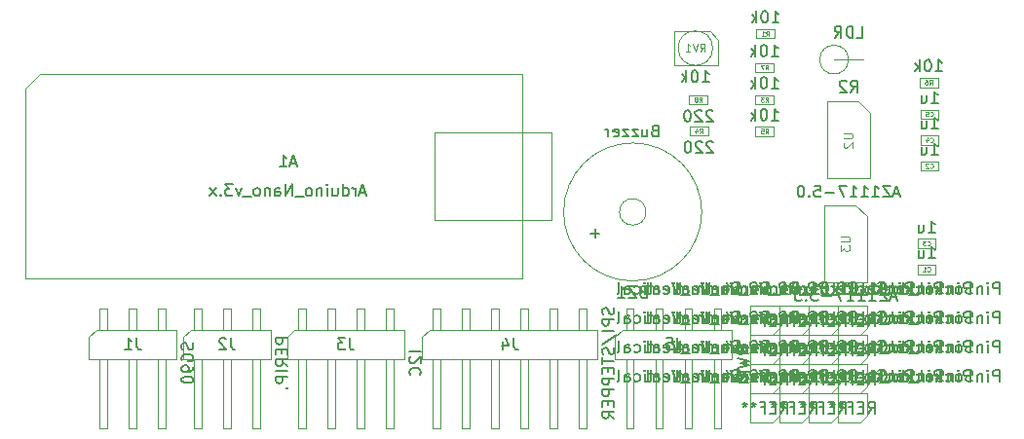
<source format=gbr>
G04 #@! TF.GenerationSoftware,KiCad,Pcbnew,(5.1.4)-1*
G04 #@! TF.CreationDate,2019-11-24T22:27:53-03:30*
G04 #@! TF.ProjectId,Striduino,53747269-6475-4696-9e6f-2e6b69636164,rev?*
G04 #@! TF.SameCoordinates,Original*
G04 #@! TF.FileFunction,Other,Fab,Bot*
%FSLAX46Y46*%
G04 Gerber Fmt 4.6, Leading zero omitted, Abs format (unit mm)*
G04 Created by KiCad (PCBNEW (5.1.4)-1) date 2019-11-24 22:27:53*
%MOMM*%
%LPD*%
G04 APERTURE LIST*
%ADD10C,0.100000*%
%ADD11C,0.150000*%
%ADD12C,0.060000*%
%ADD13C,0.120000*%
%ADD14C,0.105000*%
G04 APERTURE END LIST*
D10*
X120850000Y-149090000D02*
X122755000Y-149090000D01*
X122755000Y-149090000D02*
X123390000Y-148455000D01*
X123390000Y-148455000D02*
X123390000Y-146550000D01*
X123390000Y-146550000D02*
X120850000Y-146550000D01*
X120850000Y-146550000D02*
X120850000Y-149090000D01*
X118310000Y-149090000D02*
X120215000Y-149090000D01*
X120215000Y-149090000D02*
X120850000Y-148455000D01*
X120850000Y-148455000D02*
X120850000Y-146550000D01*
X120850000Y-146550000D02*
X118310000Y-146550000D01*
X118310000Y-146550000D02*
X118310000Y-149090000D01*
X115770000Y-149090000D02*
X117675000Y-149090000D01*
X117675000Y-149090000D02*
X118310000Y-148455000D01*
X118310000Y-148455000D02*
X118310000Y-146550000D01*
X118310000Y-146550000D02*
X115770000Y-146550000D01*
X115770000Y-146550000D02*
X115770000Y-149090000D01*
X113230000Y-149090000D02*
X115135000Y-149090000D01*
X115135000Y-149090000D02*
X115770000Y-148455000D01*
X115770000Y-148455000D02*
X115770000Y-146550000D01*
X115770000Y-146550000D02*
X113230000Y-146550000D01*
X113230000Y-146550000D02*
X113230000Y-149090000D01*
X120850000Y-146550000D02*
X122755000Y-146550000D01*
X122755000Y-146550000D02*
X123390000Y-145915000D01*
X123390000Y-145915000D02*
X123390000Y-144010000D01*
X123390000Y-144010000D02*
X120850000Y-144010000D01*
X120850000Y-144010000D02*
X120850000Y-146550000D01*
X118310000Y-146550000D02*
X120215000Y-146550000D01*
X120215000Y-146550000D02*
X120850000Y-145915000D01*
X120850000Y-145915000D02*
X120850000Y-144010000D01*
X120850000Y-144010000D02*
X118310000Y-144010000D01*
X118310000Y-144010000D02*
X118310000Y-146550000D01*
X115770000Y-146550000D02*
X117675000Y-146550000D01*
X117675000Y-146550000D02*
X118310000Y-145915000D01*
X118310000Y-145915000D02*
X118310000Y-144010000D01*
X118310000Y-144010000D02*
X115770000Y-144010000D01*
X115770000Y-144010000D02*
X115770000Y-146550000D01*
X113230000Y-146550000D02*
X115135000Y-146550000D01*
X115135000Y-146550000D02*
X115770000Y-145915000D01*
X115770000Y-145915000D02*
X115770000Y-144010000D01*
X115770000Y-144010000D02*
X113230000Y-144010000D01*
X113230000Y-144010000D02*
X113230000Y-146550000D01*
X120850000Y-144010000D02*
X122755000Y-144010000D01*
X122755000Y-144010000D02*
X123390000Y-143375000D01*
X123390000Y-143375000D02*
X123390000Y-141470000D01*
X123390000Y-141470000D02*
X120850000Y-141470000D01*
X120850000Y-141470000D02*
X120850000Y-144010000D01*
X118310000Y-144010000D02*
X120215000Y-144010000D01*
X120215000Y-144010000D02*
X120850000Y-143375000D01*
X120850000Y-143375000D02*
X120850000Y-141470000D01*
X120850000Y-141470000D02*
X118310000Y-141470000D01*
X118310000Y-141470000D02*
X118310000Y-144010000D01*
X115770000Y-144010000D02*
X117675000Y-144010000D01*
X117675000Y-144010000D02*
X118310000Y-143375000D01*
X118310000Y-143375000D02*
X118310000Y-141470000D01*
X118310000Y-141470000D02*
X115770000Y-141470000D01*
X115770000Y-141470000D02*
X115770000Y-144010000D01*
X113230000Y-144010000D02*
X115135000Y-144010000D01*
X115135000Y-144010000D02*
X115770000Y-143375000D01*
X115770000Y-143375000D02*
X115770000Y-141470000D01*
X115770000Y-141470000D02*
X113230000Y-141470000D01*
X113230000Y-141470000D02*
X113230000Y-144010000D01*
X120850000Y-141470000D02*
X122755000Y-141470000D01*
X122755000Y-141470000D02*
X123390000Y-140835000D01*
X123390000Y-140835000D02*
X123390000Y-138930000D01*
X123390000Y-138930000D02*
X120850000Y-138930000D01*
X120850000Y-138930000D02*
X120850000Y-141470000D01*
X118310000Y-141470000D02*
X120215000Y-141470000D01*
X120215000Y-141470000D02*
X120850000Y-140835000D01*
X120850000Y-140835000D02*
X120850000Y-138930000D01*
X120850000Y-138930000D02*
X118310000Y-138930000D01*
X118310000Y-138930000D02*
X118310000Y-141470000D01*
X115770000Y-141470000D02*
X117675000Y-141470000D01*
X117675000Y-141470000D02*
X118310000Y-140835000D01*
X118310000Y-140835000D02*
X118310000Y-138930000D01*
X118310000Y-138930000D02*
X115770000Y-138930000D01*
X115770000Y-138930000D02*
X115770000Y-141470000D01*
X113230000Y-138930000D02*
X113230000Y-141470000D01*
X115770000Y-138930000D02*
X113230000Y-138930000D01*
X115770000Y-140835000D02*
X115770000Y-138930000D01*
X115135000Y-141470000D02*
X115770000Y-140835000D01*
X113230000Y-141470000D02*
X115135000Y-141470000D01*
X85750000Y-123810000D02*
X85750000Y-131430000D01*
X85750000Y-131430000D02*
X95910000Y-131430000D01*
X95910000Y-131430000D02*
X95910000Y-123810000D01*
X95910000Y-123810000D02*
X85750000Y-123810000D01*
X93370000Y-136510000D02*
X93370000Y-118730000D01*
X93370000Y-118730000D02*
X51460000Y-118730000D01*
X51460000Y-118730000D02*
X50190000Y-120000000D01*
X50190000Y-120000000D02*
X50190000Y-136510000D01*
X50190000Y-136510000D02*
X93370000Y-136510000D01*
X129337500Y-135350000D02*
X127737500Y-135350000D01*
X129337500Y-136150000D02*
X129337500Y-135350000D01*
X127737500Y-136150000D02*
X129337500Y-136150000D01*
X127737500Y-135350000D02*
X127737500Y-136150000D01*
X127987500Y-126350000D02*
X127987500Y-127150000D01*
X127987500Y-127150000D02*
X129587500Y-127150000D01*
X129587500Y-127150000D02*
X129587500Y-126350000D01*
X129587500Y-126350000D02*
X127987500Y-126350000D01*
X127737500Y-133100000D02*
X127737500Y-133900000D01*
X127737500Y-133900000D02*
X129337500Y-133900000D01*
X129337500Y-133900000D02*
X129337500Y-133100000D01*
X129337500Y-133100000D02*
X127737500Y-133100000D01*
X127987500Y-124100000D02*
X127987500Y-124900000D01*
X127987500Y-124900000D02*
X129587500Y-124900000D01*
X129587500Y-124900000D02*
X129587500Y-124100000D01*
X129587500Y-124100000D02*
X127987500Y-124100000D01*
X129587501Y-121850000D02*
X127987501Y-121850000D01*
X129587501Y-122650000D02*
X129587501Y-121850000D01*
X127987501Y-122650000D02*
X129587501Y-122650000D01*
X127987501Y-121850000D02*
X127987501Y-122650000D01*
X55730000Y-141635000D02*
X55730000Y-143540000D01*
X55730000Y-143540000D02*
X63350000Y-143540000D01*
X63350000Y-143540000D02*
X63350000Y-141000000D01*
X63350000Y-141000000D02*
X56365000Y-141000000D01*
X56365000Y-141000000D02*
X55730000Y-141635000D01*
X56680000Y-139180000D02*
X56680000Y-141000000D01*
X56680000Y-139180000D02*
X57320000Y-139180000D01*
X57320000Y-139180000D02*
X57320000Y-141000000D01*
X56680000Y-143540000D02*
X56680000Y-149540000D01*
X56680000Y-149540000D02*
X57320000Y-149540000D01*
X57320000Y-143540000D02*
X57320000Y-149540000D01*
X59220000Y-139180000D02*
X59220000Y-141000000D01*
X59220000Y-139180000D02*
X59860000Y-139180000D01*
X59860000Y-139180000D02*
X59860000Y-141000000D01*
X59220000Y-143540000D02*
X59220000Y-149540000D01*
X59220000Y-149540000D02*
X59860000Y-149540000D01*
X59860000Y-143540000D02*
X59860000Y-149540000D01*
X61760000Y-139180000D02*
X61760000Y-141000000D01*
X61760000Y-139180000D02*
X62400000Y-139180000D01*
X62400000Y-139180000D02*
X62400000Y-141000000D01*
X61760000Y-143540000D02*
X61760000Y-149540000D01*
X61760000Y-149540000D02*
X62400000Y-149540000D01*
X62400000Y-143540000D02*
X62400000Y-149540000D01*
X70610000Y-143540000D02*
X70610000Y-149540000D01*
X69970000Y-149540000D02*
X70610000Y-149540000D01*
X69970000Y-143540000D02*
X69970000Y-149540000D01*
X70610000Y-139180000D02*
X70610000Y-141000000D01*
X69970000Y-139180000D02*
X70610000Y-139180000D01*
X69970000Y-139180000D02*
X69970000Y-141000000D01*
X68070000Y-143540000D02*
X68070000Y-149540000D01*
X67430000Y-149540000D02*
X68070000Y-149540000D01*
X67430000Y-143540000D02*
X67430000Y-149540000D01*
X68070000Y-139180000D02*
X68070000Y-141000000D01*
X67430000Y-139180000D02*
X68070000Y-139180000D01*
X67430000Y-139180000D02*
X67430000Y-141000000D01*
X65530000Y-143540000D02*
X65530000Y-149540000D01*
X64890000Y-149540000D02*
X65530000Y-149540000D01*
X64890000Y-143540000D02*
X64890000Y-149540000D01*
X65530000Y-139180000D02*
X65530000Y-141000000D01*
X64890000Y-139180000D02*
X65530000Y-139180000D01*
X64890000Y-139180000D02*
X64890000Y-141000000D01*
X64575000Y-141000000D02*
X63940000Y-141635000D01*
X71560000Y-141000000D02*
X64575000Y-141000000D01*
X71560000Y-143540000D02*
X71560000Y-141000000D01*
X63940000Y-143540000D02*
X71560000Y-143540000D01*
X63940000Y-141635000D02*
X63940000Y-143540000D01*
X115337501Y-114850000D02*
X113737501Y-114850000D01*
X115337501Y-115650000D02*
X115337501Y-114850000D01*
X113737501Y-115650000D02*
X115337501Y-115650000D01*
X113737501Y-114850000D02*
X113737501Y-115650000D01*
X113662500Y-120599999D02*
X113662500Y-121399999D01*
X113662500Y-121399999D02*
X115262500Y-121399999D01*
X115262500Y-121399999D02*
X115262500Y-120599999D01*
X115262500Y-120599999D02*
X113662500Y-120599999D01*
X109537500Y-124125000D02*
X109537500Y-123325000D01*
X109537500Y-123325000D02*
X107937500Y-123325000D01*
X107937500Y-123325000D02*
X107937500Y-124125000D01*
X107937500Y-124125000D02*
X109537500Y-124125000D01*
X115262500Y-123350000D02*
X113662500Y-123350000D01*
X115262500Y-124150000D02*
X115262500Y-123350000D01*
X113662500Y-124150000D02*
X115262500Y-124150000D01*
X113662500Y-123350000D02*
X113662500Y-124150000D01*
X127912499Y-119100000D02*
X127912499Y-119900000D01*
X127912499Y-119900000D02*
X129512499Y-119900000D01*
X129512499Y-119900000D02*
X129512499Y-119100000D01*
X129512499Y-119100000D02*
X127912499Y-119100000D01*
X115262500Y-117784999D02*
X113662500Y-117784999D01*
X115262500Y-118584999D02*
X115262500Y-117784999D01*
X113662500Y-118584999D02*
X115262500Y-118584999D01*
X113662500Y-117784999D02*
X113662500Y-118584999D01*
X109512499Y-121400000D02*
X109512499Y-120600000D01*
X109512499Y-120600000D02*
X107912499Y-120600000D01*
X107912499Y-120600000D02*
X107912499Y-121400000D01*
X107912499Y-121400000D02*
X109512499Y-121400000D01*
X123600000Y-122150000D02*
X122600000Y-121150000D01*
X123600000Y-122150000D02*
X123600000Y-127850000D01*
X122600000Y-121150000D02*
X119900000Y-121150000D01*
X123600000Y-127850000D02*
X119900000Y-127850000D01*
X119900000Y-121150000D02*
X119900000Y-127850000D01*
X119650000Y-130150000D02*
X119650000Y-136850000D01*
X123350000Y-136850000D02*
X119650000Y-136850000D01*
X122350000Y-130150000D02*
X119650000Y-130150000D01*
X123350000Y-131150000D02*
X123350000Y-136850000D01*
X123350000Y-131150000D02*
X122350000Y-130150000D01*
X104150000Y-130750000D02*
G75*
G03X104150000Y-130750000I-1150000J0D01*
G01*
X109000000Y-130750000D02*
G75*
G03X109000000Y-130750000I-6000000J0D01*
G01*
X84690000Y-141635000D02*
X84690000Y-143540000D01*
X84690000Y-143540000D02*
X99930000Y-143540000D01*
X99930000Y-143540000D02*
X99930000Y-141000000D01*
X99930000Y-141000000D02*
X85325000Y-141000000D01*
X85325000Y-141000000D02*
X84690000Y-141635000D01*
X85640000Y-139180000D02*
X85640000Y-141000000D01*
X85640000Y-139180000D02*
X86280000Y-139180000D01*
X86280000Y-139180000D02*
X86280000Y-141000000D01*
X85640000Y-143540000D02*
X85640000Y-149540000D01*
X85640000Y-149540000D02*
X86280000Y-149540000D01*
X86280000Y-143540000D02*
X86280000Y-149540000D01*
X88180000Y-139180000D02*
X88180000Y-141000000D01*
X88180000Y-139180000D02*
X88820000Y-139180000D01*
X88820000Y-139180000D02*
X88820000Y-141000000D01*
X88180000Y-143540000D02*
X88180000Y-149540000D01*
X88180000Y-149540000D02*
X88820000Y-149540000D01*
X88820000Y-143540000D02*
X88820000Y-149540000D01*
X90720000Y-139180000D02*
X90720000Y-141000000D01*
X90720000Y-139180000D02*
X91360000Y-139180000D01*
X91360000Y-139180000D02*
X91360000Y-141000000D01*
X90720000Y-143540000D02*
X90720000Y-149540000D01*
X90720000Y-149540000D02*
X91360000Y-149540000D01*
X91360000Y-143540000D02*
X91360000Y-149540000D01*
X93260000Y-139180000D02*
X93260000Y-141000000D01*
X93260000Y-139180000D02*
X93900000Y-139180000D01*
X93900000Y-139180000D02*
X93900000Y-141000000D01*
X93260000Y-143540000D02*
X93260000Y-149540000D01*
X93260000Y-149540000D02*
X93900000Y-149540000D01*
X93900000Y-143540000D02*
X93900000Y-149540000D01*
X95800000Y-139180000D02*
X95800000Y-141000000D01*
X95800000Y-139180000D02*
X96440000Y-139180000D01*
X96440000Y-139180000D02*
X96440000Y-141000000D01*
X95800000Y-143540000D02*
X95800000Y-149540000D01*
X95800000Y-149540000D02*
X96440000Y-149540000D01*
X96440000Y-143540000D02*
X96440000Y-149540000D01*
X98340000Y-139180000D02*
X98340000Y-141000000D01*
X98340000Y-139180000D02*
X98980000Y-139180000D01*
X98980000Y-139180000D02*
X98980000Y-141000000D01*
X98340000Y-143540000D02*
X98340000Y-149540000D01*
X98340000Y-149540000D02*
X98980000Y-149540000D01*
X98980000Y-143540000D02*
X98980000Y-149540000D01*
X72980000Y-141635000D02*
X72980000Y-143540000D01*
X72980000Y-143540000D02*
X83140000Y-143540000D01*
X83140000Y-143540000D02*
X83140000Y-141000000D01*
X83140000Y-141000000D02*
X73615000Y-141000000D01*
X73615000Y-141000000D02*
X72980000Y-141635000D01*
X73930000Y-139180000D02*
X73930000Y-141000000D01*
X73930000Y-139180000D02*
X74570000Y-139180000D01*
X74570000Y-139180000D02*
X74570000Y-141000000D01*
X73930000Y-143540000D02*
X73930000Y-149540000D01*
X73930000Y-149540000D02*
X74570000Y-149540000D01*
X74570000Y-143540000D02*
X74570000Y-149540000D01*
X76470000Y-139180000D02*
X76470000Y-141000000D01*
X76470000Y-139180000D02*
X77110000Y-139180000D01*
X77110000Y-139180000D02*
X77110000Y-141000000D01*
X76470000Y-143540000D02*
X76470000Y-149540000D01*
X76470000Y-149540000D02*
X77110000Y-149540000D01*
X77110000Y-143540000D02*
X77110000Y-149540000D01*
X79010000Y-139180000D02*
X79010000Y-141000000D01*
X79010000Y-139180000D02*
X79650000Y-139180000D01*
X79650000Y-139180000D02*
X79650000Y-141000000D01*
X79010000Y-143540000D02*
X79010000Y-149540000D01*
X79010000Y-149540000D02*
X79650000Y-149540000D01*
X79650000Y-143540000D02*
X79650000Y-149540000D01*
X81550000Y-139180000D02*
X81550000Y-141000000D01*
X81550000Y-139180000D02*
X82190000Y-139180000D01*
X82190000Y-139180000D02*
X82190000Y-141000000D01*
X81550000Y-143540000D02*
X81550000Y-149540000D01*
X81550000Y-149540000D02*
X82190000Y-149540000D01*
X82190000Y-143540000D02*
X82190000Y-149540000D01*
X110690000Y-143540000D02*
X110690000Y-149540000D01*
X110050000Y-149540000D02*
X110690000Y-149540000D01*
X110050000Y-143540000D02*
X110050000Y-149540000D01*
X110690000Y-139180000D02*
X110690000Y-141000000D01*
X110050000Y-139180000D02*
X110690000Y-139180000D01*
X110050000Y-139180000D02*
X110050000Y-141000000D01*
X108150000Y-143540000D02*
X108150000Y-149540000D01*
X107510000Y-149540000D02*
X108150000Y-149540000D01*
X107510000Y-143540000D02*
X107510000Y-149540000D01*
X108150000Y-139180000D02*
X108150000Y-141000000D01*
X107510000Y-139180000D02*
X108150000Y-139180000D01*
X107510000Y-139180000D02*
X107510000Y-141000000D01*
X105610000Y-143540000D02*
X105610000Y-149540000D01*
X104970000Y-149540000D02*
X105610000Y-149540000D01*
X104970000Y-143540000D02*
X104970000Y-149540000D01*
X105610000Y-139180000D02*
X105610000Y-141000000D01*
X104970000Y-139180000D02*
X105610000Y-139180000D01*
X104970000Y-139180000D02*
X104970000Y-141000000D01*
X103070000Y-143540000D02*
X103070000Y-149540000D01*
X102430000Y-149540000D02*
X103070000Y-149540000D01*
X102430000Y-143540000D02*
X102430000Y-149540000D01*
X103070000Y-139180000D02*
X103070000Y-141000000D01*
X102430000Y-139180000D02*
X103070000Y-139180000D01*
X102430000Y-139180000D02*
X102430000Y-141000000D01*
X102115000Y-141000000D02*
X101480000Y-141635000D01*
X111640000Y-141000000D02*
X102115000Y-141000000D01*
X111640000Y-143540000D02*
X111640000Y-141000000D01*
X101480000Y-143540000D02*
X111640000Y-143540000D01*
X101480000Y-141635000D02*
X101480000Y-143540000D01*
X121750000Y-117500000D02*
G75*
G03X121750000Y-117500000I-1250000J0D01*
G01*
X120500000Y-117500000D02*
X123040000Y-117500000D01*
X109950000Y-116500000D02*
G75*
G03X109950000Y-116500000I-1500000J0D01*
G01*
X110450000Y-115750000D02*
X110450000Y-118000000D01*
X110450000Y-118000000D02*
X106650000Y-118000000D01*
X106650000Y-118000000D02*
X106650000Y-115000000D01*
X106650000Y-115000000D02*
X109700000Y-115000000D01*
X109700000Y-115000000D02*
X110450000Y-115750000D01*
D11*
X134858095Y-145502380D02*
X134858095Y-144502380D01*
X134477142Y-144502380D01*
X134381904Y-144550000D01*
X134334285Y-144597619D01*
X134286666Y-144692857D01*
X134286666Y-144835714D01*
X134334285Y-144930952D01*
X134381904Y-144978571D01*
X134477142Y-145026190D01*
X134858095Y-145026190D01*
X133858095Y-145502380D02*
X133858095Y-144835714D01*
X133858095Y-144502380D02*
X133905714Y-144550000D01*
X133858095Y-144597619D01*
X133810476Y-144550000D01*
X133858095Y-144502380D01*
X133858095Y-144597619D01*
X133381904Y-144835714D02*
X133381904Y-145502380D01*
X133381904Y-144930952D02*
X133334285Y-144883333D01*
X133239047Y-144835714D01*
X133096190Y-144835714D01*
X133000952Y-144883333D01*
X132953333Y-144978571D01*
X132953333Y-145502380D01*
X132524761Y-145454761D02*
X132381904Y-145502380D01*
X132143809Y-145502380D01*
X132048571Y-145454761D01*
X132000952Y-145407142D01*
X131953333Y-145311904D01*
X131953333Y-145216666D01*
X132000952Y-145121428D01*
X132048571Y-145073809D01*
X132143809Y-145026190D01*
X132334285Y-144978571D01*
X132429523Y-144930952D01*
X132477142Y-144883333D01*
X132524761Y-144788095D01*
X132524761Y-144692857D01*
X132477142Y-144597619D01*
X132429523Y-144550000D01*
X132334285Y-144502380D01*
X132096190Y-144502380D01*
X131953333Y-144550000D01*
X131381904Y-145502380D02*
X131477142Y-145454761D01*
X131524761Y-145407142D01*
X131572380Y-145311904D01*
X131572380Y-145026190D01*
X131524761Y-144930952D01*
X131477142Y-144883333D01*
X131381904Y-144835714D01*
X131239047Y-144835714D01*
X131143809Y-144883333D01*
X131096190Y-144930952D01*
X131048571Y-145026190D01*
X131048571Y-145311904D01*
X131096190Y-145407142D01*
X131143809Y-145454761D01*
X131239047Y-145502380D01*
X131381904Y-145502380D01*
X130191428Y-145454761D02*
X130286666Y-145502380D01*
X130477142Y-145502380D01*
X130572380Y-145454761D01*
X130620000Y-145407142D01*
X130667619Y-145311904D01*
X130667619Y-145026190D01*
X130620000Y-144930952D01*
X130572380Y-144883333D01*
X130477142Y-144835714D01*
X130286666Y-144835714D01*
X130191428Y-144883333D01*
X129762857Y-145502380D02*
X129762857Y-144502380D01*
X129667619Y-145121428D02*
X129381904Y-145502380D01*
X129381904Y-144835714D02*
X129762857Y-145216666D01*
X128572380Y-145454761D02*
X128667619Y-145502380D01*
X128858095Y-145502380D01*
X128953333Y-145454761D01*
X129000952Y-145359523D01*
X129000952Y-144978571D01*
X128953333Y-144883333D01*
X128858095Y-144835714D01*
X128667619Y-144835714D01*
X128572380Y-144883333D01*
X128524761Y-144978571D01*
X128524761Y-145073809D01*
X129000952Y-145169047D01*
X128239047Y-144835714D02*
X127858095Y-144835714D01*
X128096190Y-144502380D02*
X128096190Y-145359523D01*
X128048571Y-145454761D01*
X127953333Y-145502380D01*
X127858095Y-145502380D01*
X127762857Y-145597619D02*
X127000952Y-145597619D01*
X126239047Y-145502380D02*
X126810476Y-145502380D01*
X126524761Y-145502380D02*
X126524761Y-144502380D01*
X126620000Y-144645238D01*
X126715238Y-144740476D01*
X126810476Y-144788095D01*
X125905714Y-145502380D02*
X125381904Y-144835714D01*
X125905714Y-144835714D02*
X125381904Y-145502380D01*
X124810476Y-144502380D02*
X124715238Y-144502380D01*
X124620000Y-144550000D01*
X124572380Y-144597619D01*
X124524761Y-144692857D01*
X124477142Y-144883333D01*
X124477142Y-145121428D01*
X124524761Y-145311904D01*
X124572380Y-145407142D01*
X124620000Y-145454761D01*
X124715238Y-145502380D01*
X124810476Y-145502380D01*
X124905714Y-145454761D01*
X124953333Y-145407142D01*
X125000952Y-145311904D01*
X125048571Y-145121428D01*
X125048571Y-144883333D01*
X125000952Y-144692857D01*
X124953333Y-144597619D01*
X124905714Y-144550000D01*
X124810476Y-144502380D01*
X123524761Y-145502380D02*
X124096190Y-145502380D01*
X123810476Y-145502380D02*
X123810476Y-144502380D01*
X123905714Y-144645238D01*
X124000952Y-144740476D01*
X124096190Y-144788095D01*
X123334285Y-145597619D02*
X122572380Y-145597619D01*
X122334285Y-145502380D02*
X122334285Y-144502380D01*
X121953333Y-144502380D01*
X121858095Y-144550000D01*
X121810476Y-144597619D01*
X121762857Y-144692857D01*
X121762857Y-144835714D01*
X121810476Y-144930952D01*
X121858095Y-144978571D01*
X121953333Y-145026190D01*
X122334285Y-145026190D01*
X121381904Y-144597619D02*
X121334285Y-144550000D01*
X121239047Y-144502380D01*
X121000952Y-144502380D01*
X120905714Y-144550000D01*
X120858095Y-144597619D01*
X120810476Y-144692857D01*
X120810476Y-144788095D01*
X120858095Y-144930952D01*
X121429523Y-145502380D01*
X120810476Y-145502380D01*
X120381904Y-145407142D02*
X120334285Y-145454761D01*
X120381904Y-145502380D01*
X120429523Y-145454761D01*
X120381904Y-145407142D01*
X120381904Y-145502380D01*
X119429523Y-144502380D02*
X119905714Y-144502380D01*
X119953333Y-144978571D01*
X119905714Y-144930952D01*
X119810476Y-144883333D01*
X119572380Y-144883333D01*
X119477142Y-144930952D01*
X119429523Y-144978571D01*
X119381904Y-145073809D01*
X119381904Y-145311904D01*
X119429523Y-145407142D01*
X119477142Y-145454761D01*
X119572380Y-145502380D01*
X119810476Y-145502380D01*
X119905714Y-145454761D01*
X119953333Y-145407142D01*
X118524761Y-144835714D02*
X118524761Y-145502380D01*
X118762857Y-144454761D02*
X119000952Y-145169047D01*
X118381904Y-145169047D01*
X118000952Y-145502380D02*
X118000952Y-144835714D01*
X118000952Y-144930952D02*
X117953333Y-144883333D01*
X117858095Y-144835714D01*
X117715238Y-144835714D01*
X117620000Y-144883333D01*
X117572380Y-144978571D01*
X117572380Y-145502380D01*
X117572380Y-144978571D02*
X117524761Y-144883333D01*
X117429523Y-144835714D01*
X117286666Y-144835714D01*
X117191428Y-144883333D01*
X117143809Y-144978571D01*
X117143809Y-145502380D01*
X116667619Y-145502380D02*
X116667619Y-144835714D01*
X116667619Y-144930952D02*
X116620000Y-144883333D01*
X116524761Y-144835714D01*
X116381904Y-144835714D01*
X116286666Y-144883333D01*
X116239047Y-144978571D01*
X116239047Y-145502380D01*
X116239047Y-144978571D02*
X116191428Y-144883333D01*
X116096190Y-144835714D01*
X115953333Y-144835714D01*
X115858095Y-144883333D01*
X115810476Y-144978571D01*
X115810476Y-145502380D01*
X115572380Y-145597619D02*
X114810476Y-145597619D01*
X114715238Y-144502380D02*
X114381904Y-145502380D01*
X114048571Y-144502380D01*
X113334285Y-145454761D02*
X113429523Y-145502380D01*
X113620000Y-145502380D01*
X113715238Y-145454761D01*
X113762857Y-145359523D01*
X113762857Y-144978571D01*
X113715238Y-144883333D01*
X113620000Y-144835714D01*
X113429523Y-144835714D01*
X113334285Y-144883333D01*
X113286666Y-144978571D01*
X113286666Y-145073809D01*
X113762857Y-145169047D01*
X112858095Y-145502380D02*
X112858095Y-144835714D01*
X112858095Y-145026190D02*
X112810476Y-144930952D01*
X112762857Y-144883333D01*
X112667619Y-144835714D01*
X112572380Y-144835714D01*
X112381904Y-144835714D02*
X112000952Y-144835714D01*
X112239047Y-144502380D02*
X112239047Y-145359523D01*
X112191428Y-145454761D01*
X112096190Y-145502380D01*
X112000952Y-145502380D01*
X111667619Y-145502380D02*
X111667619Y-144835714D01*
X111667619Y-144502380D02*
X111715238Y-144550000D01*
X111667619Y-144597619D01*
X111620000Y-144550000D01*
X111667619Y-144502380D01*
X111667619Y-144597619D01*
X110762857Y-145454761D02*
X110858095Y-145502380D01*
X111048571Y-145502380D01*
X111143809Y-145454761D01*
X111191428Y-145407142D01*
X111239047Y-145311904D01*
X111239047Y-145026190D01*
X111191428Y-144930952D01*
X111143809Y-144883333D01*
X111048571Y-144835714D01*
X110858095Y-144835714D01*
X110762857Y-144883333D01*
X109905714Y-145502380D02*
X109905714Y-144978571D01*
X109953333Y-144883333D01*
X110048571Y-144835714D01*
X110239047Y-144835714D01*
X110334285Y-144883333D01*
X109905714Y-145454761D02*
X110000952Y-145502380D01*
X110239047Y-145502380D01*
X110334285Y-145454761D01*
X110381904Y-145359523D01*
X110381904Y-145264285D01*
X110334285Y-145169047D01*
X110239047Y-145121428D01*
X110000952Y-145121428D01*
X109905714Y-145073809D01*
X109286666Y-145502380D02*
X109381904Y-145454761D01*
X109429523Y-145359523D01*
X109429523Y-144502380D01*
X123453333Y-148272380D02*
X123786666Y-147796190D01*
X124024761Y-148272380D02*
X124024761Y-147272380D01*
X123643809Y-147272380D01*
X123548571Y-147320000D01*
X123500952Y-147367619D01*
X123453333Y-147462857D01*
X123453333Y-147605714D01*
X123500952Y-147700952D01*
X123548571Y-147748571D01*
X123643809Y-147796190D01*
X124024761Y-147796190D01*
X123024761Y-147748571D02*
X122691428Y-147748571D01*
X122548571Y-148272380D02*
X123024761Y-148272380D01*
X123024761Y-147272380D01*
X122548571Y-147272380D01*
X121786666Y-147748571D02*
X122120000Y-147748571D01*
X122120000Y-148272380D02*
X122120000Y-147272380D01*
X121643809Y-147272380D01*
X121120000Y-147272380D02*
X121120000Y-147510476D01*
X121358095Y-147415238D02*
X121120000Y-147510476D01*
X120881904Y-147415238D01*
X121262857Y-147700952D02*
X121120000Y-147510476D01*
X120977142Y-147700952D01*
X120358095Y-147272380D02*
X120358095Y-147510476D01*
X120596190Y-147415238D02*
X120358095Y-147510476D01*
X120120000Y-147415238D01*
X120500952Y-147700952D02*
X120358095Y-147510476D01*
X120215238Y-147700952D01*
X132318095Y-145502380D02*
X132318095Y-144502380D01*
X131937142Y-144502380D01*
X131841904Y-144550000D01*
X131794285Y-144597619D01*
X131746666Y-144692857D01*
X131746666Y-144835714D01*
X131794285Y-144930952D01*
X131841904Y-144978571D01*
X131937142Y-145026190D01*
X132318095Y-145026190D01*
X131318095Y-145502380D02*
X131318095Y-144835714D01*
X131318095Y-144502380D02*
X131365714Y-144550000D01*
X131318095Y-144597619D01*
X131270476Y-144550000D01*
X131318095Y-144502380D01*
X131318095Y-144597619D01*
X130841904Y-144835714D02*
X130841904Y-145502380D01*
X130841904Y-144930952D02*
X130794285Y-144883333D01*
X130699047Y-144835714D01*
X130556190Y-144835714D01*
X130460952Y-144883333D01*
X130413333Y-144978571D01*
X130413333Y-145502380D01*
X129984761Y-145454761D02*
X129841904Y-145502380D01*
X129603809Y-145502380D01*
X129508571Y-145454761D01*
X129460952Y-145407142D01*
X129413333Y-145311904D01*
X129413333Y-145216666D01*
X129460952Y-145121428D01*
X129508571Y-145073809D01*
X129603809Y-145026190D01*
X129794285Y-144978571D01*
X129889523Y-144930952D01*
X129937142Y-144883333D01*
X129984761Y-144788095D01*
X129984761Y-144692857D01*
X129937142Y-144597619D01*
X129889523Y-144550000D01*
X129794285Y-144502380D01*
X129556190Y-144502380D01*
X129413333Y-144550000D01*
X128841904Y-145502380D02*
X128937142Y-145454761D01*
X128984761Y-145407142D01*
X129032380Y-145311904D01*
X129032380Y-145026190D01*
X128984761Y-144930952D01*
X128937142Y-144883333D01*
X128841904Y-144835714D01*
X128699047Y-144835714D01*
X128603809Y-144883333D01*
X128556190Y-144930952D01*
X128508571Y-145026190D01*
X128508571Y-145311904D01*
X128556190Y-145407142D01*
X128603809Y-145454761D01*
X128699047Y-145502380D01*
X128841904Y-145502380D01*
X127651428Y-145454761D02*
X127746666Y-145502380D01*
X127937142Y-145502380D01*
X128032380Y-145454761D01*
X128080000Y-145407142D01*
X128127619Y-145311904D01*
X128127619Y-145026190D01*
X128080000Y-144930952D01*
X128032380Y-144883333D01*
X127937142Y-144835714D01*
X127746666Y-144835714D01*
X127651428Y-144883333D01*
X127222857Y-145502380D02*
X127222857Y-144502380D01*
X127127619Y-145121428D02*
X126841904Y-145502380D01*
X126841904Y-144835714D02*
X127222857Y-145216666D01*
X126032380Y-145454761D02*
X126127619Y-145502380D01*
X126318095Y-145502380D01*
X126413333Y-145454761D01*
X126460952Y-145359523D01*
X126460952Y-144978571D01*
X126413333Y-144883333D01*
X126318095Y-144835714D01*
X126127619Y-144835714D01*
X126032380Y-144883333D01*
X125984761Y-144978571D01*
X125984761Y-145073809D01*
X126460952Y-145169047D01*
X125699047Y-144835714D02*
X125318095Y-144835714D01*
X125556190Y-144502380D02*
X125556190Y-145359523D01*
X125508571Y-145454761D01*
X125413333Y-145502380D01*
X125318095Y-145502380D01*
X125222857Y-145597619D02*
X124460952Y-145597619D01*
X123699047Y-145502380D02*
X124270476Y-145502380D01*
X123984761Y-145502380D02*
X123984761Y-144502380D01*
X124080000Y-144645238D01*
X124175238Y-144740476D01*
X124270476Y-144788095D01*
X123365714Y-145502380D02*
X122841904Y-144835714D01*
X123365714Y-144835714D02*
X122841904Y-145502380D01*
X122270476Y-144502380D02*
X122175238Y-144502380D01*
X122080000Y-144550000D01*
X122032380Y-144597619D01*
X121984761Y-144692857D01*
X121937142Y-144883333D01*
X121937142Y-145121428D01*
X121984761Y-145311904D01*
X122032380Y-145407142D01*
X122080000Y-145454761D01*
X122175238Y-145502380D01*
X122270476Y-145502380D01*
X122365714Y-145454761D01*
X122413333Y-145407142D01*
X122460952Y-145311904D01*
X122508571Y-145121428D01*
X122508571Y-144883333D01*
X122460952Y-144692857D01*
X122413333Y-144597619D01*
X122365714Y-144550000D01*
X122270476Y-144502380D01*
X120984761Y-145502380D02*
X121556190Y-145502380D01*
X121270476Y-145502380D02*
X121270476Y-144502380D01*
X121365714Y-144645238D01*
X121460952Y-144740476D01*
X121556190Y-144788095D01*
X120794285Y-145597619D02*
X120032380Y-145597619D01*
X119794285Y-145502380D02*
X119794285Y-144502380D01*
X119413333Y-144502380D01*
X119318095Y-144550000D01*
X119270476Y-144597619D01*
X119222857Y-144692857D01*
X119222857Y-144835714D01*
X119270476Y-144930952D01*
X119318095Y-144978571D01*
X119413333Y-145026190D01*
X119794285Y-145026190D01*
X118841904Y-144597619D02*
X118794285Y-144550000D01*
X118699047Y-144502380D01*
X118460952Y-144502380D01*
X118365714Y-144550000D01*
X118318095Y-144597619D01*
X118270476Y-144692857D01*
X118270476Y-144788095D01*
X118318095Y-144930952D01*
X118889523Y-145502380D01*
X118270476Y-145502380D01*
X117841904Y-145407142D02*
X117794285Y-145454761D01*
X117841904Y-145502380D01*
X117889523Y-145454761D01*
X117841904Y-145407142D01*
X117841904Y-145502380D01*
X116889523Y-144502380D02*
X117365714Y-144502380D01*
X117413333Y-144978571D01*
X117365714Y-144930952D01*
X117270476Y-144883333D01*
X117032380Y-144883333D01*
X116937142Y-144930952D01*
X116889523Y-144978571D01*
X116841904Y-145073809D01*
X116841904Y-145311904D01*
X116889523Y-145407142D01*
X116937142Y-145454761D01*
X117032380Y-145502380D01*
X117270476Y-145502380D01*
X117365714Y-145454761D01*
X117413333Y-145407142D01*
X115984761Y-144835714D02*
X115984761Y-145502380D01*
X116222857Y-144454761D02*
X116460952Y-145169047D01*
X115841904Y-145169047D01*
X115460952Y-145502380D02*
X115460952Y-144835714D01*
X115460952Y-144930952D02*
X115413333Y-144883333D01*
X115318095Y-144835714D01*
X115175238Y-144835714D01*
X115080000Y-144883333D01*
X115032380Y-144978571D01*
X115032380Y-145502380D01*
X115032380Y-144978571D02*
X114984761Y-144883333D01*
X114889523Y-144835714D01*
X114746666Y-144835714D01*
X114651428Y-144883333D01*
X114603809Y-144978571D01*
X114603809Y-145502380D01*
X114127619Y-145502380D02*
X114127619Y-144835714D01*
X114127619Y-144930952D02*
X114080000Y-144883333D01*
X113984761Y-144835714D01*
X113841904Y-144835714D01*
X113746666Y-144883333D01*
X113699047Y-144978571D01*
X113699047Y-145502380D01*
X113699047Y-144978571D02*
X113651428Y-144883333D01*
X113556190Y-144835714D01*
X113413333Y-144835714D01*
X113318095Y-144883333D01*
X113270476Y-144978571D01*
X113270476Y-145502380D01*
X113032380Y-145597619D02*
X112270476Y-145597619D01*
X112175238Y-144502380D02*
X111841904Y-145502380D01*
X111508571Y-144502380D01*
X110794285Y-145454761D02*
X110889523Y-145502380D01*
X111080000Y-145502380D01*
X111175238Y-145454761D01*
X111222857Y-145359523D01*
X111222857Y-144978571D01*
X111175238Y-144883333D01*
X111080000Y-144835714D01*
X110889523Y-144835714D01*
X110794285Y-144883333D01*
X110746666Y-144978571D01*
X110746666Y-145073809D01*
X111222857Y-145169047D01*
X110318095Y-145502380D02*
X110318095Y-144835714D01*
X110318095Y-145026190D02*
X110270476Y-144930952D01*
X110222857Y-144883333D01*
X110127619Y-144835714D01*
X110032380Y-144835714D01*
X109841904Y-144835714D02*
X109460952Y-144835714D01*
X109699047Y-144502380D02*
X109699047Y-145359523D01*
X109651428Y-145454761D01*
X109556190Y-145502380D01*
X109460952Y-145502380D01*
X109127619Y-145502380D02*
X109127619Y-144835714D01*
X109127619Y-144502380D02*
X109175238Y-144550000D01*
X109127619Y-144597619D01*
X109080000Y-144550000D01*
X109127619Y-144502380D01*
X109127619Y-144597619D01*
X108222857Y-145454761D02*
X108318095Y-145502380D01*
X108508571Y-145502380D01*
X108603809Y-145454761D01*
X108651428Y-145407142D01*
X108699047Y-145311904D01*
X108699047Y-145026190D01*
X108651428Y-144930952D01*
X108603809Y-144883333D01*
X108508571Y-144835714D01*
X108318095Y-144835714D01*
X108222857Y-144883333D01*
X107365714Y-145502380D02*
X107365714Y-144978571D01*
X107413333Y-144883333D01*
X107508571Y-144835714D01*
X107699047Y-144835714D01*
X107794285Y-144883333D01*
X107365714Y-145454761D02*
X107460952Y-145502380D01*
X107699047Y-145502380D01*
X107794285Y-145454761D01*
X107841904Y-145359523D01*
X107841904Y-145264285D01*
X107794285Y-145169047D01*
X107699047Y-145121428D01*
X107460952Y-145121428D01*
X107365714Y-145073809D01*
X106746666Y-145502380D02*
X106841904Y-145454761D01*
X106889523Y-145359523D01*
X106889523Y-144502380D01*
X120913333Y-148272380D02*
X121246666Y-147796190D01*
X121484761Y-148272380D02*
X121484761Y-147272380D01*
X121103809Y-147272380D01*
X121008571Y-147320000D01*
X120960952Y-147367619D01*
X120913333Y-147462857D01*
X120913333Y-147605714D01*
X120960952Y-147700952D01*
X121008571Y-147748571D01*
X121103809Y-147796190D01*
X121484761Y-147796190D01*
X120484761Y-147748571D02*
X120151428Y-147748571D01*
X120008571Y-148272380D02*
X120484761Y-148272380D01*
X120484761Y-147272380D01*
X120008571Y-147272380D01*
X119246666Y-147748571D02*
X119580000Y-147748571D01*
X119580000Y-148272380D02*
X119580000Y-147272380D01*
X119103809Y-147272380D01*
X118580000Y-147272380D02*
X118580000Y-147510476D01*
X118818095Y-147415238D02*
X118580000Y-147510476D01*
X118341904Y-147415238D01*
X118722857Y-147700952D02*
X118580000Y-147510476D01*
X118437142Y-147700952D01*
X117818095Y-147272380D02*
X117818095Y-147510476D01*
X118056190Y-147415238D02*
X117818095Y-147510476D01*
X117580000Y-147415238D01*
X117960952Y-147700952D02*
X117818095Y-147510476D01*
X117675238Y-147700952D01*
X129778095Y-145502380D02*
X129778095Y-144502380D01*
X129397142Y-144502380D01*
X129301904Y-144550000D01*
X129254285Y-144597619D01*
X129206666Y-144692857D01*
X129206666Y-144835714D01*
X129254285Y-144930952D01*
X129301904Y-144978571D01*
X129397142Y-145026190D01*
X129778095Y-145026190D01*
X128778095Y-145502380D02*
X128778095Y-144835714D01*
X128778095Y-144502380D02*
X128825714Y-144550000D01*
X128778095Y-144597619D01*
X128730476Y-144550000D01*
X128778095Y-144502380D01*
X128778095Y-144597619D01*
X128301904Y-144835714D02*
X128301904Y-145502380D01*
X128301904Y-144930952D02*
X128254285Y-144883333D01*
X128159047Y-144835714D01*
X128016190Y-144835714D01*
X127920952Y-144883333D01*
X127873333Y-144978571D01*
X127873333Y-145502380D01*
X127444761Y-145454761D02*
X127301904Y-145502380D01*
X127063809Y-145502380D01*
X126968571Y-145454761D01*
X126920952Y-145407142D01*
X126873333Y-145311904D01*
X126873333Y-145216666D01*
X126920952Y-145121428D01*
X126968571Y-145073809D01*
X127063809Y-145026190D01*
X127254285Y-144978571D01*
X127349523Y-144930952D01*
X127397142Y-144883333D01*
X127444761Y-144788095D01*
X127444761Y-144692857D01*
X127397142Y-144597619D01*
X127349523Y-144550000D01*
X127254285Y-144502380D01*
X127016190Y-144502380D01*
X126873333Y-144550000D01*
X126301904Y-145502380D02*
X126397142Y-145454761D01*
X126444761Y-145407142D01*
X126492380Y-145311904D01*
X126492380Y-145026190D01*
X126444761Y-144930952D01*
X126397142Y-144883333D01*
X126301904Y-144835714D01*
X126159047Y-144835714D01*
X126063809Y-144883333D01*
X126016190Y-144930952D01*
X125968571Y-145026190D01*
X125968571Y-145311904D01*
X126016190Y-145407142D01*
X126063809Y-145454761D01*
X126159047Y-145502380D01*
X126301904Y-145502380D01*
X125111428Y-145454761D02*
X125206666Y-145502380D01*
X125397142Y-145502380D01*
X125492380Y-145454761D01*
X125540000Y-145407142D01*
X125587619Y-145311904D01*
X125587619Y-145026190D01*
X125540000Y-144930952D01*
X125492380Y-144883333D01*
X125397142Y-144835714D01*
X125206666Y-144835714D01*
X125111428Y-144883333D01*
X124682857Y-145502380D02*
X124682857Y-144502380D01*
X124587619Y-145121428D02*
X124301904Y-145502380D01*
X124301904Y-144835714D02*
X124682857Y-145216666D01*
X123492380Y-145454761D02*
X123587619Y-145502380D01*
X123778095Y-145502380D01*
X123873333Y-145454761D01*
X123920952Y-145359523D01*
X123920952Y-144978571D01*
X123873333Y-144883333D01*
X123778095Y-144835714D01*
X123587619Y-144835714D01*
X123492380Y-144883333D01*
X123444761Y-144978571D01*
X123444761Y-145073809D01*
X123920952Y-145169047D01*
X123159047Y-144835714D02*
X122778095Y-144835714D01*
X123016190Y-144502380D02*
X123016190Y-145359523D01*
X122968571Y-145454761D01*
X122873333Y-145502380D01*
X122778095Y-145502380D01*
X122682857Y-145597619D02*
X121920952Y-145597619D01*
X121159047Y-145502380D02*
X121730476Y-145502380D01*
X121444761Y-145502380D02*
X121444761Y-144502380D01*
X121540000Y-144645238D01*
X121635238Y-144740476D01*
X121730476Y-144788095D01*
X120825714Y-145502380D02*
X120301904Y-144835714D01*
X120825714Y-144835714D02*
X120301904Y-145502380D01*
X119730476Y-144502380D02*
X119635238Y-144502380D01*
X119540000Y-144550000D01*
X119492380Y-144597619D01*
X119444761Y-144692857D01*
X119397142Y-144883333D01*
X119397142Y-145121428D01*
X119444761Y-145311904D01*
X119492380Y-145407142D01*
X119540000Y-145454761D01*
X119635238Y-145502380D01*
X119730476Y-145502380D01*
X119825714Y-145454761D01*
X119873333Y-145407142D01*
X119920952Y-145311904D01*
X119968571Y-145121428D01*
X119968571Y-144883333D01*
X119920952Y-144692857D01*
X119873333Y-144597619D01*
X119825714Y-144550000D01*
X119730476Y-144502380D01*
X118444761Y-145502380D02*
X119016190Y-145502380D01*
X118730476Y-145502380D02*
X118730476Y-144502380D01*
X118825714Y-144645238D01*
X118920952Y-144740476D01*
X119016190Y-144788095D01*
X118254285Y-145597619D02*
X117492380Y-145597619D01*
X117254285Y-145502380D02*
X117254285Y-144502380D01*
X116873333Y-144502380D01*
X116778095Y-144550000D01*
X116730476Y-144597619D01*
X116682857Y-144692857D01*
X116682857Y-144835714D01*
X116730476Y-144930952D01*
X116778095Y-144978571D01*
X116873333Y-145026190D01*
X117254285Y-145026190D01*
X116301904Y-144597619D02*
X116254285Y-144550000D01*
X116159047Y-144502380D01*
X115920952Y-144502380D01*
X115825714Y-144550000D01*
X115778095Y-144597619D01*
X115730476Y-144692857D01*
X115730476Y-144788095D01*
X115778095Y-144930952D01*
X116349523Y-145502380D01*
X115730476Y-145502380D01*
X115301904Y-145407142D02*
X115254285Y-145454761D01*
X115301904Y-145502380D01*
X115349523Y-145454761D01*
X115301904Y-145407142D01*
X115301904Y-145502380D01*
X114349523Y-144502380D02*
X114825714Y-144502380D01*
X114873333Y-144978571D01*
X114825714Y-144930952D01*
X114730476Y-144883333D01*
X114492380Y-144883333D01*
X114397142Y-144930952D01*
X114349523Y-144978571D01*
X114301904Y-145073809D01*
X114301904Y-145311904D01*
X114349523Y-145407142D01*
X114397142Y-145454761D01*
X114492380Y-145502380D01*
X114730476Y-145502380D01*
X114825714Y-145454761D01*
X114873333Y-145407142D01*
X113444761Y-144835714D02*
X113444761Y-145502380D01*
X113682857Y-144454761D02*
X113920952Y-145169047D01*
X113301904Y-145169047D01*
X112920952Y-145502380D02*
X112920952Y-144835714D01*
X112920952Y-144930952D02*
X112873333Y-144883333D01*
X112778095Y-144835714D01*
X112635238Y-144835714D01*
X112540000Y-144883333D01*
X112492380Y-144978571D01*
X112492380Y-145502380D01*
X112492380Y-144978571D02*
X112444761Y-144883333D01*
X112349523Y-144835714D01*
X112206666Y-144835714D01*
X112111428Y-144883333D01*
X112063809Y-144978571D01*
X112063809Y-145502380D01*
X111587619Y-145502380D02*
X111587619Y-144835714D01*
X111587619Y-144930952D02*
X111540000Y-144883333D01*
X111444761Y-144835714D01*
X111301904Y-144835714D01*
X111206666Y-144883333D01*
X111159047Y-144978571D01*
X111159047Y-145502380D01*
X111159047Y-144978571D02*
X111111428Y-144883333D01*
X111016190Y-144835714D01*
X110873333Y-144835714D01*
X110778095Y-144883333D01*
X110730476Y-144978571D01*
X110730476Y-145502380D01*
X110492380Y-145597619D02*
X109730476Y-145597619D01*
X109635238Y-144502380D02*
X109301904Y-145502380D01*
X108968571Y-144502380D01*
X108254285Y-145454761D02*
X108349523Y-145502380D01*
X108540000Y-145502380D01*
X108635238Y-145454761D01*
X108682857Y-145359523D01*
X108682857Y-144978571D01*
X108635238Y-144883333D01*
X108540000Y-144835714D01*
X108349523Y-144835714D01*
X108254285Y-144883333D01*
X108206666Y-144978571D01*
X108206666Y-145073809D01*
X108682857Y-145169047D01*
X107778095Y-145502380D02*
X107778095Y-144835714D01*
X107778095Y-145026190D02*
X107730476Y-144930952D01*
X107682857Y-144883333D01*
X107587619Y-144835714D01*
X107492380Y-144835714D01*
X107301904Y-144835714D02*
X106920952Y-144835714D01*
X107159047Y-144502380D02*
X107159047Y-145359523D01*
X107111428Y-145454761D01*
X107016190Y-145502380D01*
X106920952Y-145502380D01*
X106587619Y-145502380D02*
X106587619Y-144835714D01*
X106587619Y-144502380D02*
X106635238Y-144550000D01*
X106587619Y-144597619D01*
X106540000Y-144550000D01*
X106587619Y-144502380D01*
X106587619Y-144597619D01*
X105682857Y-145454761D02*
X105778095Y-145502380D01*
X105968571Y-145502380D01*
X106063809Y-145454761D01*
X106111428Y-145407142D01*
X106159047Y-145311904D01*
X106159047Y-145026190D01*
X106111428Y-144930952D01*
X106063809Y-144883333D01*
X105968571Y-144835714D01*
X105778095Y-144835714D01*
X105682857Y-144883333D01*
X104825714Y-145502380D02*
X104825714Y-144978571D01*
X104873333Y-144883333D01*
X104968571Y-144835714D01*
X105159047Y-144835714D01*
X105254285Y-144883333D01*
X104825714Y-145454761D02*
X104920952Y-145502380D01*
X105159047Y-145502380D01*
X105254285Y-145454761D01*
X105301904Y-145359523D01*
X105301904Y-145264285D01*
X105254285Y-145169047D01*
X105159047Y-145121428D01*
X104920952Y-145121428D01*
X104825714Y-145073809D01*
X104206666Y-145502380D02*
X104301904Y-145454761D01*
X104349523Y-145359523D01*
X104349523Y-144502380D01*
X118373333Y-148272380D02*
X118706666Y-147796190D01*
X118944761Y-148272380D02*
X118944761Y-147272380D01*
X118563809Y-147272380D01*
X118468571Y-147320000D01*
X118420952Y-147367619D01*
X118373333Y-147462857D01*
X118373333Y-147605714D01*
X118420952Y-147700952D01*
X118468571Y-147748571D01*
X118563809Y-147796190D01*
X118944761Y-147796190D01*
X117944761Y-147748571D02*
X117611428Y-147748571D01*
X117468571Y-148272380D02*
X117944761Y-148272380D01*
X117944761Y-147272380D01*
X117468571Y-147272380D01*
X116706666Y-147748571D02*
X117040000Y-147748571D01*
X117040000Y-148272380D02*
X117040000Y-147272380D01*
X116563809Y-147272380D01*
X116040000Y-147272380D02*
X116040000Y-147510476D01*
X116278095Y-147415238D02*
X116040000Y-147510476D01*
X115801904Y-147415238D01*
X116182857Y-147700952D02*
X116040000Y-147510476D01*
X115897142Y-147700952D01*
X115278095Y-147272380D02*
X115278095Y-147510476D01*
X115516190Y-147415238D02*
X115278095Y-147510476D01*
X115040000Y-147415238D01*
X115420952Y-147700952D02*
X115278095Y-147510476D01*
X115135238Y-147700952D01*
X127238095Y-145502380D02*
X127238095Y-144502380D01*
X126857142Y-144502380D01*
X126761904Y-144550000D01*
X126714285Y-144597619D01*
X126666666Y-144692857D01*
X126666666Y-144835714D01*
X126714285Y-144930952D01*
X126761904Y-144978571D01*
X126857142Y-145026190D01*
X127238095Y-145026190D01*
X126238095Y-145502380D02*
X126238095Y-144835714D01*
X126238095Y-144502380D02*
X126285714Y-144550000D01*
X126238095Y-144597619D01*
X126190476Y-144550000D01*
X126238095Y-144502380D01*
X126238095Y-144597619D01*
X125761904Y-144835714D02*
X125761904Y-145502380D01*
X125761904Y-144930952D02*
X125714285Y-144883333D01*
X125619047Y-144835714D01*
X125476190Y-144835714D01*
X125380952Y-144883333D01*
X125333333Y-144978571D01*
X125333333Y-145502380D01*
X124904761Y-145454761D02*
X124761904Y-145502380D01*
X124523809Y-145502380D01*
X124428571Y-145454761D01*
X124380952Y-145407142D01*
X124333333Y-145311904D01*
X124333333Y-145216666D01*
X124380952Y-145121428D01*
X124428571Y-145073809D01*
X124523809Y-145026190D01*
X124714285Y-144978571D01*
X124809523Y-144930952D01*
X124857142Y-144883333D01*
X124904761Y-144788095D01*
X124904761Y-144692857D01*
X124857142Y-144597619D01*
X124809523Y-144550000D01*
X124714285Y-144502380D01*
X124476190Y-144502380D01*
X124333333Y-144550000D01*
X123761904Y-145502380D02*
X123857142Y-145454761D01*
X123904761Y-145407142D01*
X123952380Y-145311904D01*
X123952380Y-145026190D01*
X123904761Y-144930952D01*
X123857142Y-144883333D01*
X123761904Y-144835714D01*
X123619047Y-144835714D01*
X123523809Y-144883333D01*
X123476190Y-144930952D01*
X123428571Y-145026190D01*
X123428571Y-145311904D01*
X123476190Y-145407142D01*
X123523809Y-145454761D01*
X123619047Y-145502380D01*
X123761904Y-145502380D01*
X122571428Y-145454761D02*
X122666666Y-145502380D01*
X122857142Y-145502380D01*
X122952380Y-145454761D01*
X123000000Y-145407142D01*
X123047619Y-145311904D01*
X123047619Y-145026190D01*
X123000000Y-144930952D01*
X122952380Y-144883333D01*
X122857142Y-144835714D01*
X122666666Y-144835714D01*
X122571428Y-144883333D01*
X122142857Y-145502380D02*
X122142857Y-144502380D01*
X122047619Y-145121428D02*
X121761904Y-145502380D01*
X121761904Y-144835714D02*
X122142857Y-145216666D01*
X120952380Y-145454761D02*
X121047619Y-145502380D01*
X121238095Y-145502380D01*
X121333333Y-145454761D01*
X121380952Y-145359523D01*
X121380952Y-144978571D01*
X121333333Y-144883333D01*
X121238095Y-144835714D01*
X121047619Y-144835714D01*
X120952380Y-144883333D01*
X120904761Y-144978571D01*
X120904761Y-145073809D01*
X121380952Y-145169047D01*
X120619047Y-144835714D02*
X120238095Y-144835714D01*
X120476190Y-144502380D02*
X120476190Y-145359523D01*
X120428571Y-145454761D01*
X120333333Y-145502380D01*
X120238095Y-145502380D01*
X120142857Y-145597619D02*
X119380952Y-145597619D01*
X118619047Y-145502380D02*
X119190476Y-145502380D01*
X118904761Y-145502380D02*
X118904761Y-144502380D01*
X119000000Y-144645238D01*
X119095238Y-144740476D01*
X119190476Y-144788095D01*
X118285714Y-145502380D02*
X117761904Y-144835714D01*
X118285714Y-144835714D02*
X117761904Y-145502380D01*
X117190476Y-144502380D02*
X117095238Y-144502380D01*
X117000000Y-144550000D01*
X116952380Y-144597619D01*
X116904761Y-144692857D01*
X116857142Y-144883333D01*
X116857142Y-145121428D01*
X116904761Y-145311904D01*
X116952380Y-145407142D01*
X117000000Y-145454761D01*
X117095238Y-145502380D01*
X117190476Y-145502380D01*
X117285714Y-145454761D01*
X117333333Y-145407142D01*
X117380952Y-145311904D01*
X117428571Y-145121428D01*
X117428571Y-144883333D01*
X117380952Y-144692857D01*
X117333333Y-144597619D01*
X117285714Y-144550000D01*
X117190476Y-144502380D01*
X115904761Y-145502380D02*
X116476190Y-145502380D01*
X116190476Y-145502380D02*
X116190476Y-144502380D01*
X116285714Y-144645238D01*
X116380952Y-144740476D01*
X116476190Y-144788095D01*
X115714285Y-145597619D02*
X114952380Y-145597619D01*
X114714285Y-145502380D02*
X114714285Y-144502380D01*
X114333333Y-144502380D01*
X114238095Y-144550000D01*
X114190476Y-144597619D01*
X114142857Y-144692857D01*
X114142857Y-144835714D01*
X114190476Y-144930952D01*
X114238095Y-144978571D01*
X114333333Y-145026190D01*
X114714285Y-145026190D01*
X113761904Y-144597619D02*
X113714285Y-144550000D01*
X113619047Y-144502380D01*
X113380952Y-144502380D01*
X113285714Y-144550000D01*
X113238095Y-144597619D01*
X113190476Y-144692857D01*
X113190476Y-144788095D01*
X113238095Y-144930952D01*
X113809523Y-145502380D01*
X113190476Y-145502380D01*
X112761904Y-145407142D02*
X112714285Y-145454761D01*
X112761904Y-145502380D01*
X112809523Y-145454761D01*
X112761904Y-145407142D01*
X112761904Y-145502380D01*
X111809523Y-144502380D02*
X112285714Y-144502380D01*
X112333333Y-144978571D01*
X112285714Y-144930952D01*
X112190476Y-144883333D01*
X111952380Y-144883333D01*
X111857142Y-144930952D01*
X111809523Y-144978571D01*
X111761904Y-145073809D01*
X111761904Y-145311904D01*
X111809523Y-145407142D01*
X111857142Y-145454761D01*
X111952380Y-145502380D01*
X112190476Y-145502380D01*
X112285714Y-145454761D01*
X112333333Y-145407142D01*
X110904761Y-144835714D02*
X110904761Y-145502380D01*
X111142857Y-144454761D02*
X111380952Y-145169047D01*
X110761904Y-145169047D01*
X110380952Y-145502380D02*
X110380952Y-144835714D01*
X110380952Y-144930952D02*
X110333333Y-144883333D01*
X110238095Y-144835714D01*
X110095238Y-144835714D01*
X110000000Y-144883333D01*
X109952380Y-144978571D01*
X109952380Y-145502380D01*
X109952380Y-144978571D02*
X109904761Y-144883333D01*
X109809523Y-144835714D01*
X109666666Y-144835714D01*
X109571428Y-144883333D01*
X109523809Y-144978571D01*
X109523809Y-145502380D01*
X109047619Y-145502380D02*
X109047619Y-144835714D01*
X109047619Y-144930952D02*
X109000000Y-144883333D01*
X108904761Y-144835714D01*
X108761904Y-144835714D01*
X108666666Y-144883333D01*
X108619047Y-144978571D01*
X108619047Y-145502380D01*
X108619047Y-144978571D02*
X108571428Y-144883333D01*
X108476190Y-144835714D01*
X108333333Y-144835714D01*
X108238095Y-144883333D01*
X108190476Y-144978571D01*
X108190476Y-145502380D01*
X107952380Y-145597619D02*
X107190476Y-145597619D01*
X107095238Y-144502380D02*
X106761904Y-145502380D01*
X106428571Y-144502380D01*
X105714285Y-145454761D02*
X105809523Y-145502380D01*
X106000000Y-145502380D01*
X106095238Y-145454761D01*
X106142857Y-145359523D01*
X106142857Y-144978571D01*
X106095238Y-144883333D01*
X106000000Y-144835714D01*
X105809523Y-144835714D01*
X105714285Y-144883333D01*
X105666666Y-144978571D01*
X105666666Y-145073809D01*
X106142857Y-145169047D01*
X105238095Y-145502380D02*
X105238095Y-144835714D01*
X105238095Y-145026190D02*
X105190476Y-144930952D01*
X105142857Y-144883333D01*
X105047619Y-144835714D01*
X104952380Y-144835714D01*
X104761904Y-144835714D02*
X104380952Y-144835714D01*
X104619047Y-144502380D02*
X104619047Y-145359523D01*
X104571428Y-145454761D01*
X104476190Y-145502380D01*
X104380952Y-145502380D01*
X104047619Y-145502380D02*
X104047619Y-144835714D01*
X104047619Y-144502380D02*
X104095238Y-144550000D01*
X104047619Y-144597619D01*
X104000000Y-144550000D01*
X104047619Y-144502380D01*
X104047619Y-144597619D01*
X103142857Y-145454761D02*
X103238095Y-145502380D01*
X103428571Y-145502380D01*
X103523809Y-145454761D01*
X103571428Y-145407142D01*
X103619047Y-145311904D01*
X103619047Y-145026190D01*
X103571428Y-144930952D01*
X103523809Y-144883333D01*
X103428571Y-144835714D01*
X103238095Y-144835714D01*
X103142857Y-144883333D01*
X102285714Y-145502380D02*
X102285714Y-144978571D01*
X102333333Y-144883333D01*
X102428571Y-144835714D01*
X102619047Y-144835714D01*
X102714285Y-144883333D01*
X102285714Y-145454761D02*
X102380952Y-145502380D01*
X102619047Y-145502380D01*
X102714285Y-145454761D01*
X102761904Y-145359523D01*
X102761904Y-145264285D01*
X102714285Y-145169047D01*
X102619047Y-145121428D01*
X102380952Y-145121428D01*
X102285714Y-145073809D01*
X101666666Y-145502380D02*
X101761904Y-145454761D01*
X101809523Y-145359523D01*
X101809523Y-144502380D01*
X115833333Y-148272380D02*
X116166666Y-147796190D01*
X116404761Y-148272380D02*
X116404761Y-147272380D01*
X116023809Y-147272380D01*
X115928571Y-147320000D01*
X115880952Y-147367619D01*
X115833333Y-147462857D01*
X115833333Y-147605714D01*
X115880952Y-147700952D01*
X115928571Y-147748571D01*
X116023809Y-147796190D01*
X116404761Y-147796190D01*
X115404761Y-147748571D02*
X115071428Y-147748571D01*
X114928571Y-148272380D02*
X115404761Y-148272380D01*
X115404761Y-147272380D01*
X114928571Y-147272380D01*
X114166666Y-147748571D02*
X114500000Y-147748571D01*
X114500000Y-148272380D02*
X114500000Y-147272380D01*
X114023809Y-147272380D01*
X113500000Y-147272380D02*
X113500000Y-147510476D01*
X113738095Y-147415238D02*
X113500000Y-147510476D01*
X113261904Y-147415238D01*
X113642857Y-147700952D02*
X113500000Y-147510476D01*
X113357142Y-147700952D01*
X112738095Y-147272380D02*
X112738095Y-147510476D01*
X112976190Y-147415238D02*
X112738095Y-147510476D01*
X112500000Y-147415238D01*
X112880952Y-147700952D02*
X112738095Y-147510476D01*
X112595238Y-147700952D01*
X134858095Y-142962380D02*
X134858095Y-141962380D01*
X134477142Y-141962380D01*
X134381904Y-142010000D01*
X134334285Y-142057619D01*
X134286666Y-142152857D01*
X134286666Y-142295714D01*
X134334285Y-142390952D01*
X134381904Y-142438571D01*
X134477142Y-142486190D01*
X134858095Y-142486190D01*
X133858095Y-142962380D02*
X133858095Y-142295714D01*
X133858095Y-141962380D02*
X133905714Y-142010000D01*
X133858095Y-142057619D01*
X133810476Y-142010000D01*
X133858095Y-141962380D01*
X133858095Y-142057619D01*
X133381904Y-142295714D02*
X133381904Y-142962380D01*
X133381904Y-142390952D02*
X133334285Y-142343333D01*
X133239047Y-142295714D01*
X133096190Y-142295714D01*
X133000952Y-142343333D01*
X132953333Y-142438571D01*
X132953333Y-142962380D01*
X132524761Y-142914761D02*
X132381904Y-142962380D01*
X132143809Y-142962380D01*
X132048571Y-142914761D01*
X132000952Y-142867142D01*
X131953333Y-142771904D01*
X131953333Y-142676666D01*
X132000952Y-142581428D01*
X132048571Y-142533809D01*
X132143809Y-142486190D01*
X132334285Y-142438571D01*
X132429523Y-142390952D01*
X132477142Y-142343333D01*
X132524761Y-142248095D01*
X132524761Y-142152857D01*
X132477142Y-142057619D01*
X132429523Y-142010000D01*
X132334285Y-141962380D01*
X132096190Y-141962380D01*
X131953333Y-142010000D01*
X131381904Y-142962380D02*
X131477142Y-142914761D01*
X131524761Y-142867142D01*
X131572380Y-142771904D01*
X131572380Y-142486190D01*
X131524761Y-142390952D01*
X131477142Y-142343333D01*
X131381904Y-142295714D01*
X131239047Y-142295714D01*
X131143809Y-142343333D01*
X131096190Y-142390952D01*
X131048571Y-142486190D01*
X131048571Y-142771904D01*
X131096190Y-142867142D01*
X131143809Y-142914761D01*
X131239047Y-142962380D01*
X131381904Y-142962380D01*
X130191428Y-142914761D02*
X130286666Y-142962380D01*
X130477142Y-142962380D01*
X130572380Y-142914761D01*
X130620000Y-142867142D01*
X130667619Y-142771904D01*
X130667619Y-142486190D01*
X130620000Y-142390952D01*
X130572380Y-142343333D01*
X130477142Y-142295714D01*
X130286666Y-142295714D01*
X130191428Y-142343333D01*
X129762857Y-142962380D02*
X129762857Y-141962380D01*
X129667619Y-142581428D02*
X129381904Y-142962380D01*
X129381904Y-142295714D02*
X129762857Y-142676666D01*
X128572380Y-142914761D02*
X128667619Y-142962380D01*
X128858095Y-142962380D01*
X128953333Y-142914761D01*
X129000952Y-142819523D01*
X129000952Y-142438571D01*
X128953333Y-142343333D01*
X128858095Y-142295714D01*
X128667619Y-142295714D01*
X128572380Y-142343333D01*
X128524761Y-142438571D01*
X128524761Y-142533809D01*
X129000952Y-142629047D01*
X128239047Y-142295714D02*
X127858095Y-142295714D01*
X128096190Y-141962380D02*
X128096190Y-142819523D01*
X128048571Y-142914761D01*
X127953333Y-142962380D01*
X127858095Y-142962380D01*
X127762857Y-143057619D02*
X127000952Y-143057619D01*
X126239047Y-142962380D02*
X126810476Y-142962380D01*
X126524761Y-142962380D02*
X126524761Y-141962380D01*
X126620000Y-142105238D01*
X126715238Y-142200476D01*
X126810476Y-142248095D01*
X125905714Y-142962380D02*
X125381904Y-142295714D01*
X125905714Y-142295714D02*
X125381904Y-142962380D01*
X124810476Y-141962380D02*
X124715238Y-141962380D01*
X124620000Y-142010000D01*
X124572380Y-142057619D01*
X124524761Y-142152857D01*
X124477142Y-142343333D01*
X124477142Y-142581428D01*
X124524761Y-142771904D01*
X124572380Y-142867142D01*
X124620000Y-142914761D01*
X124715238Y-142962380D01*
X124810476Y-142962380D01*
X124905714Y-142914761D01*
X124953333Y-142867142D01*
X125000952Y-142771904D01*
X125048571Y-142581428D01*
X125048571Y-142343333D01*
X125000952Y-142152857D01*
X124953333Y-142057619D01*
X124905714Y-142010000D01*
X124810476Y-141962380D01*
X123524761Y-142962380D02*
X124096190Y-142962380D01*
X123810476Y-142962380D02*
X123810476Y-141962380D01*
X123905714Y-142105238D01*
X124000952Y-142200476D01*
X124096190Y-142248095D01*
X123334285Y-143057619D02*
X122572380Y-143057619D01*
X122334285Y-142962380D02*
X122334285Y-141962380D01*
X121953333Y-141962380D01*
X121858095Y-142010000D01*
X121810476Y-142057619D01*
X121762857Y-142152857D01*
X121762857Y-142295714D01*
X121810476Y-142390952D01*
X121858095Y-142438571D01*
X121953333Y-142486190D01*
X122334285Y-142486190D01*
X121381904Y-142057619D02*
X121334285Y-142010000D01*
X121239047Y-141962380D01*
X121000952Y-141962380D01*
X120905714Y-142010000D01*
X120858095Y-142057619D01*
X120810476Y-142152857D01*
X120810476Y-142248095D01*
X120858095Y-142390952D01*
X121429523Y-142962380D01*
X120810476Y-142962380D01*
X120381904Y-142867142D02*
X120334285Y-142914761D01*
X120381904Y-142962380D01*
X120429523Y-142914761D01*
X120381904Y-142867142D01*
X120381904Y-142962380D01*
X119429523Y-141962380D02*
X119905714Y-141962380D01*
X119953333Y-142438571D01*
X119905714Y-142390952D01*
X119810476Y-142343333D01*
X119572380Y-142343333D01*
X119477142Y-142390952D01*
X119429523Y-142438571D01*
X119381904Y-142533809D01*
X119381904Y-142771904D01*
X119429523Y-142867142D01*
X119477142Y-142914761D01*
X119572380Y-142962380D01*
X119810476Y-142962380D01*
X119905714Y-142914761D01*
X119953333Y-142867142D01*
X118524761Y-142295714D02*
X118524761Y-142962380D01*
X118762857Y-141914761D02*
X119000952Y-142629047D01*
X118381904Y-142629047D01*
X118000952Y-142962380D02*
X118000952Y-142295714D01*
X118000952Y-142390952D02*
X117953333Y-142343333D01*
X117858095Y-142295714D01*
X117715238Y-142295714D01*
X117620000Y-142343333D01*
X117572380Y-142438571D01*
X117572380Y-142962380D01*
X117572380Y-142438571D02*
X117524761Y-142343333D01*
X117429523Y-142295714D01*
X117286666Y-142295714D01*
X117191428Y-142343333D01*
X117143809Y-142438571D01*
X117143809Y-142962380D01*
X116667619Y-142962380D02*
X116667619Y-142295714D01*
X116667619Y-142390952D02*
X116620000Y-142343333D01*
X116524761Y-142295714D01*
X116381904Y-142295714D01*
X116286666Y-142343333D01*
X116239047Y-142438571D01*
X116239047Y-142962380D01*
X116239047Y-142438571D02*
X116191428Y-142343333D01*
X116096190Y-142295714D01*
X115953333Y-142295714D01*
X115858095Y-142343333D01*
X115810476Y-142438571D01*
X115810476Y-142962380D01*
X115572380Y-143057619D02*
X114810476Y-143057619D01*
X114715238Y-141962380D02*
X114381904Y-142962380D01*
X114048571Y-141962380D01*
X113334285Y-142914761D02*
X113429523Y-142962380D01*
X113620000Y-142962380D01*
X113715238Y-142914761D01*
X113762857Y-142819523D01*
X113762857Y-142438571D01*
X113715238Y-142343333D01*
X113620000Y-142295714D01*
X113429523Y-142295714D01*
X113334285Y-142343333D01*
X113286666Y-142438571D01*
X113286666Y-142533809D01*
X113762857Y-142629047D01*
X112858095Y-142962380D02*
X112858095Y-142295714D01*
X112858095Y-142486190D02*
X112810476Y-142390952D01*
X112762857Y-142343333D01*
X112667619Y-142295714D01*
X112572380Y-142295714D01*
X112381904Y-142295714D02*
X112000952Y-142295714D01*
X112239047Y-141962380D02*
X112239047Y-142819523D01*
X112191428Y-142914761D01*
X112096190Y-142962380D01*
X112000952Y-142962380D01*
X111667619Y-142962380D02*
X111667619Y-142295714D01*
X111667619Y-141962380D02*
X111715238Y-142010000D01*
X111667619Y-142057619D01*
X111620000Y-142010000D01*
X111667619Y-141962380D01*
X111667619Y-142057619D01*
X110762857Y-142914761D02*
X110858095Y-142962380D01*
X111048571Y-142962380D01*
X111143809Y-142914761D01*
X111191428Y-142867142D01*
X111239047Y-142771904D01*
X111239047Y-142486190D01*
X111191428Y-142390952D01*
X111143809Y-142343333D01*
X111048571Y-142295714D01*
X110858095Y-142295714D01*
X110762857Y-142343333D01*
X109905714Y-142962380D02*
X109905714Y-142438571D01*
X109953333Y-142343333D01*
X110048571Y-142295714D01*
X110239047Y-142295714D01*
X110334285Y-142343333D01*
X109905714Y-142914761D02*
X110000952Y-142962380D01*
X110239047Y-142962380D01*
X110334285Y-142914761D01*
X110381904Y-142819523D01*
X110381904Y-142724285D01*
X110334285Y-142629047D01*
X110239047Y-142581428D01*
X110000952Y-142581428D01*
X109905714Y-142533809D01*
X109286666Y-142962380D02*
X109381904Y-142914761D01*
X109429523Y-142819523D01*
X109429523Y-141962380D01*
X123453333Y-145732380D02*
X123786666Y-145256190D01*
X124024761Y-145732380D02*
X124024761Y-144732380D01*
X123643809Y-144732380D01*
X123548571Y-144780000D01*
X123500952Y-144827619D01*
X123453333Y-144922857D01*
X123453333Y-145065714D01*
X123500952Y-145160952D01*
X123548571Y-145208571D01*
X123643809Y-145256190D01*
X124024761Y-145256190D01*
X123024761Y-145208571D02*
X122691428Y-145208571D01*
X122548571Y-145732380D02*
X123024761Y-145732380D01*
X123024761Y-144732380D01*
X122548571Y-144732380D01*
X121786666Y-145208571D02*
X122120000Y-145208571D01*
X122120000Y-145732380D02*
X122120000Y-144732380D01*
X121643809Y-144732380D01*
X121120000Y-144732380D02*
X121120000Y-144970476D01*
X121358095Y-144875238D02*
X121120000Y-144970476D01*
X120881904Y-144875238D01*
X121262857Y-145160952D02*
X121120000Y-144970476D01*
X120977142Y-145160952D01*
X120358095Y-144732380D02*
X120358095Y-144970476D01*
X120596190Y-144875238D02*
X120358095Y-144970476D01*
X120120000Y-144875238D01*
X120500952Y-145160952D02*
X120358095Y-144970476D01*
X120215238Y-145160952D01*
X132318095Y-142962380D02*
X132318095Y-141962380D01*
X131937142Y-141962380D01*
X131841904Y-142010000D01*
X131794285Y-142057619D01*
X131746666Y-142152857D01*
X131746666Y-142295714D01*
X131794285Y-142390952D01*
X131841904Y-142438571D01*
X131937142Y-142486190D01*
X132318095Y-142486190D01*
X131318095Y-142962380D02*
X131318095Y-142295714D01*
X131318095Y-141962380D02*
X131365714Y-142010000D01*
X131318095Y-142057619D01*
X131270476Y-142010000D01*
X131318095Y-141962380D01*
X131318095Y-142057619D01*
X130841904Y-142295714D02*
X130841904Y-142962380D01*
X130841904Y-142390952D02*
X130794285Y-142343333D01*
X130699047Y-142295714D01*
X130556190Y-142295714D01*
X130460952Y-142343333D01*
X130413333Y-142438571D01*
X130413333Y-142962380D01*
X129984761Y-142914761D02*
X129841904Y-142962380D01*
X129603809Y-142962380D01*
X129508571Y-142914761D01*
X129460952Y-142867142D01*
X129413333Y-142771904D01*
X129413333Y-142676666D01*
X129460952Y-142581428D01*
X129508571Y-142533809D01*
X129603809Y-142486190D01*
X129794285Y-142438571D01*
X129889523Y-142390952D01*
X129937142Y-142343333D01*
X129984761Y-142248095D01*
X129984761Y-142152857D01*
X129937142Y-142057619D01*
X129889523Y-142010000D01*
X129794285Y-141962380D01*
X129556190Y-141962380D01*
X129413333Y-142010000D01*
X128841904Y-142962380D02*
X128937142Y-142914761D01*
X128984761Y-142867142D01*
X129032380Y-142771904D01*
X129032380Y-142486190D01*
X128984761Y-142390952D01*
X128937142Y-142343333D01*
X128841904Y-142295714D01*
X128699047Y-142295714D01*
X128603809Y-142343333D01*
X128556190Y-142390952D01*
X128508571Y-142486190D01*
X128508571Y-142771904D01*
X128556190Y-142867142D01*
X128603809Y-142914761D01*
X128699047Y-142962380D01*
X128841904Y-142962380D01*
X127651428Y-142914761D02*
X127746666Y-142962380D01*
X127937142Y-142962380D01*
X128032380Y-142914761D01*
X128080000Y-142867142D01*
X128127619Y-142771904D01*
X128127619Y-142486190D01*
X128080000Y-142390952D01*
X128032380Y-142343333D01*
X127937142Y-142295714D01*
X127746666Y-142295714D01*
X127651428Y-142343333D01*
X127222857Y-142962380D02*
X127222857Y-141962380D01*
X127127619Y-142581428D02*
X126841904Y-142962380D01*
X126841904Y-142295714D02*
X127222857Y-142676666D01*
X126032380Y-142914761D02*
X126127619Y-142962380D01*
X126318095Y-142962380D01*
X126413333Y-142914761D01*
X126460952Y-142819523D01*
X126460952Y-142438571D01*
X126413333Y-142343333D01*
X126318095Y-142295714D01*
X126127619Y-142295714D01*
X126032380Y-142343333D01*
X125984761Y-142438571D01*
X125984761Y-142533809D01*
X126460952Y-142629047D01*
X125699047Y-142295714D02*
X125318095Y-142295714D01*
X125556190Y-141962380D02*
X125556190Y-142819523D01*
X125508571Y-142914761D01*
X125413333Y-142962380D01*
X125318095Y-142962380D01*
X125222857Y-143057619D02*
X124460952Y-143057619D01*
X123699047Y-142962380D02*
X124270476Y-142962380D01*
X123984761Y-142962380D02*
X123984761Y-141962380D01*
X124080000Y-142105238D01*
X124175238Y-142200476D01*
X124270476Y-142248095D01*
X123365714Y-142962380D02*
X122841904Y-142295714D01*
X123365714Y-142295714D02*
X122841904Y-142962380D01*
X122270476Y-141962380D02*
X122175238Y-141962380D01*
X122080000Y-142010000D01*
X122032380Y-142057619D01*
X121984761Y-142152857D01*
X121937142Y-142343333D01*
X121937142Y-142581428D01*
X121984761Y-142771904D01*
X122032380Y-142867142D01*
X122080000Y-142914761D01*
X122175238Y-142962380D01*
X122270476Y-142962380D01*
X122365714Y-142914761D01*
X122413333Y-142867142D01*
X122460952Y-142771904D01*
X122508571Y-142581428D01*
X122508571Y-142343333D01*
X122460952Y-142152857D01*
X122413333Y-142057619D01*
X122365714Y-142010000D01*
X122270476Y-141962380D01*
X120984761Y-142962380D02*
X121556190Y-142962380D01*
X121270476Y-142962380D02*
X121270476Y-141962380D01*
X121365714Y-142105238D01*
X121460952Y-142200476D01*
X121556190Y-142248095D01*
X120794285Y-143057619D02*
X120032380Y-143057619D01*
X119794285Y-142962380D02*
X119794285Y-141962380D01*
X119413333Y-141962380D01*
X119318095Y-142010000D01*
X119270476Y-142057619D01*
X119222857Y-142152857D01*
X119222857Y-142295714D01*
X119270476Y-142390952D01*
X119318095Y-142438571D01*
X119413333Y-142486190D01*
X119794285Y-142486190D01*
X118841904Y-142057619D02*
X118794285Y-142010000D01*
X118699047Y-141962380D01*
X118460952Y-141962380D01*
X118365714Y-142010000D01*
X118318095Y-142057619D01*
X118270476Y-142152857D01*
X118270476Y-142248095D01*
X118318095Y-142390952D01*
X118889523Y-142962380D01*
X118270476Y-142962380D01*
X117841904Y-142867142D02*
X117794285Y-142914761D01*
X117841904Y-142962380D01*
X117889523Y-142914761D01*
X117841904Y-142867142D01*
X117841904Y-142962380D01*
X116889523Y-141962380D02*
X117365714Y-141962380D01*
X117413333Y-142438571D01*
X117365714Y-142390952D01*
X117270476Y-142343333D01*
X117032380Y-142343333D01*
X116937142Y-142390952D01*
X116889523Y-142438571D01*
X116841904Y-142533809D01*
X116841904Y-142771904D01*
X116889523Y-142867142D01*
X116937142Y-142914761D01*
X117032380Y-142962380D01*
X117270476Y-142962380D01*
X117365714Y-142914761D01*
X117413333Y-142867142D01*
X115984761Y-142295714D02*
X115984761Y-142962380D01*
X116222857Y-141914761D02*
X116460952Y-142629047D01*
X115841904Y-142629047D01*
X115460952Y-142962380D02*
X115460952Y-142295714D01*
X115460952Y-142390952D02*
X115413333Y-142343333D01*
X115318095Y-142295714D01*
X115175238Y-142295714D01*
X115080000Y-142343333D01*
X115032380Y-142438571D01*
X115032380Y-142962380D01*
X115032380Y-142438571D02*
X114984761Y-142343333D01*
X114889523Y-142295714D01*
X114746666Y-142295714D01*
X114651428Y-142343333D01*
X114603809Y-142438571D01*
X114603809Y-142962380D01*
X114127619Y-142962380D02*
X114127619Y-142295714D01*
X114127619Y-142390952D02*
X114080000Y-142343333D01*
X113984761Y-142295714D01*
X113841904Y-142295714D01*
X113746666Y-142343333D01*
X113699047Y-142438571D01*
X113699047Y-142962380D01*
X113699047Y-142438571D02*
X113651428Y-142343333D01*
X113556190Y-142295714D01*
X113413333Y-142295714D01*
X113318095Y-142343333D01*
X113270476Y-142438571D01*
X113270476Y-142962380D01*
X113032380Y-143057619D02*
X112270476Y-143057619D01*
X112175238Y-141962380D02*
X111841904Y-142962380D01*
X111508571Y-141962380D01*
X110794285Y-142914761D02*
X110889523Y-142962380D01*
X111080000Y-142962380D01*
X111175238Y-142914761D01*
X111222857Y-142819523D01*
X111222857Y-142438571D01*
X111175238Y-142343333D01*
X111080000Y-142295714D01*
X110889523Y-142295714D01*
X110794285Y-142343333D01*
X110746666Y-142438571D01*
X110746666Y-142533809D01*
X111222857Y-142629047D01*
X110318095Y-142962380D02*
X110318095Y-142295714D01*
X110318095Y-142486190D02*
X110270476Y-142390952D01*
X110222857Y-142343333D01*
X110127619Y-142295714D01*
X110032380Y-142295714D01*
X109841904Y-142295714D02*
X109460952Y-142295714D01*
X109699047Y-141962380D02*
X109699047Y-142819523D01*
X109651428Y-142914761D01*
X109556190Y-142962380D01*
X109460952Y-142962380D01*
X109127619Y-142962380D02*
X109127619Y-142295714D01*
X109127619Y-141962380D02*
X109175238Y-142010000D01*
X109127619Y-142057619D01*
X109080000Y-142010000D01*
X109127619Y-141962380D01*
X109127619Y-142057619D01*
X108222857Y-142914761D02*
X108318095Y-142962380D01*
X108508571Y-142962380D01*
X108603809Y-142914761D01*
X108651428Y-142867142D01*
X108699047Y-142771904D01*
X108699047Y-142486190D01*
X108651428Y-142390952D01*
X108603809Y-142343333D01*
X108508571Y-142295714D01*
X108318095Y-142295714D01*
X108222857Y-142343333D01*
X107365714Y-142962380D02*
X107365714Y-142438571D01*
X107413333Y-142343333D01*
X107508571Y-142295714D01*
X107699047Y-142295714D01*
X107794285Y-142343333D01*
X107365714Y-142914761D02*
X107460952Y-142962380D01*
X107699047Y-142962380D01*
X107794285Y-142914761D01*
X107841904Y-142819523D01*
X107841904Y-142724285D01*
X107794285Y-142629047D01*
X107699047Y-142581428D01*
X107460952Y-142581428D01*
X107365714Y-142533809D01*
X106746666Y-142962380D02*
X106841904Y-142914761D01*
X106889523Y-142819523D01*
X106889523Y-141962380D01*
X120913333Y-145732380D02*
X121246666Y-145256190D01*
X121484761Y-145732380D02*
X121484761Y-144732380D01*
X121103809Y-144732380D01*
X121008571Y-144780000D01*
X120960952Y-144827619D01*
X120913333Y-144922857D01*
X120913333Y-145065714D01*
X120960952Y-145160952D01*
X121008571Y-145208571D01*
X121103809Y-145256190D01*
X121484761Y-145256190D01*
X120484761Y-145208571D02*
X120151428Y-145208571D01*
X120008571Y-145732380D02*
X120484761Y-145732380D01*
X120484761Y-144732380D01*
X120008571Y-144732380D01*
X119246666Y-145208571D02*
X119580000Y-145208571D01*
X119580000Y-145732380D02*
X119580000Y-144732380D01*
X119103809Y-144732380D01*
X118580000Y-144732380D02*
X118580000Y-144970476D01*
X118818095Y-144875238D02*
X118580000Y-144970476D01*
X118341904Y-144875238D01*
X118722857Y-145160952D02*
X118580000Y-144970476D01*
X118437142Y-145160952D01*
X117818095Y-144732380D02*
X117818095Y-144970476D01*
X118056190Y-144875238D02*
X117818095Y-144970476D01*
X117580000Y-144875238D01*
X117960952Y-145160952D02*
X117818095Y-144970476D01*
X117675238Y-145160952D01*
X129778095Y-142962380D02*
X129778095Y-141962380D01*
X129397142Y-141962380D01*
X129301904Y-142010000D01*
X129254285Y-142057619D01*
X129206666Y-142152857D01*
X129206666Y-142295714D01*
X129254285Y-142390952D01*
X129301904Y-142438571D01*
X129397142Y-142486190D01*
X129778095Y-142486190D01*
X128778095Y-142962380D02*
X128778095Y-142295714D01*
X128778095Y-141962380D02*
X128825714Y-142010000D01*
X128778095Y-142057619D01*
X128730476Y-142010000D01*
X128778095Y-141962380D01*
X128778095Y-142057619D01*
X128301904Y-142295714D02*
X128301904Y-142962380D01*
X128301904Y-142390952D02*
X128254285Y-142343333D01*
X128159047Y-142295714D01*
X128016190Y-142295714D01*
X127920952Y-142343333D01*
X127873333Y-142438571D01*
X127873333Y-142962380D01*
X127444761Y-142914761D02*
X127301904Y-142962380D01*
X127063809Y-142962380D01*
X126968571Y-142914761D01*
X126920952Y-142867142D01*
X126873333Y-142771904D01*
X126873333Y-142676666D01*
X126920952Y-142581428D01*
X126968571Y-142533809D01*
X127063809Y-142486190D01*
X127254285Y-142438571D01*
X127349523Y-142390952D01*
X127397142Y-142343333D01*
X127444761Y-142248095D01*
X127444761Y-142152857D01*
X127397142Y-142057619D01*
X127349523Y-142010000D01*
X127254285Y-141962380D01*
X127016190Y-141962380D01*
X126873333Y-142010000D01*
X126301904Y-142962380D02*
X126397142Y-142914761D01*
X126444761Y-142867142D01*
X126492380Y-142771904D01*
X126492380Y-142486190D01*
X126444761Y-142390952D01*
X126397142Y-142343333D01*
X126301904Y-142295714D01*
X126159047Y-142295714D01*
X126063809Y-142343333D01*
X126016190Y-142390952D01*
X125968571Y-142486190D01*
X125968571Y-142771904D01*
X126016190Y-142867142D01*
X126063809Y-142914761D01*
X126159047Y-142962380D01*
X126301904Y-142962380D01*
X125111428Y-142914761D02*
X125206666Y-142962380D01*
X125397142Y-142962380D01*
X125492380Y-142914761D01*
X125540000Y-142867142D01*
X125587619Y-142771904D01*
X125587619Y-142486190D01*
X125540000Y-142390952D01*
X125492380Y-142343333D01*
X125397142Y-142295714D01*
X125206666Y-142295714D01*
X125111428Y-142343333D01*
X124682857Y-142962380D02*
X124682857Y-141962380D01*
X124587619Y-142581428D02*
X124301904Y-142962380D01*
X124301904Y-142295714D02*
X124682857Y-142676666D01*
X123492380Y-142914761D02*
X123587619Y-142962380D01*
X123778095Y-142962380D01*
X123873333Y-142914761D01*
X123920952Y-142819523D01*
X123920952Y-142438571D01*
X123873333Y-142343333D01*
X123778095Y-142295714D01*
X123587619Y-142295714D01*
X123492380Y-142343333D01*
X123444761Y-142438571D01*
X123444761Y-142533809D01*
X123920952Y-142629047D01*
X123159047Y-142295714D02*
X122778095Y-142295714D01*
X123016190Y-141962380D02*
X123016190Y-142819523D01*
X122968571Y-142914761D01*
X122873333Y-142962380D01*
X122778095Y-142962380D01*
X122682857Y-143057619D02*
X121920952Y-143057619D01*
X121159047Y-142962380D02*
X121730476Y-142962380D01*
X121444761Y-142962380D02*
X121444761Y-141962380D01*
X121540000Y-142105238D01*
X121635238Y-142200476D01*
X121730476Y-142248095D01*
X120825714Y-142962380D02*
X120301904Y-142295714D01*
X120825714Y-142295714D02*
X120301904Y-142962380D01*
X119730476Y-141962380D02*
X119635238Y-141962380D01*
X119540000Y-142010000D01*
X119492380Y-142057619D01*
X119444761Y-142152857D01*
X119397142Y-142343333D01*
X119397142Y-142581428D01*
X119444761Y-142771904D01*
X119492380Y-142867142D01*
X119540000Y-142914761D01*
X119635238Y-142962380D01*
X119730476Y-142962380D01*
X119825714Y-142914761D01*
X119873333Y-142867142D01*
X119920952Y-142771904D01*
X119968571Y-142581428D01*
X119968571Y-142343333D01*
X119920952Y-142152857D01*
X119873333Y-142057619D01*
X119825714Y-142010000D01*
X119730476Y-141962380D01*
X118444761Y-142962380D02*
X119016190Y-142962380D01*
X118730476Y-142962380D02*
X118730476Y-141962380D01*
X118825714Y-142105238D01*
X118920952Y-142200476D01*
X119016190Y-142248095D01*
X118254285Y-143057619D02*
X117492380Y-143057619D01*
X117254285Y-142962380D02*
X117254285Y-141962380D01*
X116873333Y-141962380D01*
X116778095Y-142010000D01*
X116730476Y-142057619D01*
X116682857Y-142152857D01*
X116682857Y-142295714D01*
X116730476Y-142390952D01*
X116778095Y-142438571D01*
X116873333Y-142486190D01*
X117254285Y-142486190D01*
X116301904Y-142057619D02*
X116254285Y-142010000D01*
X116159047Y-141962380D01*
X115920952Y-141962380D01*
X115825714Y-142010000D01*
X115778095Y-142057619D01*
X115730476Y-142152857D01*
X115730476Y-142248095D01*
X115778095Y-142390952D01*
X116349523Y-142962380D01*
X115730476Y-142962380D01*
X115301904Y-142867142D02*
X115254285Y-142914761D01*
X115301904Y-142962380D01*
X115349523Y-142914761D01*
X115301904Y-142867142D01*
X115301904Y-142962380D01*
X114349523Y-141962380D02*
X114825714Y-141962380D01*
X114873333Y-142438571D01*
X114825714Y-142390952D01*
X114730476Y-142343333D01*
X114492380Y-142343333D01*
X114397142Y-142390952D01*
X114349523Y-142438571D01*
X114301904Y-142533809D01*
X114301904Y-142771904D01*
X114349523Y-142867142D01*
X114397142Y-142914761D01*
X114492380Y-142962380D01*
X114730476Y-142962380D01*
X114825714Y-142914761D01*
X114873333Y-142867142D01*
X113444761Y-142295714D02*
X113444761Y-142962380D01*
X113682857Y-141914761D02*
X113920952Y-142629047D01*
X113301904Y-142629047D01*
X112920952Y-142962380D02*
X112920952Y-142295714D01*
X112920952Y-142390952D02*
X112873333Y-142343333D01*
X112778095Y-142295714D01*
X112635238Y-142295714D01*
X112540000Y-142343333D01*
X112492380Y-142438571D01*
X112492380Y-142962380D01*
X112492380Y-142438571D02*
X112444761Y-142343333D01*
X112349523Y-142295714D01*
X112206666Y-142295714D01*
X112111428Y-142343333D01*
X112063809Y-142438571D01*
X112063809Y-142962380D01*
X111587619Y-142962380D02*
X111587619Y-142295714D01*
X111587619Y-142390952D02*
X111540000Y-142343333D01*
X111444761Y-142295714D01*
X111301904Y-142295714D01*
X111206666Y-142343333D01*
X111159047Y-142438571D01*
X111159047Y-142962380D01*
X111159047Y-142438571D02*
X111111428Y-142343333D01*
X111016190Y-142295714D01*
X110873333Y-142295714D01*
X110778095Y-142343333D01*
X110730476Y-142438571D01*
X110730476Y-142962380D01*
X110492380Y-143057619D02*
X109730476Y-143057619D01*
X109635238Y-141962380D02*
X109301904Y-142962380D01*
X108968571Y-141962380D01*
X108254285Y-142914761D02*
X108349523Y-142962380D01*
X108540000Y-142962380D01*
X108635238Y-142914761D01*
X108682857Y-142819523D01*
X108682857Y-142438571D01*
X108635238Y-142343333D01*
X108540000Y-142295714D01*
X108349523Y-142295714D01*
X108254285Y-142343333D01*
X108206666Y-142438571D01*
X108206666Y-142533809D01*
X108682857Y-142629047D01*
X107778095Y-142962380D02*
X107778095Y-142295714D01*
X107778095Y-142486190D02*
X107730476Y-142390952D01*
X107682857Y-142343333D01*
X107587619Y-142295714D01*
X107492380Y-142295714D01*
X107301904Y-142295714D02*
X106920952Y-142295714D01*
X107159047Y-141962380D02*
X107159047Y-142819523D01*
X107111428Y-142914761D01*
X107016190Y-142962380D01*
X106920952Y-142962380D01*
X106587619Y-142962380D02*
X106587619Y-142295714D01*
X106587619Y-141962380D02*
X106635238Y-142010000D01*
X106587619Y-142057619D01*
X106540000Y-142010000D01*
X106587619Y-141962380D01*
X106587619Y-142057619D01*
X105682857Y-142914761D02*
X105778095Y-142962380D01*
X105968571Y-142962380D01*
X106063809Y-142914761D01*
X106111428Y-142867142D01*
X106159047Y-142771904D01*
X106159047Y-142486190D01*
X106111428Y-142390952D01*
X106063809Y-142343333D01*
X105968571Y-142295714D01*
X105778095Y-142295714D01*
X105682857Y-142343333D01*
X104825714Y-142962380D02*
X104825714Y-142438571D01*
X104873333Y-142343333D01*
X104968571Y-142295714D01*
X105159047Y-142295714D01*
X105254285Y-142343333D01*
X104825714Y-142914761D02*
X104920952Y-142962380D01*
X105159047Y-142962380D01*
X105254285Y-142914761D01*
X105301904Y-142819523D01*
X105301904Y-142724285D01*
X105254285Y-142629047D01*
X105159047Y-142581428D01*
X104920952Y-142581428D01*
X104825714Y-142533809D01*
X104206666Y-142962380D02*
X104301904Y-142914761D01*
X104349523Y-142819523D01*
X104349523Y-141962380D01*
X118373333Y-145732380D02*
X118706666Y-145256190D01*
X118944761Y-145732380D02*
X118944761Y-144732380D01*
X118563809Y-144732380D01*
X118468571Y-144780000D01*
X118420952Y-144827619D01*
X118373333Y-144922857D01*
X118373333Y-145065714D01*
X118420952Y-145160952D01*
X118468571Y-145208571D01*
X118563809Y-145256190D01*
X118944761Y-145256190D01*
X117944761Y-145208571D02*
X117611428Y-145208571D01*
X117468571Y-145732380D02*
X117944761Y-145732380D01*
X117944761Y-144732380D01*
X117468571Y-144732380D01*
X116706666Y-145208571D02*
X117040000Y-145208571D01*
X117040000Y-145732380D02*
X117040000Y-144732380D01*
X116563809Y-144732380D01*
X116040000Y-144732380D02*
X116040000Y-144970476D01*
X116278095Y-144875238D02*
X116040000Y-144970476D01*
X115801904Y-144875238D01*
X116182857Y-145160952D02*
X116040000Y-144970476D01*
X115897142Y-145160952D01*
X115278095Y-144732380D02*
X115278095Y-144970476D01*
X115516190Y-144875238D02*
X115278095Y-144970476D01*
X115040000Y-144875238D01*
X115420952Y-145160952D02*
X115278095Y-144970476D01*
X115135238Y-145160952D01*
X127238095Y-142962380D02*
X127238095Y-141962380D01*
X126857142Y-141962380D01*
X126761904Y-142010000D01*
X126714285Y-142057619D01*
X126666666Y-142152857D01*
X126666666Y-142295714D01*
X126714285Y-142390952D01*
X126761904Y-142438571D01*
X126857142Y-142486190D01*
X127238095Y-142486190D01*
X126238095Y-142962380D02*
X126238095Y-142295714D01*
X126238095Y-141962380D02*
X126285714Y-142010000D01*
X126238095Y-142057619D01*
X126190476Y-142010000D01*
X126238095Y-141962380D01*
X126238095Y-142057619D01*
X125761904Y-142295714D02*
X125761904Y-142962380D01*
X125761904Y-142390952D02*
X125714285Y-142343333D01*
X125619047Y-142295714D01*
X125476190Y-142295714D01*
X125380952Y-142343333D01*
X125333333Y-142438571D01*
X125333333Y-142962380D01*
X124904761Y-142914761D02*
X124761904Y-142962380D01*
X124523809Y-142962380D01*
X124428571Y-142914761D01*
X124380952Y-142867142D01*
X124333333Y-142771904D01*
X124333333Y-142676666D01*
X124380952Y-142581428D01*
X124428571Y-142533809D01*
X124523809Y-142486190D01*
X124714285Y-142438571D01*
X124809523Y-142390952D01*
X124857142Y-142343333D01*
X124904761Y-142248095D01*
X124904761Y-142152857D01*
X124857142Y-142057619D01*
X124809523Y-142010000D01*
X124714285Y-141962380D01*
X124476190Y-141962380D01*
X124333333Y-142010000D01*
X123761904Y-142962380D02*
X123857142Y-142914761D01*
X123904761Y-142867142D01*
X123952380Y-142771904D01*
X123952380Y-142486190D01*
X123904761Y-142390952D01*
X123857142Y-142343333D01*
X123761904Y-142295714D01*
X123619047Y-142295714D01*
X123523809Y-142343333D01*
X123476190Y-142390952D01*
X123428571Y-142486190D01*
X123428571Y-142771904D01*
X123476190Y-142867142D01*
X123523809Y-142914761D01*
X123619047Y-142962380D01*
X123761904Y-142962380D01*
X122571428Y-142914761D02*
X122666666Y-142962380D01*
X122857142Y-142962380D01*
X122952380Y-142914761D01*
X123000000Y-142867142D01*
X123047619Y-142771904D01*
X123047619Y-142486190D01*
X123000000Y-142390952D01*
X122952380Y-142343333D01*
X122857142Y-142295714D01*
X122666666Y-142295714D01*
X122571428Y-142343333D01*
X122142857Y-142962380D02*
X122142857Y-141962380D01*
X122047619Y-142581428D02*
X121761904Y-142962380D01*
X121761904Y-142295714D02*
X122142857Y-142676666D01*
X120952380Y-142914761D02*
X121047619Y-142962380D01*
X121238095Y-142962380D01*
X121333333Y-142914761D01*
X121380952Y-142819523D01*
X121380952Y-142438571D01*
X121333333Y-142343333D01*
X121238095Y-142295714D01*
X121047619Y-142295714D01*
X120952380Y-142343333D01*
X120904761Y-142438571D01*
X120904761Y-142533809D01*
X121380952Y-142629047D01*
X120619047Y-142295714D02*
X120238095Y-142295714D01*
X120476190Y-141962380D02*
X120476190Y-142819523D01*
X120428571Y-142914761D01*
X120333333Y-142962380D01*
X120238095Y-142962380D01*
X120142857Y-143057619D02*
X119380952Y-143057619D01*
X118619047Y-142962380D02*
X119190476Y-142962380D01*
X118904761Y-142962380D02*
X118904761Y-141962380D01*
X119000000Y-142105238D01*
X119095238Y-142200476D01*
X119190476Y-142248095D01*
X118285714Y-142962380D02*
X117761904Y-142295714D01*
X118285714Y-142295714D02*
X117761904Y-142962380D01*
X117190476Y-141962380D02*
X117095238Y-141962380D01*
X117000000Y-142010000D01*
X116952380Y-142057619D01*
X116904761Y-142152857D01*
X116857142Y-142343333D01*
X116857142Y-142581428D01*
X116904761Y-142771904D01*
X116952380Y-142867142D01*
X117000000Y-142914761D01*
X117095238Y-142962380D01*
X117190476Y-142962380D01*
X117285714Y-142914761D01*
X117333333Y-142867142D01*
X117380952Y-142771904D01*
X117428571Y-142581428D01*
X117428571Y-142343333D01*
X117380952Y-142152857D01*
X117333333Y-142057619D01*
X117285714Y-142010000D01*
X117190476Y-141962380D01*
X115904761Y-142962380D02*
X116476190Y-142962380D01*
X116190476Y-142962380D02*
X116190476Y-141962380D01*
X116285714Y-142105238D01*
X116380952Y-142200476D01*
X116476190Y-142248095D01*
X115714285Y-143057619D02*
X114952380Y-143057619D01*
X114714285Y-142962380D02*
X114714285Y-141962380D01*
X114333333Y-141962380D01*
X114238095Y-142010000D01*
X114190476Y-142057619D01*
X114142857Y-142152857D01*
X114142857Y-142295714D01*
X114190476Y-142390952D01*
X114238095Y-142438571D01*
X114333333Y-142486190D01*
X114714285Y-142486190D01*
X113761904Y-142057619D02*
X113714285Y-142010000D01*
X113619047Y-141962380D01*
X113380952Y-141962380D01*
X113285714Y-142010000D01*
X113238095Y-142057619D01*
X113190476Y-142152857D01*
X113190476Y-142248095D01*
X113238095Y-142390952D01*
X113809523Y-142962380D01*
X113190476Y-142962380D01*
X112761904Y-142867142D02*
X112714285Y-142914761D01*
X112761904Y-142962380D01*
X112809523Y-142914761D01*
X112761904Y-142867142D01*
X112761904Y-142962380D01*
X111809523Y-141962380D02*
X112285714Y-141962380D01*
X112333333Y-142438571D01*
X112285714Y-142390952D01*
X112190476Y-142343333D01*
X111952380Y-142343333D01*
X111857142Y-142390952D01*
X111809523Y-142438571D01*
X111761904Y-142533809D01*
X111761904Y-142771904D01*
X111809523Y-142867142D01*
X111857142Y-142914761D01*
X111952380Y-142962380D01*
X112190476Y-142962380D01*
X112285714Y-142914761D01*
X112333333Y-142867142D01*
X110904761Y-142295714D02*
X110904761Y-142962380D01*
X111142857Y-141914761D02*
X111380952Y-142629047D01*
X110761904Y-142629047D01*
X110380952Y-142962380D02*
X110380952Y-142295714D01*
X110380952Y-142390952D02*
X110333333Y-142343333D01*
X110238095Y-142295714D01*
X110095238Y-142295714D01*
X110000000Y-142343333D01*
X109952380Y-142438571D01*
X109952380Y-142962380D01*
X109952380Y-142438571D02*
X109904761Y-142343333D01*
X109809523Y-142295714D01*
X109666666Y-142295714D01*
X109571428Y-142343333D01*
X109523809Y-142438571D01*
X109523809Y-142962380D01*
X109047619Y-142962380D02*
X109047619Y-142295714D01*
X109047619Y-142390952D02*
X109000000Y-142343333D01*
X108904761Y-142295714D01*
X108761904Y-142295714D01*
X108666666Y-142343333D01*
X108619047Y-142438571D01*
X108619047Y-142962380D01*
X108619047Y-142438571D02*
X108571428Y-142343333D01*
X108476190Y-142295714D01*
X108333333Y-142295714D01*
X108238095Y-142343333D01*
X108190476Y-142438571D01*
X108190476Y-142962380D01*
X107952380Y-143057619D02*
X107190476Y-143057619D01*
X107095238Y-141962380D02*
X106761904Y-142962380D01*
X106428571Y-141962380D01*
X105714285Y-142914761D02*
X105809523Y-142962380D01*
X106000000Y-142962380D01*
X106095238Y-142914761D01*
X106142857Y-142819523D01*
X106142857Y-142438571D01*
X106095238Y-142343333D01*
X106000000Y-142295714D01*
X105809523Y-142295714D01*
X105714285Y-142343333D01*
X105666666Y-142438571D01*
X105666666Y-142533809D01*
X106142857Y-142629047D01*
X105238095Y-142962380D02*
X105238095Y-142295714D01*
X105238095Y-142486190D02*
X105190476Y-142390952D01*
X105142857Y-142343333D01*
X105047619Y-142295714D01*
X104952380Y-142295714D01*
X104761904Y-142295714D02*
X104380952Y-142295714D01*
X104619047Y-141962380D02*
X104619047Y-142819523D01*
X104571428Y-142914761D01*
X104476190Y-142962380D01*
X104380952Y-142962380D01*
X104047619Y-142962380D02*
X104047619Y-142295714D01*
X104047619Y-141962380D02*
X104095238Y-142010000D01*
X104047619Y-142057619D01*
X104000000Y-142010000D01*
X104047619Y-141962380D01*
X104047619Y-142057619D01*
X103142857Y-142914761D02*
X103238095Y-142962380D01*
X103428571Y-142962380D01*
X103523809Y-142914761D01*
X103571428Y-142867142D01*
X103619047Y-142771904D01*
X103619047Y-142486190D01*
X103571428Y-142390952D01*
X103523809Y-142343333D01*
X103428571Y-142295714D01*
X103238095Y-142295714D01*
X103142857Y-142343333D01*
X102285714Y-142962380D02*
X102285714Y-142438571D01*
X102333333Y-142343333D01*
X102428571Y-142295714D01*
X102619047Y-142295714D01*
X102714285Y-142343333D01*
X102285714Y-142914761D02*
X102380952Y-142962380D01*
X102619047Y-142962380D01*
X102714285Y-142914761D01*
X102761904Y-142819523D01*
X102761904Y-142724285D01*
X102714285Y-142629047D01*
X102619047Y-142581428D01*
X102380952Y-142581428D01*
X102285714Y-142533809D01*
X101666666Y-142962380D02*
X101761904Y-142914761D01*
X101809523Y-142819523D01*
X101809523Y-141962380D01*
X115833333Y-145732380D02*
X116166666Y-145256190D01*
X116404761Y-145732380D02*
X116404761Y-144732380D01*
X116023809Y-144732380D01*
X115928571Y-144780000D01*
X115880952Y-144827619D01*
X115833333Y-144922857D01*
X115833333Y-145065714D01*
X115880952Y-145160952D01*
X115928571Y-145208571D01*
X116023809Y-145256190D01*
X116404761Y-145256190D01*
X115404761Y-145208571D02*
X115071428Y-145208571D01*
X114928571Y-145732380D02*
X115404761Y-145732380D01*
X115404761Y-144732380D01*
X114928571Y-144732380D01*
X114166666Y-145208571D02*
X114500000Y-145208571D01*
X114500000Y-145732380D02*
X114500000Y-144732380D01*
X114023809Y-144732380D01*
X113500000Y-144732380D02*
X113500000Y-144970476D01*
X113738095Y-144875238D02*
X113500000Y-144970476D01*
X113261904Y-144875238D01*
X113642857Y-145160952D02*
X113500000Y-144970476D01*
X113357142Y-145160952D01*
X112738095Y-144732380D02*
X112738095Y-144970476D01*
X112976190Y-144875238D02*
X112738095Y-144970476D01*
X112500000Y-144875238D01*
X112880952Y-145160952D02*
X112738095Y-144970476D01*
X112595238Y-145160952D01*
X134858095Y-140422380D02*
X134858095Y-139422380D01*
X134477142Y-139422380D01*
X134381904Y-139470000D01*
X134334285Y-139517619D01*
X134286666Y-139612857D01*
X134286666Y-139755714D01*
X134334285Y-139850952D01*
X134381904Y-139898571D01*
X134477142Y-139946190D01*
X134858095Y-139946190D01*
X133858095Y-140422380D02*
X133858095Y-139755714D01*
X133858095Y-139422380D02*
X133905714Y-139470000D01*
X133858095Y-139517619D01*
X133810476Y-139470000D01*
X133858095Y-139422380D01*
X133858095Y-139517619D01*
X133381904Y-139755714D02*
X133381904Y-140422380D01*
X133381904Y-139850952D02*
X133334285Y-139803333D01*
X133239047Y-139755714D01*
X133096190Y-139755714D01*
X133000952Y-139803333D01*
X132953333Y-139898571D01*
X132953333Y-140422380D01*
X132524761Y-140374761D02*
X132381904Y-140422380D01*
X132143809Y-140422380D01*
X132048571Y-140374761D01*
X132000952Y-140327142D01*
X131953333Y-140231904D01*
X131953333Y-140136666D01*
X132000952Y-140041428D01*
X132048571Y-139993809D01*
X132143809Y-139946190D01*
X132334285Y-139898571D01*
X132429523Y-139850952D01*
X132477142Y-139803333D01*
X132524761Y-139708095D01*
X132524761Y-139612857D01*
X132477142Y-139517619D01*
X132429523Y-139470000D01*
X132334285Y-139422380D01*
X132096190Y-139422380D01*
X131953333Y-139470000D01*
X131381904Y-140422380D02*
X131477142Y-140374761D01*
X131524761Y-140327142D01*
X131572380Y-140231904D01*
X131572380Y-139946190D01*
X131524761Y-139850952D01*
X131477142Y-139803333D01*
X131381904Y-139755714D01*
X131239047Y-139755714D01*
X131143809Y-139803333D01*
X131096190Y-139850952D01*
X131048571Y-139946190D01*
X131048571Y-140231904D01*
X131096190Y-140327142D01*
X131143809Y-140374761D01*
X131239047Y-140422380D01*
X131381904Y-140422380D01*
X130191428Y-140374761D02*
X130286666Y-140422380D01*
X130477142Y-140422380D01*
X130572380Y-140374761D01*
X130620000Y-140327142D01*
X130667619Y-140231904D01*
X130667619Y-139946190D01*
X130620000Y-139850952D01*
X130572380Y-139803333D01*
X130477142Y-139755714D01*
X130286666Y-139755714D01*
X130191428Y-139803333D01*
X129762857Y-140422380D02*
X129762857Y-139422380D01*
X129667619Y-140041428D02*
X129381904Y-140422380D01*
X129381904Y-139755714D02*
X129762857Y-140136666D01*
X128572380Y-140374761D02*
X128667619Y-140422380D01*
X128858095Y-140422380D01*
X128953333Y-140374761D01*
X129000952Y-140279523D01*
X129000952Y-139898571D01*
X128953333Y-139803333D01*
X128858095Y-139755714D01*
X128667619Y-139755714D01*
X128572380Y-139803333D01*
X128524761Y-139898571D01*
X128524761Y-139993809D01*
X129000952Y-140089047D01*
X128239047Y-139755714D02*
X127858095Y-139755714D01*
X128096190Y-139422380D02*
X128096190Y-140279523D01*
X128048571Y-140374761D01*
X127953333Y-140422380D01*
X127858095Y-140422380D01*
X127762857Y-140517619D02*
X127000952Y-140517619D01*
X126239047Y-140422380D02*
X126810476Y-140422380D01*
X126524761Y-140422380D02*
X126524761Y-139422380D01*
X126620000Y-139565238D01*
X126715238Y-139660476D01*
X126810476Y-139708095D01*
X125905714Y-140422380D02*
X125381904Y-139755714D01*
X125905714Y-139755714D02*
X125381904Y-140422380D01*
X124810476Y-139422380D02*
X124715238Y-139422380D01*
X124620000Y-139470000D01*
X124572380Y-139517619D01*
X124524761Y-139612857D01*
X124477142Y-139803333D01*
X124477142Y-140041428D01*
X124524761Y-140231904D01*
X124572380Y-140327142D01*
X124620000Y-140374761D01*
X124715238Y-140422380D01*
X124810476Y-140422380D01*
X124905714Y-140374761D01*
X124953333Y-140327142D01*
X125000952Y-140231904D01*
X125048571Y-140041428D01*
X125048571Y-139803333D01*
X125000952Y-139612857D01*
X124953333Y-139517619D01*
X124905714Y-139470000D01*
X124810476Y-139422380D01*
X123524761Y-140422380D02*
X124096190Y-140422380D01*
X123810476Y-140422380D02*
X123810476Y-139422380D01*
X123905714Y-139565238D01*
X124000952Y-139660476D01*
X124096190Y-139708095D01*
X123334285Y-140517619D02*
X122572380Y-140517619D01*
X122334285Y-140422380D02*
X122334285Y-139422380D01*
X121953333Y-139422380D01*
X121858095Y-139470000D01*
X121810476Y-139517619D01*
X121762857Y-139612857D01*
X121762857Y-139755714D01*
X121810476Y-139850952D01*
X121858095Y-139898571D01*
X121953333Y-139946190D01*
X122334285Y-139946190D01*
X121381904Y-139517619D02*
X121334285Y-139470000D01*
X121239047Y-139422380D01*
X121000952Y-139422380D01*
X120905714Y-139470000D01*
X120858095Y-139517619D01*
X120810476Y-139612857D01*
X120810476Y-139708095D01*
X120858095Y-139850952D01*
X121429523Y-140422380D01*
X120810476Y-140422380D01*
X120381904Y-140327142D02*
X120334285Y-140374761D01*
X120381904Y-140422380D01*
X120429523Y-140374761D01*
X120381904Y-140327142D01*
X120381904Y-140422380D01*
X119429523Y-139422380D02*
X119905714Y-139422380D01*
X119953333Y-139898571D01*
X119905714Y-139850952D01*
X119810476Y-139803333D01*
X119572380Y-139803333D01*
X119477142Y-139850952D01*
X119429523Y-139898571D01*
X119381904Y-139993809D01*
X119381904Y-140231904D01*
X119429523Y-140327142D01*
X119477142Y-140374761D01*
X119572380Y-140422380D01*
X119810476Y-140422380D01*
X119905714Y-140374761D01*
X119953333Y-140327142D01*
X118524761Y-139755714D02*
X118524761Y-140422380D01*
X118762857Y-139374761D02*
X119000952Y-140089047D01*
X118381904Y-140089047D01*
X118000952Y-140422380D02*
X118000952Y-139755714D01*
X118000952Y-139850952D02*
X117953333Y-139803333D01*
X117858095Y-139755714D01*
X117715238Y-139755714D01*
X117620000Y-139803333D01*
X117572380Y-139898571D01*
X117572380Y-140422380D01*
X117572380Y-139898571D02*
X117524761Y-139803333D01*
X117429523Y-139755714D01*
X117286666Y-139755714D01*
X117191428Y-139803333D01*
X117143809Y-139898571D01*
X117143809Y-140422380D01*
X116667619Y-140422380D02*
X116667619Y-139755714D01*
X116667619Y-139850952D02*
X116620000Y-139803333D01*
X116524761Y-139755714D01*
X116381904Y-139755714D01*
X116286666Y-139803333D01*
X116239047Y-139898571D01*
X116239047Y-140422380D01*
X116239047Y-139898571D02*
X116191428Y-139803333D01*
X116096190Y-139755714D01*
X115953333Y-139755714D01*
X115858095Y-139803333D01*
X115810476Y-139898571D01*
X115810476Y-140422380D01*
X115572380Y-140517619D02*
X114810476Y-140517619D01*
X114715238Y-139422380D02*
X114381904Y-140422380D01*
X114048571Y-139422380D01*
X113334285Y-140374761D02*
X113429523Y-140422380D01*
X113620000Y-140422380D01*
X113715238Y-140374761D01*
X113762857Y-140279523D01*
X113762857Y-139898571D01*
X113715238Y-139803333D01*
X113620000Y-139755714D01*
X113429523Y-139755714D01*
X113334285Y-139803333D01*
X113286666Y-139898571D01*
X113286666Y-139993809D01*
X113762857Y-140089047D01*
X112858095Y-140422380D02*
X112858095Y-139755714D01*
X112858095Y-139946190D02*
X112810476Y-139850952D01*
X112762857Y-139803333D01*
X112667619Y-139755714D01*
X112572380Y-139755714D01*
X112381904Y-139755714D02*
X112000952Y-139755714D01*
X112239047Y-139422380D02*
X112239047Y-140279523D01*
X112191428Y-140374761D01*
X112096190Y-140422380D01*
X112000952Y-140422380D01*
X111667619Y-140422380D02*
X111667619Y-139755714D01*
X111667619Y-139422380D02*
X111715238Y-139470000D01*
X111667619Y-139517619D01*
X111620000Y-139470000D01*
X111667619Y-139422380D01*
X111667619Y-139517619D01*
X110762857Y-140374761D02*
X110858095Y-140422380D01*
X111048571Y-140422380D01*
X111143809Y-140374761D01*
X111191428Y-140327142D01*
X111239047Y-140231904D01*
X111239047Y-139946190D01*
X111191428Y-139850952D01*
X111143809Y-139803333D01*
X111048571Y-139755714D01*
X110858095Y-139755714D01*
X110762857Y-139803333D01*
X109905714Y-140422380D02*
X109905714Y-139898571D01*
X109953333Y-139803333D01*
X110048571Y-139755714D01*
X110239047Y-139755714D01*
X110334285Y-139803333D01*
X109905714Y-140374761D02*
X110000952Y-140422380D01*
X110239047Y-140422380D01*
X110334285Y-140374761D01*
X110381904Y-140279523D01*
X110381904Y-140184285D01*
X110334285Y-140089047D01*
X110239047Y-140041428D01*
X110000952Y-140041428D01*
X109905714Y-139993809D01*
X109286666Y-140422380D02*
X109381904Y-140374761D01*
X109429523Y-140279523D01*
X109429523Y-139422380D01*
X123453333Y-143192380D02*
X123786666Y-142716190D01*
X124024761Y-143192380D02*
X124024761Y-142192380D01*
X123643809Y-142192380D01*
X123548571Y-142240000D01*
X123500952Y-142287619D01*
X123453333Y-142382857D01*
X123453333Y-142525714D01*
X123500952Y-142620952D01*
X123548571Y-142668571D01*
X123643809Y-142716190D01*
X124024761Y-142716190D01*
X123024761Y-142668571D02*
X122691428Y-142668571D01*
X122548571Y-143192380D02*
X123024761Y-143192380D01*
X123024761Y-142192380D01*
X122548571Y-142192380D01*
X121786666Y-142668571D02*
X122120000Y-142668571D01*
X122120000Y-143192380D02*
X122120000Y-142192380D01*
X121643809Y-142192380D01*
X121120000Y-142192380D02*
X121120000Y-142430476D01*
X121358095Y-142335238D02*
X121120000Y-142430476D01*
X120881904Y-142335238D01*
X121262857Y-142620952D02*
X121120000Y-142430476D01*
X120977142Y-142620952D01*
X120358095Y-142192380D02*
X120358095Y-142430476D01*
X120596190Y-142335238D02*
X120358095Y-142430476D01*
X120120000Y-142335238D01*
X120500952Y-142620952D02*
X120358095Y-142430476D01*
X120215238Y-142620952D01*
X132318095Y-140422380D02*
X132318095Y-139422380D01*
X131937142Y-139422380D01*
X131841904Y-139470000D01*
X131794285Y-139517619D01*
X131746666Y-139612857D01*
X131746666Y-139755714D01*
X131794285Y-139850952D01*
X131841904Y-139898571D01*
X131937142Y-139946190D01*
X132318095Y-139946190D01*
X131318095Y-140422380D02*
X131318095Y-139755714D01*
X131318095Y-139422380D02*
X131365714Y-139470000D01*
X131318095Y-139517619D01*
X131270476Y-139470000D01*
X131318095Y-139422380D01*
X131318095Y-139517619D01*
X130841904Y-139755714D02*
X130841904Y-140422380D01*
X130841904Y-139850952D02*
X130794285Y-139803333D01*
X130699047Y-139755714D01*
X130556190Y-139755714D01*
X130460952Y-139803333D01*
X130413333Y-139898571D01*
X130413333Y-140422380D01*
X129984761Y-140374761D02*
X129841904Y-140422380D01*
X129603809Y-140422380D01*
X129508571Y-140374761D01*
X129460952Y-140327142D01*
X129413333Y-140231904D01*
X129413333Y-140136666D01*
X129460952Y-140041428D01*
X129508571Y-139993809D01*
X129603809Y-139946190D01*
X129794285Y-139898571D01*
X129889523Y-139850952D01*
X129937142Y-139803333D01*
X129984761Y-139708095D01*
X129984761Y-139612857D01*
X129937142Y-139517619D01*
X129889523Y-139470000D01*
X129794285Y-139422380D01*
X129556190Y-139422380D01*
X129413333Y-139470000D01*
X128841904Y-140422380D02*
X128937142Y-140374761D01*
X128984761Y-140327142D01*
X129032380Y-140231904D01*
X129032380Y-139946190D01*
X128984761Y-139850952D01*
X128937142Y-139803333D01*
X128841904Y-139755714D01*
X128699047Y-139755714D01*
X128603809Y-139803333D01*
X128556190Y-139850952D01*
X128508571Y-139946190D01*
X128508571Y-140231904D01*
X128556190Y-140327142D01*
X128603809Y-140374761D01*
X128699047Y-140422380D01*
X128841904Y-140422380D01*
X127651428Y-140374761D02*
X127746666Y-140422380D01*
X127937142Y-140422380D01*
X128032380Y-140374761D01*
X128080000Y-140327142D01*
X128127619Y-140231904D01*
X128127619Y-139946190D01*
X128080000Y-139850952D01*
X128032380Y-139803333D01*
X127937142Y-139755714D01*
X127746666Y-139755714D01*
X127651428Y-139803333D01*
X127222857Y-140422380D02*
X127222857Y-139422380D01*
X127127619Y-140041428D02*
X126841904Y-140422380D01*
X126841904Y-139755714D02*
X127222857Y-140136666D01*
X126032380Y-140374761D02*
X126127619Y-140422380D01*
X126318095Y-140422380D01*
X126413333Y-140374761D01*
X126460952Y-140279523D01*
X126460952Y-139898571D01*
X126413333Y-139803333D01*
X126318095Y-139755714D01*
X126127619Y-139755714D01*
X126032380Y-139803333D01*
X125984761Y-139898571D01*
X125984761Y-139993809D01*
X126460952Y-140089047D01*
X125699047Y-139755714D02*
X125318095Y-139755714D01*
X125556190Y-139422380D02*
X125556190Y-140279523D01*
X125508571Y-140374761D01*
X125413333Y-140422380D01*
X125318095Y-140422380D01*
X125222857Y-140517619D02*
X124460952Y-140517619D01*
X123699047Y-140422380D02*
X124270476Y-140422380D01*
X123984761Y-140422380D02*
X123984761Y-139422380D01*
X124080000Y-139565238D01*
X124175238Y-139660476D01*
X124270476Y-139708095D01*
X123365714Y-140422380D02*
X122841904Y-139755714D01*
X123365714Y-139755714D02*
X122841904Y-140422380D01*
X122270476Y-139422380D02*
X122175238Y-139422380D01*
X122080000Y-139470000D01*
X122032380Y-139517619D01*
X121984761Y-139612857D01*
X121937142Y-139803333D01*
X121937142Y-140041428D01*
X121984761Y-140231904D01*
X122032380Y-140327142D01*
X122080000Y-140374761D01*
X122175238Y-140422380D01*
X122270476Y-140422380D01*
X122365714Y-140374761D01*
X122413333Y-140327142D01*
X122460952Y-140231904D01*
X122508571Y-140041428D01*
X122508571Y-139803333D01*
X122460952Y-139612857D01*
X122413333Y-139517619D01*
X122365714Y-139470000D01*
X122270476Y-139422380D01*
X120984761Y-140422380D02*
X121556190Y-140422380D01*
X121270476Y-140422380D02*
X121270476Y-139422380D01*
X121365714Y-139565238D01*
X121460952Y-139660476D01*
X121556190Y-139708095D01*
X120794285Y-140517619D02*
X120032380Y-140517619D01*
X119794285Y-140422380D02*
X119794285Y-139422380D01*
X119413333Y-139422380D01*
X119318095Y-139470000D01*
X119270476Y-139517619D01*
X119222857Y-139612857D01*
X119222857Y-139755714D01*
X119270476Y-139850952D01*
X119318095Y-139898571D01*
X119413333Y-139946190D01*
X119794285Y-139946190D01*
X118841904Y-139517619D02*
X118794285Y-139470000D01*
X118699047Y-139422380D01*
X118460952Y-139422380D01*
X118365714Y-139470000D01*
X118318095Y-139517619D01*
X118270476Y-139612857D01*
X118270476Y-139708095D01*
X118318095Y-139850952D01*
X118889523Y-140422380D01*
X118270476Y-140422380D01*
X117841904Y-140327142D02*
X117794285Y-140374761D01*
X117841904Y-140422380D01*
X117889523Y-140374761D01*
X117841904Y-140327142D01*
X117841904Y-140422380D01*
X116889523Y-139422380D02*
X117365714Y-139422380D01*
X117413333Y-139898571D01*
X117365714Y-139850952D01*
X117270476Y-139803333D01*
X117032380Y-139803333D01*
X116937142Y-139850952D01*
X116889523Y-139898571D01*
X116841904Y-139993809D01*
X116841904Y-140231904D01*
X116889523Y-140327142D01*
X116937142Y-140374761D01*
X117032380Y-140422380D01*
X117270476Y-140422380D01*
X117365714Y-140374761D01*
X117413333Y-140327142D01*
X115984761Y-139755714D02*
X115984761Y-140422380D01*
X116222857Y-139374761D02*
X116460952Y-140089047D01*
X115841904Y-140089047D01*
X115460952Y-140422380D02*
X115460952Y-139755714D01*
X115460952Y-139850952D02*
X115413333Y-139803333D01*
X115318095Y-139755714D01*
X115175238Y-139755714D01*
X115080000Y-139803333D01*
X115032380Y-139898571D01*
X115032380Y-140422380D01*
X115032380Y-139898571D02*
X114984761Y-139803333D01*
X114889523Y-139755714D01*
X114746666Y-139755714D01*
X114651428Y-139803333D01*
X114603809Y-139898571D01*
X114603809Y-140422380D01*
X114127619Y-140422380D02*
X114127619Y-139755714D01*
X114127619Y-139850952D02*
X114080000Y-139803333D01*
X113984761Y-139755714D01*
X113841904Y-139755714D01*
X113746666Y-139803333D01*
X113699047Y-139898571D01*
X113699047Y-140422380D01*
X113699047Y-139898571D02*
X113651428Y-139803333D01*
X113556190Y-139755714D01*
X113413333Y-139755714D01*
X113318095Y-139803333D01*
X113270476Y-139898571D01*
X113270476Y-140422380D01*
X113032380Y-140517619D02*
X112270476Y-140517619D01*
X112175238Y-139422380D02*
X111841904Y-140422380D01*
X111508571Y-139422380D01*
X110794285Y-140374761D02*
X110889523Y-140422380D01*
X111080000Y-140422380D01*
X111175238Y-140374761D01*
X111222857Y-140279523D01*
X111222857Y-139898571D01*
X111175238Y-139803333D01*
X111080000Y-139755714D01*
X110889523Y-139755714D01*
X110794285Y-139803333D01*
X110746666Y-139898571D01*
X110746666Y-139993809D01*
X111222857Y-140089047D01*
X110318095Y-140422380D02*
X110318095Y-139755714D01*
X110318095Y-139946190D02*
X110270476Y-139850952D01*
X110222857Y-139803333D01*
X110127619Y-139755714D01*
X110032380Y-139755714D01*
X109841904Y-139755714D02*
X109460952Y-139755714D01*
X109699047Y-139422380D02*
X109699047Y-140279523D01*
X109651428Y-140374761D01*
X109556190Y-140422380D01*
X109460952Y-140422380D01*
X109127619Y-140422380D02*
X109127619Y-139755714D01*
X109127619Y-139422380D02*
X109175238Y-139470000D01*
X109127619Y-139517619D01*
X109080000Y-139470000D01*
X109127619Y-139422380D01*
X109127619Y-139517619D01*
X108222857Y-140374761D02*
X108318095Y-140422380D01*
X108508571Y-140422380D01*
X108603809Y-140374761D01*
X108651428Y-140327142D01*
X108699047Y-140231904D01*
X108699047Y-139946190D01*
X108651428Y-139850952D01*
X108603809Y-139803333D01*
X108508571Y-139755714D01*
X108318095Y-139755714D01*
X108222857Y-139803333D01*
X107365714Y-140422380D02*
X107365714Y-139898571D01*
X107413333Y-139803333D01*
X107508571Y-139755714D01*
X107699047Y-139755714D01*
X107794285Y-139803333D01*
X107365714Y-140374761D02*
X107460952Y-140422380D01*
X107699047Y-140422380D01*
X107794285Y-140374761D01*
X107841904Y-140279523D01*
X107841904Y-140184285D01*
X107794285Y-140089047D01*
X107699047Y-140041428D01*
X107460952Y-140041428D01*
X107365714Y-139993809D01*
X106746666Y-140422380D02*
X106841904Y-140374761D01*
X106889523Y-140279523D01*
X106889523Y-139422380D01*
X120913333Y-143192380D02*
X121246666Y-142716190D01*
X121484761Y-143192380D02*
X121484761Y-142192380D01*
X121103809Y-142192380D01*
X121008571Y-142240000D01*
X120960952Y-142287619D01*
X120913333Y-142382857D01*
X120913333Y-142525714D01*
X120960952Y-142620952D01*
X121008571Y-142668571D01*
X121103809Y-142716190D01*
X121484761Y-142716190D01*
X120484761Y-142668571D02*
X120151428Y-142668571D01*
X120008571Y-143192380D02*
X120484761Y-143192380D01*
X120484761Y-142192380D01*
X120008571Y-142192380D01*
X119246666Y-142668571D02*
X119580000Y-142668571D01*
X119580000Y-143192380D02*
X119580000Y-142192380D01*
X119103809Y-142192380D01*
X118580000Y-142192380D02*
X118580000Y-142430476D01*
X118818095Y-142335238D02*
X118580000Y-142430476D01*
X118341904Y-142335238D01*
X118722857Y-142620952D02*
X118580000Y-142430476D01*
X118437142Y-142620952D01*
X117818095Y-142192380D02*
X117818095Y-142430476D01*
X118056190Y-142335238D02*
X117818095Y-142430476D01*
X117580000Y-142335238D01*
X117960952Y-142620952D02*
X117818095Y-142430476D01*
X117675238Y-142620952D01*
X129778095Y-140422380D02*
X129778095Y-139422380D01*
X129397142Y-139422380D01*
X129301904Y-139470000D01*
X129254285Y-139517619D01*
X129206666Y-139612857D01*
X129206666Y-139755714D01*
X129254285Y-139850952D01*
X129301904Y-139898571D01*
X129397142Y-139946190D01*
X129778095Y-139946190D01*
X128778095Y-140422380D02*
X128778095Y-139755714D01*
X128778095Y-139422380D02*
X128825714Y-139470000D01*
X128778095Y-139517619D01*
X128730476Y-139470000D01*
X128778095Y-139422380D01*
X128778095Y-139517619D01*
X128301904Y-139755714D02*
X128301904Y-140422380D01*
X128301904Y-139850952D02*
X128254285Y-139803333D01*
X128159047Y-139755714D01*
X128016190Y-139755714D01*
X127920952Y-139803333D01*
X127873333Y-139898571D01*
X127873333Y-140422380D01*
X127444761Y-140374761D02*
X127301904Y-140422380D01*
X127063809Y-140422380D01*
X126968571Y-140374761D01*
X126920952Y-140327142D01*
X126873333Y-140231904D01*
X126873333Y-140136666D01*
X126920952Y-140041428D01*
X126968571Y-139993809D01*
X127063809Y-139946190D01*
X127254285Y-139898571D01*
X127349523Y-139850952D01*
X127397142Y-139803333D01*
X127444761Y-139708095D01*
X127444761Y-139612857D01*
X127397142Y-139517619D01*
X127349523Y-139470000D01*
X127254285Y-139422380D01*
X127016190Y-139422380D01*
X126873333Y-139470000D01*
X126301904Y-140422380D02*
X126397142Y-140374761D01*
X126444761Y-140327142D01*
X126492380Y-140231904D01*
X126492380Y-139946190D01*
X126444761Y-139850952D01*
X126397142Y-139803333D01*
X126301904Y-139755714D01*
X126159047Y-139755714D01*
X126063809Y-139803333D01*
X126016190Y-139850952D01*
X125968571Y-139946190D01*
X125968571Y-140231904D01*
X126016190Y-140327142D01*
X126063809Y-140374761D01*
X126159047Y-140422380D01*
X126301904Y-140422380D01*
X125111428Y-140374761D02*
X125206666Y-140422380D01*
X125397142Y-140422380D01*
X125492380Y-140374761D01*
X125540000Y-140327142D01*
X125587619Y-140231904D01*
X125587619Y-139946190D01*
X125540000Y-139850952D01*
X125492380Y-139803333D01*
X125397142Y-139755714D01*
X125206666Y-139755714D01*
X125111428Y-139803333D01*
X124682857Y-140422380D02*
X124682857Y-139422380D01*
X124587619Y-140041428D02*
X124301904Y-140422380D01*
X124301904Y-139755714D02*
X124682857Y-140136666D01*
X123492380Y-140374761D02*
X123587619Y-140422380D01*
X123778095Y-140422380D01*
X123873333Y-140374761D01*
X123920952Y-140279523D01*
X123920952Y-139898571D01*
X123873333Y-139803333D01*
X123778095Y-139755714D01*
X123587619Y-139755714D01*
X123492380Y-139803333D01*
X123444761Y-139898571D01*
X123444761Y-139993809D01*
X123920952Y-140089047D01*
X123159047Y-139755714D02*
X122778095Y-139755714D01*
X123016190Y-139422380D02*
X123016190Y-140279523D01*
X122968571Y-140374761D01*
X122873333Y-140422380D01*
X122778095Y-140422380D01*
X122682857Y-140517619D02*
X121920952Y-140517619D01*
X121159047Y-140422380D02*
X121730476Y-140422380D01*
X121444761Y-140422380D02*
X121444761Y-139422380D01*
X121540000Y-139565238D01*
X121635238Y-139660476D01*
X121730476Y-139708095D01*
X120825714Y-140422380D02*
X120301904Y-139755714D01*
X120825714Y-139755714D02*
X120301904Y-140422380D01*
X119730476Y-139422380D02*
X119635238Y-139422380D01*
X119540000Y-139470000D01*
X119492380Y-139517619D01*
X119444761Y-139612857D01*
X119397142Y-139803333D01*
X119397142Y-140041428D01*
X119444761Y-140231904D01*
X119492380Y-140327142D01*
X119540000Y-140374761D01*
X119635238Y-140422380D01*
X119730476Y-140422380D01*
X119825714Y-140374761D01*
X119873333Y-140327142D01*
X119920952Y-140231904D01*
X119968571Y-140041428D01*
X119968571Y-139803333D01*
X119920952Y-139612857D01*
X119873333Y-139517619D01*
X119825714Y-139470000D01*
X119730476Y-139422380D01*
X118444761Y-140422380D02*
X119016190Y-140422380D01*
X118730476Y-140422380D02*
X118730476Y-139422380D01*
X118825714Y-139565238D01*
X118920952Y-139660476D01*
X119016190Y-139708095D01*
X118254285Y-140517619D02*
X117492380Y-140517619D01*
X117254285Y-140422380D02*
X117254285Y-139422380D01*
X116873333Y-139422380D01*
X116778095Y-139470000D01*
X116730476Y-139517619D01*
X116682857Y-139612857D01*
X116682857Y-139755714D01*
X116730476Y-139850952D01*
X116778095Y-139898571D01*
X116873333Y-139946190D01*
X117254285Y-139946190D01*
X116301904Y-139517619D02*
X116254285Y-139470000D01*
X116159047Y-139422380D01*
X115920952Y-139422380D01*
X115825714Y-139470000D01*
X115778095Y-139517619D01*
X115730476Y-139612857D01*
X115730476Y-139708095D01*
X115778095Y-139850952D01*
X116349523Y-140422380D01*
X115730476Y-140422380D01*
X115301904Y-140327142D02*
X115254285Y-140374761D01*
X115301904Y-140422380D01*
X115349523Y-140374761D01*
X115301904Y-140327142D01*
X115301904Y-140422380D01*
X114349523Y-139422380D02*
X114825714Y-139422380D01*
X114873333Y-139898571D01*
X114825714Y-139850952D01*
X114730476Y-139803333D01*
X114492380Y-139803333D01*
X114397142Y-139850952D01*
X114349523Y-139898571D01*
X114301904Y-139993809D01*
X114301904Y-140231904D01*
X114349523Y-140327142D01*
X114397142Y-140374761D01*
X114492380Y-140422380D01*
X114730476Y-140422380D01*
X114825714Y-140374761D01*
X114873333Y-140327142D01*
X113444761Y-139755714D02*
X113444761Y-140422380D01*
X113682857Y-139374761D02*
X113920952Y-140089047D01*
X113301904Y-140089047D01*
X112920952Y-140422380D02*
X112920952Y-139755714D01*
X112920952Y-139850952D02*
X112873333Y-139803333D01*
X112778095Y-139755714D01*
X112635238Y-139755714D01*
X112540000Y-139803333D01*
X112492380Y-139898571D01*
X112492380Y-140422380D01*
X112492380Y-139898571D02*
X112444761Y-139803333D01*
X112349523Y-139755714D01*
X112206666Y-139755714D01*
X112111428Y-139803333D01*
X112063809Y-139898571D01*
X112063809Y-140422380D01*
X111587619Y-140422380D02*
X111587619Y-139755714D01*
X111587619Y-139850952D02*
X111540000Y-139803333D01*
X111444761Y-139755714D01*
X111301904Y-139755714D01*
X111206666Y-139803333D01*
X111159047Y-139898571D01*
X111159047Y-140422380D01*
X111159047Y-139898571D02*
X111111428Y-139803333D01*
X111016190Y-139755714D01*
X110873333Y-139755714D01*
X110778095Y-139803333D01*
X110730476Y-139898571D01*
X110730476Y-140422380D01*
X110492380Y-140517619D02*
X109730476Y-140517619D01*
X109635238Y-139422380D02*
X109301904Y-140422380D01*
X108968571Y-139422380D01*
X108254285Y-140374761D02*
X108349523Y-140422380D01*
X108540000Y-140422380D01*
X108635238Y-140374761D01*
X108682857Y-140279523D01*
X108682857Y-139898571D01*
X108635238Y-139803333D01*
X108540000Y-139755714D01*
X108349523Y-139755714D01*
X108254285Y-139803333D01*
X108206666Y-139898571D01*
X108206666Y-139993809D01*
X108682857Y-140089047D01*
X107778095Y-140422380D02*
X107778095Y-139755714D01*
X107778095Y-139946190D02*
X107730476Y-139850952D01*
X107682857Y-139803333D01*
X107587619Y-139755714D01*
X107492380Y-139755714D01*
X107301904Y-139755714D02*
X106920952Y-139755714D01*
X107159047Y-139422380D02*
X107159047Y-140279523D01*
X107111428Y-140374761D01*
X107016190Y-140422380D01*
X106920952Y-140422380D01*
X106587619Y-140422380D02*
X106587619Y-139755714D01*
X106587619Y-139422380D02*
X106635238Y-139470000D01*
X106587619Y-139517619D01*
X106540000Y-139470000D01*
X106587619Y-139422380D01*
X106587619Y-139517619D01*
X105682857Y-140374761D02*
X105778095Y-140422380D01*
X105968571Y-140422380D01*
X106063809Y-140374761D01*
X106111428Y-140327142D01*
X106159047Y-140231904D01*
X106159047Y-139946190D01*
X106111428Y-139850952D01*
X106063809Y-139803333D01*
X105968571Y-139755714D01*
X105778095Y-139755714D01*
X105682857Y-139803333D01*
X104825714Y-140422380D02*
X104825714Y-139898571D01*
X104873333Y-139803333D01*
X104968571Y-139755714D01*
X105159047Y-139755714D01*
X105254285Y-139803333D01*
X104825714Y-140374761D02*
X104920952Y-140422380D01*
X105159047Y-140422380D01*
X105254285Y-140374761D01*
X105301904Y-140279523D01*
X105301904Y-140184285D01*
X105254285Y-140089047D01*
X105159047Y-140041428D01*
X104920952Y-140041428D01*
X104825714Y-139993809D01*
X104206666Y-140422380D02*
X104301904Y-140374761D01*
X104349523Y-140279523D01*
X104349523Y-139422380D01*
X118373333Y-143192380D02*
X118706666Y-142716190D01*
X118944761Y-143192380D02*
X118944761Y-142192380D01*
X118563809Y-142192380D01*
X118468571Y-142240000D01*
X118420952Y-142287619D01*
X118373333Y-142382857D01*
X118373333Y-142525714D01*
X118420952Y-142620952D01*
X118468571Y-142668571D01*
X118563809Y-142716190D01*
X118944761Y-142716190D01*
X117944761Y-142668571D02*
X117611428Y-142668571D01*
X117468571Y-143192380D02*
X117944761Y-143192380D01*
X117944761Y-142192380D01*
X117468571Y-142192380D01*
X116706666Y-142668571D02*
X117040000Y-142668571D01*
X117040000Y-143192380D02*
X117040000Y-142192380D01*
X116563809Y-142192380D01*
X116040000Y-142192380D02*
X116040000Y-142430476D01*
X116278095Y-142335238D02*
X116040000Y-142430476D01*
X115801904Y-142335238D01*
X116182857Y-142620952D02*
X116040000Y-142430476D01*
X115897142Y-142620952D01*
X115278095Y-142192380D02*
X115278095Y-142430476D01*
X115516190Y-142335238D02*
X115278095Y-142430476D01*
X115040000Y-142335238D01*
X115420952Y-142620952D02*
X115278095Y-142430476D01*
X115135238Y-142620952D01*
X127238095Y-140422380D02*
X127238095Y-139422380D01*
X126857142Y-139422380D01*
X126761904Y-139470000D01*
X126714285Y-139517619D01*
X126666666Y-139612857D01*
X126666666Y-139755714D01*
X126714285Y-139850952D01*
X126761904Y-139898571D01*
X126857142Y-139946190D01*
X127238095Y-139946190D01*
X126238095Y-140422380D02*
X126238095Y-139755714D01*
X126238095Y-139422380D02*
X126285714Y-139470000D01*
X126238095Y-139517619D01*
X126190476Y-139470000D01*
X126238095Y-139422380D01*
X126238095Y-139517619D01*
X125761904Y-139755714D02*
X125761904Y-140422380D01*
X125761904Y-139850952D02*
X125714285Y-139803333D01*
X125619047Y-139755714D01*
X125476190Y-139755714D01*
X125380952Y-139803333D01*
X125333333Y-139898571D01*
X125333333Y-140422380D01*
X124904761Y-140374761D02*
X124761904Y-140422380D01*
X124523809Y-140422380D01*
X124428571Y-140374761D01*
X124380952Y-140327142D01*
X124333333Y-140231904D01*
X124333333Y-140136666D01*
X124380952Y-140041428D01*
X124428571Y-139993809D01*
X124523809Y-139946190D01*
X124714285Y-139898571D01*
X124809523Y-139850952D01*
X124857142Y-139803333D01*
X124904761Y-139708095D01*
X124904761Y-139612857D01*
X124857142Y-139517619D01*
X124809523Y-139470000D01*
X124714285Y-139422380D01*
X124476190Y-139422380D01*
X124333333Y-139470000D01*
X123761904Y-140422380D02*
X123857142Y-140374761D01*
X123904761Y-140327142D01*
X123952380Y-140231904D01*
X123952380Y-139946190D01*
X123904761Y-139850952D01*
X123857142Y-139803333D01*
X123761904Y-139755714D01*
X123619047Y-139755714D01*
X123523809Y-139803333D01*
X123476190Y-139850952D01*
X123428571Y-139946190D01*
X123428571Y-140231904D01*
X123476190Y-140327142D01*
X123523809Y-140374761D01*
X123619047Y-140422380D01*
X123761904Y-140422380D01*
X122571428Y-140374761D02*
X122666666Y-140422380D01*
X122857142Y-140422380D01*
X122952380Y-140374761D01*
X123000000Y-140327142D01*
X123047619Y-140231904D01*
X123047619Y-139946190D01*
X123000000Y-139850952D01*
X122952380Y-139803333D01*
X122857142Y-139755714D01*
X122666666Y-139755714D01*
X122571428Y-139803333D01*
X122142857Y-140422380D02*
X122142857Y-139422380D01*
X122047619Y-140041428D02*
X121761904Y-140422380D01*
X121761904Y-139755714D02*
X122142857Y-140136666D01*
X120952380Y-140374761D02*
X121047619Y-140422380D01*
X121238095Y-140422380D01*
X121333333Y-140374761D01*
X121380952Y-140279523D01*
X121380952Y-139898571D01*
X121333333Y-139803333D01*
X121238095Y-139755714D01*
X121047619Y-139755714D01*
X120952380Y-139803333D01*
X120904761Y-139898571D01*
X120904761Y-139993809D01*
X121380952Y-140089047D01*
X120619047Y-139755714D02*
X120238095Y-139755714D01*
X120476190Y-139422380D02*
X120476190Y-140279523D01*
X120428571Y-140374761D01*
X120333333Y-140422380D01*
X120238095Y-140422380D01*
X120142857Y-140517619D02*
X119380952Y-140517619D01*
X118619047Y-140422380D02*
X119190476Y-140422380D01*
X118904761Y-140422380D02*
X118904761Y-139422380D01*
X119000000Y-139565238D01*
X119095238Y-139660476D01*
X119190476Y-139708095D01*
X118285714Y-140422380D02*
X117761904Y-139755714D01*
X118285714Y-139755714D02*
X117761904Y-140422380D01*
X117190476Y-139422380D02*
X117095238Y-139422380D01*
X117000000Y-139470000D01*
X116952380Y-139517619D01*
X116904761Y-139612857D01*
X116857142Y-139803333D01*
X116857142Y-140041428D01*
X116904761Y-140231904D01*
X116952380Y-140327142D01*
X117000000Y-140374761D01*
X117095238Y-140422380D01*
X117190476Y-140422380D01*
X117285714Y-140374761D01*
X117333333Y-140327142D01*
X117380952Y-140231904D01*
X117428571Y-140041428D01*
X117428571Y-139803333D01*
X117380952Y-139612857D01*
X117333333Y-139517619D01*
X117285714Y-139470000D01*
X117190476Y-139422380D01*
X115904761Y-140422380D02*
X116476190Y-140422380D01*
X116190476Y-140422380D02*
X116190476Y-139422380D01*
X116285714Y-139565238D01*
X116380952Y-139660476D01*
X116476190Y-139708095D01*
X115714285Y-140517619D02*
X114952380Y-140517619D01*
X114714285Y-140422380D02*
X114714285Y-139422380D01*
X114333333Y-139422380D01*
X114238095Y-139470000D01*
X114190476Y-139517619D01*
X114142857Y-139612857D01*
X114142857Y-139755714D01*
X114190476Y-139850952D01*
X114238095Y-139898571D01*
X114333333Y-139946190D01*
X114714285Y-139946190D01*
X113761904Y-139517619D02*
X113714285Y-139470000D01*
X113619047Y-139422380D01*
X113380952Y-139422380D01*
X113285714Y-139470000D01*
X113238095Y-139517619D01*
X113190476Y-139612857D01*
X113190476Y-139708095D01*
X113238095Y-139850952D01*
X113809523Y-140422380D01*
X113190476Y-140422380D01*
X112761904Y-140327142D02*
X112714285Y-140374761D01*
X112761904Y-140422380D01*
X112809523Y-140374761D01*
X112761904Y-140327142D01*
X112761904Y-140422380D01*
X111809523Y-139422380D02*
X112285714Y-139422380D01*
X112333333Y-139898571D01*
X112285714Y-139850952D01*
X112190476Y-139803333D01*
X111952380Y-139803333D01*
X111857142Y-139850952D01*
X111809523Y-139898571D01*
X111761904Y-139993809D01*
X111761904Y-140231904D01*
X111809523Y-140327142D01*
X111857142Y-140374761D01*
X111952380Y-140422380D01*
X112190476Y-140422380D01*
X112285714Y-140374761D01*
X112333333Y-140327142D01*
X110904761Y-139755714D02*
X110904761Y-140422380D01*
X111142857Y-139374761D02*
X111380952Y-140089047D01*
X110761904Y-140089047D01*
X110380952Y-140422380D02*
X110380952Y-139755714D01*
X110380952Y-139850952D02*
X110333333Y-139803333D01*
X110238095Y-139755714D01*
X110095238Y-139755714D01*
X110000000Y-139803333D01*
X109952380Y-139898571D01*
X109952380Y-140422380D01*
X109952380Y-139898571D02*
X109904761Y-139803333D01*
X109809523Y-139755714D01*
X109666666Y-139755714D01*
X109571428Y-139803333D01*
X109523809Y-139898571D01*
X109523809Y-140422380D01*
X109047619Y-140422380D02*
X109047619Y-139755714D01*
X109047619Y-139850952D02*
X109000000Y-139803333D01*
X108904761Y-139755714D01*
X108761904Y-139755714D01*
X108666666Y-139803333D01*
X108619047Y-139898571D01*
X108619047Y-140422380D01*
X108619047Y-139898571D02*
X108571428Y-139803333D01*
X108476190Y-139755714D01*
X108333333Y-139755714D01*
X108238095Y-139803333D01*
X108190476Y-139898571D01*
X108190476Y-140422380D01*
X107952380Y-140517619D02*
X107190476Y-140517619D01*
X107095238Y-139422380D02*
X106761904Y-140422380D01*
X106428571Y-139422380D01*
X105714285Y-140374761D02*
X105809523Y-140422380D01*
X106000000Y-140422380D01*
X106095238Y-140374761D01*
X106142857Y-140279523D01*
X106142857Y-139898571D01*
X106095238Y-139803333D01*
X106000000Y-139755714D01*
X105809523Y-139755714D01*
X105714285Y-139803333D01*
X105666666Y-139898571D01*
X105666666Y-139993809D01*
X106142857Y-140089047D01*
X105238095Y-140422380D02*
X105238095Y-139755714D01*
X105238095Y-139946190D02*
X105190476Y-139850952D01*
X105142857Y-139803333D01*
X105047619Y-139755714D01*
X104952380Y-139755714D01*
X104761904Y-139755714D02*
X104380952Y-139755714D01*
X104619047Y-139422380D02*
X104619047Y-140279523D01*
X104571428Y-140374761D01*
X104476190Y-140422380D01*
X104380952Y-140422380D01*
X104047619Y-140422380D02*
X104047619Y-139755714D01*
X104047619Y-139422380D02*
X104095238Y-139470000D01*
X104047619Y-139517619D01*
X104000000Y-139470000D01*
X104047619Y-139422380D01*
X104047619Y-139517619D01*
X103142857Y-140374761D02*
X103238095Y-140422380D01*
X103428571Y-140422380D01*
X103523809Y-140374761D01*
X103571428Y-140327142D01*
X103619047Y-140231904D01*
X103619047Y-139946190D01*
X103571428Y-139850952D01*
X103523809Y-139803333D01*
X103428571Y-139755714D01*
X103238095Y-139755714D01*
X103142857Y-139803333D01*
X102285714Y-140422380D02*
X102285714Y-139898571D01*
X102333333Y-139803333D01*
X102428571Y-139755714D01*
X102619047Y-139755714D01*
X102714285Y-139803333D01*
X102285714Y-140374761D02*
X102380952Y-140422380D01*
X102619047Y-140422380D01*
X102714285Y-140374761D01*
X102761904Y-140279523D01*
X102761904Y-140184285D01*
X102714285Y-140089047D01*
X102619047Y-140041428D01*
X102380952Y-140041428D01*
X102285714Y-139993809D01*
X101666666Y-140422380D02*
X101761904Y-140374761D01*
X101809523Y-140279523D01*
X101809523Y-139422380D01*
X115833333Y-143192380D02*
X116166666Y-142716190D01*
X116404761Y-143192380D02*
X116404761Y-142192380D01*
X116023809Y-142192380D01*
X115928571Y-142240000D01*
X115880952Y-142287619D01*
X115833333Y-142382857D01*
X115833333Y-142525714D01*
X115880952Y-142620952D01*
X115928571Y-142668571D01*
X116023809Y-142716190D01*
X116404761Y-142716190D01*
X115404761Y-142668571D02*
X115071428Y-142668571D01*
X114928571Y-143192380D02*
X115404761Y-143192380D01*
X115404761Y-142192380D01*
X114928571Y-142192380D01*
X114166666Y-142668571D02*
X114500000Y-142668571D01*
X114500000Y-143192380D02*
X114500000Y-142192380D01*
X114023809Y-142192380D01*
X113500000Y-142192380D02*
X113500000Y-142430476D01*
X113738095Y-142335238D02*
X113500000Y-142430476D01*
X113261904Y-142335238D01*
X113642857Y-142620952D02*
X113500000Y-142430476D01*
X113357142Y-142620952D01*
X112738095Y-142192380D02*
X112738095Y-142430476D01*
X112976190Y-142335238D02*
X112738095Y-142430476D01*
X112500000Y-142335238D01*
X112880952Y-142620952D02*
X112738095Y-142430476D01*
X112595238Y-142620952D01*
X134858095Y-137882380D02*
X134858095Y-136882380D01*
X134477142Y-136882380D01*
X134381904Y-136930000D01*
X134334285Y-136977619D01*
X134286666Y-137072857D01*
X134286666Y-137215714D01*
X134334285Y-137310952D01*
X134381904Y-137358571D01*
X134477142Y-137406190D01*
X134858095Y-137406190D01*
X133858095Y-137882380D02*
X133858095Y-137215714D01*
X133858095Y-136882380D02*
X133905714Y-136930000D01*
X133858095Y-136977619D01*
X133810476Y-136930000D01*
X133858095Y-136882380D01*
X133858095Y-136977619D01*
X133381904Y-137215714D02*
X133381904Y-137882380D01*
X133381904Y-137310952D02*
X133334285Y-137263333D01*
X133239047Y-137215714D01*
X133096190Y-137215714D01*
X133000952Y-137263333D01*
X132953333Y-137358571D01*
X132953333Y-137882380D01*
X132524761Y-137834761D02*
X132381904Y-137882380D01*
X132143809Y-137882380D01*
X132048571Y-137834761D01*
X132000952Y-137787142D01*
X131953333Y-137691904D01*
X131953333Y-137596666D01*
X132000952Y-137501428D01*
X132048571Y-137453809D01*
X132143809Y-137406190D01*
X132334285Y-137358571D01*
X132429523Y-137310952D01*
X132477142Y-137263333D01*
X132524761Y-137168095D01*
X132524761Y-137072857D01*
X132477142Y-136977619D01*
X132429523Y-136930000D01*
X132334285Y-136882380D01*
X132096190Y-136882380D01*
X131953333Y-136930000D01*
X131381904Y-137882380D02*
X131477142Y-137834761D01*
X131524761Y-137787142D01*
X131572380Y-137691904D01*
X131572380Y-137406190D01*
X131524761Y-137310952D01*
X131477142Y-137263333D01*
X131381904Y-137215714D01*
X131239047Y-137215714D01*
X131143809Y-137263333D01*
X131096190Y-137310952D01*
X131048571Y-137406190D01*
X131048571Y-137691904D01*
X131096190Y-137787142D01*
X131143809Y-137834761D01*
X131239047Y-137882380D01*
X131381904Y-137882380D01*
X130191428Y-137834761D02*
X130286666Y-137882380D01*
X130477142Y-137882380D01*
X130572380Y-137834761D01*
X130620000Y-137787142D01*
X130667619Y-137691904D01*
X130667619Y-137406190D01*
X130620000Y-137310952D01*
X130572380Y-137263333D01*
X130477142Y-137215714D01*
X130286666Y-137215714D01*
X130191428Y-137263333D01*
X129762857Y-137882380D02*
X129762857Y-136882380D01*
X129667619Y-137501428D02*
X129381904Y-137882380D01*
X129381904Y-137215714D02*
X129762857Y-137596666D01*
X128572380Y-137834761D02*
X128667619Y-137882380D01*
X128858095Y-137882380D01*
X128953333Y-137834761D01*
X129000952Y-137739523D01*
X129000952Y-137358571D01*
X128953333Y-137263333D01*
X128858095Y-137215714D01*
X128667619Y-137215714D01*
X128572380Y-137263333D01*
X128524761Y-137358571D01*
X128524761Y-137453809D01*
X129000952Y-137549047D01*
X128239047Y-137215714D02*
X127858095Y-137215714D01*
X128096190Y-136882380D02*
X128096190Y-137739523D01*
X128048571Y-137834761D01*
X127953333Y-137882380D01*
X127858095Y-137882380D01*
X127762857Y-137977619D02*
X127000952Y-137977619D01*
X126239047Y-137882380D02*
X126810476Y-137882380D01*
X126524761Y-137882380D02*
X126524761Y-136882380D01*
X126620000Y-137025238D01*
X126715238Y-137120476D01*
X126810476Y-137168095D01*
X125905714Y-137882380D02*
X125381904Y-137215714D01*
X125905714Y-137215714D02*
X125381904Y-137882380D01*
X124810476Y-136882380D02*
X124715238Y-136882380D01*
X124620000Y-136930000D01*
X124572380Y-136977619D01*
X124524761Y-137072857D01*
X124477142Y-137263333D01*
X124477142Y-137501428D01*
X124524761Y-137691904D01*
X124572380Y-137787142D01*
X124620000Y-137834761D01*
X124715238Y-137882380D01*
X124810476Y-137882380D01*
X124905714Y-137834761D01*
X124953333Y-137787142D01*
X125000952Y-137691904D01*
X125048571Y-137501428D01*
X125048571Y-137263333D01*
X125000952Y-137072857D01*
X124953333Y-136977619D01*
X124905714Y-136930000D01*
X124810476Y-136882380D01*
X123524761Y-137882380D02*
X124096190Y-137882380D01*
X123810476Y-137882380D02*
X123810476Y-136882380D01*
X123905714Y-137025238D01*
X124000952Y-137120476D01*
X124096190Y-137168095D01*
X123334285Y-137977619D02*
X122572380Y-137977619D01*
X122334285Y-137882380D02*
X122334285Y-136882380D01*
X121953333Y-136882380D01*
X121858095Y-136930000D01*
X121810476Y-136977619D01*
X121762857Y-137072857D01*
X121762857Y-137215714D01*
X121810476Y-137310952D01*
X121858095Y-137358571D01*
X121953333Y-137406190D01*
X122334285Y-137406190D01*
X121381904Y-136977619D02*
X121334285Y-136930000D01*
X121239047Y-136882380D01*
X121000952Y-136882380D01*
X120905714Y-136930000D01*
X120858095Y-136977619D01*
X120810476Y-137072857D01*
X120810476Y-137168095D01*
X120858095Y-137310952D01*
X121429523Y-137882380D01*
X120810476Y-137882380D01*
X120381904Y-137787142D02*
X120334285Y-137834761D01*
X120381904Y-137882380D01*
X120429523Y-137834761D01*
X120381904Y-137787142D01*
X120381904Y-137882380D01*
X119429523Y-136882380D02*
X119905714Y-136882380D01*
X119953333Y-137358571D01*
X119905714Y-137310952D01*
X119810476Y-137263333D01*
X119572380Y-137263333D01*
X119477142Y-137310952D01*
X119429523Y-137358571D01*
X119381904Y-137453809D01*
X119381904Y-137691904D01*
X119429523Y-137787142D01*
X119477142Y-137834761D01*
X119572380Y-137882380D01*
X119810476Y-137882380D01*
X119905714Y-137834761D01*
X119953333Y-137787142D01*
X118524761Y-137215714D02*
X118524761Y-137882380D01*
X118762857Y-136834761D02*
X119000952Y-137549047D01*
X118381904Y-137549047D01*
X118000952Y-137882380D02*
X118000952Y-137215714D01*
X118000952Y-137310952D02*
X117953333Y-137263333D01*
X117858095Y-137215714D01*
X117715238Y-137215714D01*
X117620000Y-137263333D01*
X117572380Y-137358571D01*
X117572380Y-137882380D01*
X117572380Y-137358571D02*
X117524761Y-137263333D01*
X117429523Y-137215714D01*
X117286666Y-137215714D01*
X117191428Y-137263333D01*
X117143809Y-137358571D01*
X117143809Y-137882380D01*
X116667619Y-137882380D02*
X116667619Y-137215714D01*
X116667619Y-137310952D02*
X116620000Y-137263333D01*
X116524761Y-137215714D01*
X116381904Y-137215714D01*
X116286666Y-137263333D01*
X116239047Y-137358571D01*
X116239047Y-137882380D01*
X116239047Y-137358571D02*
X116191428Y-137263333D01*
X116096190Y-137215714D01*
X115953333Y-137215714D01*
X115858095Y-137263333D01*
X115810476Y-137358571D01*
X115810476Y-137882380D01*
X115572380Y-137977619D02*
X114810476Y-137977619D01*
X114715238Y-136882380D02*
X114381904Y-137882380D01*
X114048571Y-136882380D01*
X113334285Y-137834761D02*
X113429523Y-137882380D01*
X113620000Y-137882380D01*
X113715238Y-137834761D01*
X113762857Y-137739523D01*
X113762857Y-137358571D01*
X113715238Y-137263333D01*
X113620000Y-137215714D01*
X113429523Y-137215714D01*
X113334285Y-137263333D01*
X113286666Y-137358571D01*
X113286666Y-137453809D01*
X113762857Y-137549047D01*
X112858095Y-137882380D02*
X112858095Y-137215714D01*
X112858095Y-137406190D02*
X112810476Y-137310952D01*
X112762857Y-137263333D01*
X112667619Y-137215714D01*
X112572380Y-137215714D01*
X112381904Y-137215714D02*
X112000952Y-137215714D01*
X112239047Y-136882380D02*
X112239047Y-137739523D01*
X112191428Y-137834761D01*
X112096190Y-137882380D01*
X112000952Y-137882380D01*
X111667619Y-137882380D02*
X111667619Y-137215714D01*
X111667619Y-136882380D02*
X111715238Y-136930000D01*
X111667619Y-136977619D01*
X111620000Y-136930000D01*
X111667619Y-136882380D01*
X111667619Y-136977619D01*
X110762857Y-137834761D02*
X110858095Y-137882380D01*
X111048571Y-137882380D01*
X111143809Y-137834761D01*
X111191428Y-137787142D01*
X111239047Y-137691904D01*
X111239047Y-137406190D01*
X111191428Y-137310952D01*
X111143809Y-137263333D01*
X111048571Y-137215714D01*
X110858095Y-137215714D01*
X110762857Y-137263333D01*
X109905714Y-137882380D02*
X109905714Y-137358571D01*
X109953333Y-137263333D01*
X110048571Y-137215714D01*
X110239047Y-137215714D01*
X110334285Y-137263333D01*
X109905714Y-137834761D02*
X110000952Y-137882380D01*
X110239047Y-137882380D01*
X110334285Y-137834761D01*
X110381904Y-137739523D01*
X110381904Y-137644285D01*
X110334285Y-137549047D01*
X110239047Y-137501428D01*
X110000952Y-137501428D01*
X109905714Y-137453809D01*
X109286666Y-137882380D02*
X109381904Y-137834761D01*
X109429523Y-137739523D01*
X109429523Y-136882380D01*
X123453333Y-140652380D02*
X123786666Y-140176190D01*
X124024761Y-140652380D02*
X124024761Y-139652380D01*
X123643809Y-139652380D01*
X123548571Y-139700000D01*
X123500952Y-139747619D01*
X123453333Y-139842857D01*
X123453333Y-139985714D01*
X123500952Y-140080952D01*
X123548571Y-140128571D01*
X123643809Y-140176190D01*
X124024761Y-140176190D01*
X123024761Y-140128571D02*
X122691428Y-140128571D01*
X122548571Y-140652380D02*
X123024761Y-140652380D01*
X123024761Y-139652380D01*
X122548571Y-139652380D01*
X121786666Y-140128571D02*
X122120000Y-140128571D01*
X122120000Y-140652380D02*
X122120000Y-139652380D01*
X121643809Y-139652380D01*
X121120000Y-139652380D02*
X121120000Y-139890476D01*
X121358095Y-139795238D02*
X121120000Y-139890476D01*
X120881904Y-139795238D01*
X121262857Y-140080952D02*
X121120000Y-139890476D01*
X120977142Y-140080952D01*
X120358095Y-139652380D02*
X120358095Y-139890476D01*
X120596190Y-139795238D02*
X120358095Y-139890476D01*
X120120000Y-139795238D01*
X120500952Y-140080952D02*
X120358095Y-139890476D01*
X120215238Y-140080952D01*
X132318095Y-137882380D02*
X132318095Y-136882380D01*
X131937142Y-136882380D01*
X131841904Y-136930000D01*
X131794285Y-136977619D01*
X131746666Y-137072857D01*
X131746666Y-137215714D01*
X131794285Y-137310952D01*
X131841904Y-137358571D01*
X131937142Y-137406190D01*
X132318095Y-137406190D01*
X131318095Y-137882380D02*
X131318095Y-137215714D01*
X131318095Y-136882380D02*
X131365714Y-136930000D01*
X131318095Y-136977619D01*
X131270476Y-136930000D01*
X131318095Y-136882380D01*
X131318095Y-136977619D01*
X130841904Y-137215714D02*
X130841904Y-137882380D01*
X130841904Y-137310952D02*
X130794285Y-137263333D01*
X130699047Y-137215714D01*
X130556190Y-137215714D01*
X130460952Y-137263333D01*
X130413333Y-137358571D01*
X130413333Y-137882380D01*
X129984761Y-137834761D02*
X129841904Y-137882380D01*
X129603809Y-137882380D01*
X129508571Y-137834761D01*
X129460952Y-137787142D01*
X129413333Y-137691904D01*
X129413333Y-137596666D01*
X129460952Y-137501428D01*
X129508571Y-137453809D01*
X129603809Y-137406190D01*
X129794285Y-137358571D01*
X129889523Y-137310952D01*
X129937142Y-137263333D01*
X129984761Y-137168095D01*
X129984761Y-137072857D01*
X129937142Y-136977619D01*
X129889523Y-136930000D01*
X129794285Y-136882380D01*
X129556190Y-136882380D01*
X129413333Y-136930000D01*
X128841904Y-137882380D02*
X128937142Y-137834761D01*
X128984761Y-137787142D01*
X129032380Y-137691904D01*
X129032380Y-137406190D01*
X128984761Y-137310952D01*
X128937142Y-137263333D01*
X128841904Y-137215714D01*
X128699047Y-137215714D01*
X128603809Y-137263333D01*
X128556190Y-137310952D01*
X128508571Y-137406190D01*
X128508571Y-137691904D01*
X128556190Y-137787142D01*
X128603809Y-137834761D01*
X128699047Y-137882380D01*
X128841904Y-137882380D01*
X127651428Y-137834761D02*
X127746666Y-137882380D01*
X127937142Y-137882380D01*
X128032380Y-137834761D01*
X128080000Y-137787142D01*
X128127619Y-137691904D01*
X128127619Y-137406190D01*
X128080000Y-137310952D01*
X128032380Y-137263333D01*
X127937142Y-137215714D01*
X127746666Y-137215714D01*
X127651428Y-137263333D01*
X127222857Y-137882380D02*
X127222857Y-136882380D01*
X127127619Y-137501428D02*
X126841904Y-137882380D01*
X126841904Y-137215714D02*
X127222857Y-137596666D01*
X126032380Y-137834761D02*
X126127619Y-137882380D01*
X126318095Y-137882380D01*
X126413333Y-137834761D01*
X126460952Y-137739523D01*
X126460952Y-137358571D01*
X126413333Y-137263333D01*
X126318095Y-137215714D01*
X126127619Y-137215714D01*
X126032380Y-137263333D01*
X125984761Y-137358571D01*
X125984761Y-137453809D01*
X126460952Y-137549047D01*
X125699047Y-137215714D02*
X125318095Y-137215714D01*
X125556190Y-136882380D02*
X125556190Y-137739523D01*
X125508571Y-137834761D01*
X125413333Y-137882380D01*
X125318095Y-137882380D01*
X125222857Y-137977619D02*
X124460952Y-137977619D01*
X123699047Y-137882380D02*
X124270476Y-137882380D01*
X123984761Y-137882380D02*
X123984761Y-136882380D01*
X124080000Y-137025238D01*
X124175238Y-137120476D01*
X124270476Y-137168095D01*
X123365714Y-137882380D02*
X122841904Y-137215714D01*
X123365714Y-137215714D02*
X122841904Y-137882380D01*
X122270476Y-136882380D02*
X122175238Y-136882380D01*
X122080000Y-136930000D01*
X122032380Y-136977619D01*
X121984761Y-137072857D01*
X121937142Y-137263333D01*
X121937142Y-137501428D01*
X121984761Y-137691904D01*
X122032380Y-137787142D01*
X122080000Y-137834761D01*
X122175238Y-137882380D01*
X122270476Y-137882380D01*
X122365714Y-137834761D01*
X122413333Y-137787142D01*
X122460952Y-137691904D01*
X122508571Y-137501428D01*
X122508571Y-137263333D01*
X122460952Y-137072857D01*
X122413333Y-136977619D01*
X122365714Y-136930000D01*
X122270476Y-136882380D01*
X120984761Y-137882380D02*
X121556190Y-137882380D01*
X121270476Y-137882380D02*
X121270476Y-136882380D01*
X121365714Y-137025238D01*
X121460952Y-137120476D01*
X121556190Y-137168095D01*
X120794285Y-137977619D02*
X120032380Y-137977619D01*
X119794285Y-137882380D02*
X119794285Y-136882380D01*
X119413333Y-136882380D01*
X119318095Y-136930000D01*
X119270476Y-136977619D01*
X119222857Y-137072857D01*
X119222857Y-137215714D01*
X119270476Y-137310952D01*
X119318095Y-137358571D01*
X119413333Y-137406190D01*
X119794285Y-137406190D01*
X118841904Y-136977619D02*
X118794285Y-136930000D01*
X118699047Y-136882380D01*
X118460952Y-136882380D01*
X118365714Y-136930000D01*
X118318095Y-136977619D01*
X118270476Y-137072857D01*
X118270476Y-137168095D01*
X118318095Y-137310952D01*
X118889523Y-137882380D01*
X118270476Y-137882380D01*
X117841904Y-137787142D02*
X117794285Y-137834761D01*
X117841904Y-137882380D01*
X117889523Y-137834761D01*
X117841904Y-137787142D01*
X117841904Y-137882380D01*
X116889523Y-136882380D02*
X117365714Y-136882380D01*
X117413333Y-137358571D01*
X117365714Y-137310952D01*
X117270476Y-137263333D01*
X117032380Y-137263333D01*
X116937142Y-137310952D01*
X116889523Y-137358571D01*
X116841904Y-137453809D01*
X116841904Y-137691904D01*
X116889523Y-137787142D01*
X116937142Y-137834761D01*
X117032380Y-137882380D01*
X117270476Y-137882380D01*
X117365714Y-137834761D01*
X117413333Y-137787142D01*
X115984761Y-137215714D02*
X115984761Y-137882380D01*
X116222857Y-136834761D02*
X116460952Y-137549047D01*
X115841904Y-137549047D01*
X115460952Y-137882380D02*
X115460952Y-137215714D01*
X115460952Y-137310952D02*
X115413333Y-137263333D01*
X115318095Y-137215714D01*
X115175238Y-137215714D01*
X115080000Y-137263333D01*
X115032380Y-137358571D01*
X115032380Y-137882380D01*
X115032380Y-137358571D02*
X114984761Y-137263333D01*
X114889523Y-137215714D01*
X114746666Y-137215714D01*
X114651428Y-137263333D01*
X114603809Y-137358571D01*
X114603809Y-137882380D01*
X114127619Y-137882380D02*
X114127619Y-137215714D01*
X114127619Y-137310952D02*
X114080000Y-137263333D01*
X113984761Y-137215714D01*
X113841904Y-137215714D01*
X113746666Y-137263333D01*
X113699047Y-137358571D01*
X113699047Y-137882380D01*
X113699047Y-137358571D02*
X113651428Y-137263333D01*
X113556190Y-137215714D01*
X113413333Y-137215714D01*
X113318095Y-137263333D01*
X113270476Y-137358571D01*
X113270476Y-137882380D01*
X113032380Y-137977619D02*
X112270476Y-137977619D01*
X112175238Y-136882380D02*
X111841904Y-137882380D01*
X111508571Y-136882380D01*
X110794285Y-137834761D02*
X110889523Y-137882380D01*
X111080000Y-137882380D01*
X111175238Y-137834761D01*
X111222857Y-137739523D01*
X111222857Y-137358571D01*
X111175238Y-137263333D01*
X111080000Y-137215714D01*
X110889523Y-137215714D01*
X110794285Y-137263333D01*
X110746666Y-137358571D01*
X110746666Y-137453809D01*
X111222857Y-137549047D01*
X110318095Y-137882380D02*
X110318095Y-137215714D01*
X110318095Y-137406190D02*
X110270476Y-137310952D01*
X110222857Y-137263333D01*
X110127619Y-137215714D01*
X110032380Y-137215714D01*
X109841904Y-137215714D02*
X109460952Y-137215714D01*
X109699047Y-136882380D02*
X109699047Y-137739523D01*
X109651428Y-137834761D01*
X109556190Y-137882380D01*
X109460952Y-137882380D01*
X109127619Y-137882380D02*
X109127619Y-137215714D01*
X109127619Y-136882380D02*
X109175238Y-136930000D01*
X109127619Y-136977619D01*
X109080000Y-136930000D01*
X109127619Y-136882380D01*
X109127619Y-136977619D01*
X108222857Y-137834761D02*
X108318095Y-137882380D01*
X108508571Y-137882380D01*
X108603809Y-137834761D01*
X108651428Y-137787142D01*
X108699047Y-137691904D01*
X108699047Y-137406190D01*
X108651428Y-137310952D01*
X108603809Y-137263333D01*
X108508571Y-137215714D01*
X108318095Y-137215714D01*
X108222857Y-137263333D01*
X107365714Y-137882380D02*
X107365714Y-137358571D01*
X107413333Y-137263333D01*
X107508571Y-137215714D01*
X107699047Y-137215714D01*
X107794285Y-137263333D01*
X107365714Y-137834761D02*
X107460952Y-137882380D01*
X107699047Y-137882380D01*
X107794285Y-137834761D01*
X107841904Y-137739523D01*
X107841904Y-137644285D01*
X107794285Y-137549047D01*
X107699047Y-137501428D01*
X107460952Y-137501428D01*
X107365714Y-137453809D01*
X106746666Y-137882380D02*
X106841904Y-137834761D01*
X106889523Y-137739523D01*
X106889523Y-136882380D01*
X120913333Y-140652380D02*
X121246666Y-140176190D01*
X121484761Y-140652380D02*
X121484761Y-139652380D01*
X121103809Y-139652380D01*
X121008571Y-139700000D01*
X120960952Y-139747619D01*
X120913333Y-139842857D01*
X120913333Y-139985714D01*
X120960952Y-140080952D01*
X121008571Y-140128571D01*
X121103809Y-140176190D01*
X121484761Y-140176190D01*
X120484761Y-140128571D02*
X120151428Y-140128571D01*
X120008571Y-140652380D02*
X120484761Y-140652380D01*
X120484761Y-139652380D01*
X120008571Y-139652380D01*
X119246666Y-140128571D02*
X119580000Y-140128571D01*
X119580000Y-140652380D02*
X119580000Y-139652380D01*
X119103809Y-139652380D01*
X118580000Y-139652380D02*
X118580000Y-139890476D01*
X118818095Y-139795238D02*
X118580000Y-139890476D01*
X118341904Y-139795238D01*
X118722857Y-140080952D02*
X118580000Y-139890476D01*
X118437142Y-140080952D01*
X117818095Y-139652380D02*
X117818095Y-139890476D01*
X118056190Y-139795238D02*
X117818095Y-139890476D01*
X117580000Y-139795238D01*
X117960952Y-140080952D02*
X117818095Y-139890476D01*
X117675238Y-140080952D01*
X129778095Y-137882380D02*
X129778095Y-136882380D01*
X129397142Y-136882380D01*
X129301904Y-136930000D01*
X129254285Y-136977619D01*
X129206666Y-137072857D01*
X129206666Y-137215714D01*
X129254285Y-137310952D01*
X129301904Y-137358571D01*
X129397142Y-137406190D01*
X129778095Y-137406190D01*
X128778095Y-137882380D02*
X128778095Y-137215714D01*
X128778095Y-136882380D02*
X128825714Y-136930000D01*
X128778095Y-136977619D01*
X128730476Y-136930000D01*
X128778095Y-136882380D01*
X128778095Y-136977619D01*
X128301904Y-137215714D02*
X128301904Y-137882380D01*
X128301904Y-137310952D02*
X128254285Y-137263333D01*
X128159047Y-137215714D01*
X128016190Y-137215714D01*
X127920952Y-137263333D01*
X127873333Y-137358571D01*
X127873333Y-137882380D01*
X127444761Y-137834761D02*
X127301904Y-137882380D01*
X127063809Y-137882380D01*
X126968571Y-137834761D01*
X126920952Y-137787142D01*
X126873333Y-137691904D01*
X126873333Y-137596666D01*
X126920952Y-137501428D01*
X126968571Y-137453809D01*
X127063809Y-137406190D01*
X127254285Y-137358571D01*
X127349523Y-137310952D01*
X127397142Y-137263333D01*
X127444761Y-137168095D01*
X127444761Y-137072857D01*
X127397142Y-136977619D01*
X127349523Y-136930000D01*
X127254285Y-136882380D01*
X127016190Y-136882380D01*
X126873333Y-136930000D01*
X126301904Y-137882380D02*
X126397142Y-137834761D01*
X126444761Y-137787142D01*
X126492380Y-137691904D01*
X126492380Y-137406190D01*
X126444761Y-137310952D01*
X126397142Y-137263333D01*
X126301904Y-137215714D01*
X126159047Y-137215714D01*
X126063809Y-137263333D01*
X126016190Y-137310952D01*
X125968571Y-137406190D01*
X125968571Y-137691904D01*
X126016190Y-137787142D01*
X126063809Y-137834761D01*
X126159047Y-137882380D01*
X126301904Y-137882380D01*
X125111428Y-137834761D02*
X125206666Y-137882380D01*
X125397142Y-137882380D01*
X125492380Y-137834761D01*
X125540000Y-137787142D01*
X125587619Y-137691904D01*
X125587619Y-137406190D01*
X125540000Y-137310952D01*
X125492380Y-137263333D01*
X125397142Y-137215714D01*
X125206666Y-137215714D01*
X125111428Y-137263333D01*
X124682857Y-137882380D02*
X124682857Y-136882380D01*
X124587619Y-137501428D02*
X124301904Y-137882380D01*
X124301904Y-137215714D02*
X124682857Y-137596666D01*
X123492380Y-137834761D02*
X123587619Y-137882380D01*
X123778095Y-137882380D01*
X123873333Y-137834761D01*
X123920952Y-137739523D01*
X123920952Y-137358571D01*
X123873333Y-137263333D01*
X123778095Y-137215714D01*
X123587619Y-137215714D01*
X123492380Y-137263333D01*
X123444761Y-137358571D01*
X123444761Y-137453809D01*
X123920952Y-137549047D01*
X123159047Y-137215714D02*
X122778095Y-137215714D01*
X123016190Y-136882380D02*
X123016190Y-137739523D01*
X122968571Y-137834761D01*
X122873333Y-137882380D01*
X122778095Y-137882380D01*
X122682857Y-137977619D02*
X121920952Y-137977619D01*
X121159047Y-137882380D02*
X121730476Y-137882380D01*
X121444761Y-137882380D02*
X121444761Y-136882380D01*
X121540000Y-137025238D01*
X121635238Y-137120476D01*
X121730476Y-137168095D01*
X120825714Y-137882380D02*
X120301904Y-137215714D01*
X120825714Y-137215714D02*
X120301904Y-137882380D01*
X119730476Y-136882380D02*
X119635238Y-136882380D01*
X119540000Y-136930000D01*
X119492380Y-136977619D01*
X119444761Y-137072857D01*
X119397142Y-137263333D01*
X119397142Y-137501428D01*
X119444761Y-137691904D01*
X119492380Y-137787142D01*
X119540000Y-137834761D01*
X119635238Y-137882380D01*
X119730476Y-137882380D01*
X119825714Y-137834761D01*
X119873333Y-137787142D01*
X119920952Y-137691904D01*
X119968571Y-137501428D01*
X119968571Y-137263333D01*
X119920952Y-137072857D01*
X119873333Y-136977619D01*
X119825714Y-136930000D01*
X119730476Y-136882380D01*
X118444761Y-137882380D02*
X119016190Y-137882380D01*
X118730476Y-137882380D02*
X118730476Y-136882380D01*
X118825714Y-137025238D01*
X118920952Y-137120476D01*
X119016190Y-137168095D01*
X118254285Y-137977619D02*
X117492380Y-137977619D01*
X117254285Y-137882380D02*
X117254285Y-136882380D01*
X116873333Y-136882380D01*
X116778095Y-136930000D01*
X116730476Y-136977619D01*
X116682857Y-137072857D01*
X116682857Y-137215714D01*
X116730476Y-137310952D01*
X116778095Y-137358571D01*
X116873333Y-137406190D01*
X117254285Y-137406190D01*
X116301904Y-136977619D02*
X116254285Y-136930000D01*
X116159047Y-136882380D01*
X115920952Y-136882380D01*
X115825714Y-136930000D01*
X115778095Y-136977619D01*
X115730476Y-137072857D01*
X115730476Y-137168095D01*
X115778095Y-137310952D01*
X116349523Y-137882380D01*
X115730476Y-137882380D01*
X115301904Y-137787142D02*
X115254285Y-137834761D01*
X115301904Y-137882380D01*
X115349523Y-137834761D01*
X115301904Y-137787142D01*
X115301904Y-137882380D01*
X114349523Y-136882380D02*
X114825714Y-136882380D01*
X114873333Y-137358571D01*
X114825714Y-137310952D01*
X114730476Y-137263333D01*
X114492380Y-137263333D01*
X114397142Y-137310952D01*
X114349523Y-137358571D01*
X114301904Y-137453809D01*
X114301904Y-137691904D01*
X114349523Y-137787142D01*
X114397142Y-137834761D01*
X114492380Y-137882380D01*
X114730476Y-137882380D01*
X114825714Y-137834761D01*
X114873333Y-137787142D01*
X113444761Y-137215714D02*
X113444761Y-137882380D01*
X113682857Y-136834761D02*
X113920952Y-137549047D01*
X113301904Y-137549047D01*
X112920952Y-137882380D02*
X112920952Y-137215714D01*
X112920952Y-137310952D02*
X112873333Y-137263333D01*
X112778095Y-137215714D01*
X112635238Y-137215714D01*
X112540000Y-137263333D01*
X112492380Y-137358571D01*
X112492380Y-137882380D01*
X112492380Y-137358571D02*
X112444761Y-137263333D01*
X112349523Y-137215714D01*
X112206666Y-137215714D01*
X112111428Y-137263333D01*
X112063809Y-137358571D01*
X112063809Y-137882380D01*
X111587619Y-137882380D02*
X111587619Y-137215714D01*
X111587619Y-137310952D02*
X111540000Y-137263333D01*
X111444761Y-137215714D01*
X111301904Y-137215714D01*
X111206666Y-137263333D01*
X111159047Y-137358571D01*
X111159047Y-137882380D01*
X111159047Y-137358571D02*
X111111428Y-137263333D01*
X111016190Y-137215714D01*
X110873333Y-137215714D01*
X110778095Y-137263333D01*
X110730476Y-137358571D01*
X110730476Y-137882380D01*
X110492380Y-137977619D02*
X109730476Y-137977619D01*
X109635238Y-136882380D02*
X109301904Y-137882380D01*
X108968571Y-136882380D01*
X108254285Y-137834761D02*
X108349523Y-137882380D01*
X108540000Y-137882380D01*
X108635238Y-137834761D01*
X108682857Y-137739523D01*
X108682857Y-137358571D01*
X108635238Y-137263333D01*
X108540000Y-137215714D01*
X108349523Y-137215714D01*
X108254285Y-137263333D01*
X108206666Y-137358571D01*
X108206666Y-137453809D01*
X108682857Y-137549047D01*
X107778095Y-137882380D02*
X107778095Y-137215714D01*
X107778095Y-137406190D02*
X107730476Y-137310952D01*
X107682857Y-137263333D01*
X107587619Y-137215714D01*
X107492380Y-137215714D01*
X107301904Y-137215714D02*
X106920952Y-137215714D01*
X107159047Y-136882380D02*
X107159047Y-137739523D01*
X107111428Y-137834761D01*
X107016190Y-137882380D01*
X106920952Y-137882380D01*
X106587619Y-137882380D02*
X106587619Y-137215714D01*
X106587619Y-136882380D02*
X106635238Y-136930000D01*
X106587619Y-136977619D01*
X106540000Y-136930000D01*
X106587619Y-136882380D01*
X106587619Y-136977619D01*
X105682857Y-137834761D02*
X105778095Y-137882380D01*
X105968571Y-137882380D01*
X106063809Y-137834761D01*
X106111428Y-137787142D01*
X106159047Y-137691904D01*
X106159047Y-137406190D01*
X106111428Y-137310952D01*
X106063809Y-137263333D01*
X105968571Y-137215714D01*
X105778095Y-137215714D01*
X105682857Y-137263333D01*
X104825714Y-137882380D02*
X104825714Y-137358571D01*
X104873333Y-137263333D01*
X104968571Y-137215714D01*
X105159047Y-137215714D01*
X105254285Y-137263333D01*
X104825714Y-137834761D02*
X104920952Y-137882380D01*
X105159047Y-137882380D01*
X105254285Y-137834761D01*
X105301904Y-137739523D01*
X105301904Y-137644285D01*
X105254285Y-137549047D01*
X105159047Y-137501428D01*
X104920952Y-137501428D01*
X104825714Y-137453809D01*
X104206666Y-137882380D02*
X104301904Y-137834761D01*
X104349523Y-137739523D01*
X104349523Y-136882380D01*
X118373333Y-140652380D02*
X118706666Y-140176190D01*
X118944761Y-140652380D02*
X118944761Y-139652380D01*
X118563809Y-139652380D01*
X118468571Y-139700000D01*
X118420952Y-139747619D01*
X118373333Y-139842857D01*
X118373333Y-139985714D01*
X118420952Y-140080952D01*
X118468571Y-140128571D01*
X118563809Y-140176190D01*
X118944761Y-140176190D01*
X117944761Y-140128571D02*
X117611428Y-140128571D01*
X117468571Y-140652380D02*
X117944761Y-140652380D01*
X117944761Y-139652380D01*
X117468571Y-139652380D01*
X116706666Y-140128571D02*
X117040000Y-140128571D01*
X117040000Y-140652380D02*
X117040000Y-139652380D01*
X116563809Y-139652380D01*
X116040000Y-139652380D02*
X116040000Y-139890476D01*
X116278095Y-139795238D02*
X116040000Y-139890476D01*
X115801904Y-139795238D01*
X116182857Y-140080952D02*
X116040000Y-139890476D01*
X115897142Y-140080952D01*
X115278095Y-139652380D02*
X115278095Y-139890476D01*
X115516190Y-139795238D02*
X115278095Y-139890476D01*
X115040000Y-139795238D01*
X115420952Y-140080952D02*
X115278095Y-139890476D01*
X115135238Y-140080952D01*
X127238095Y-137882380D02*
X127238095Y-136882380D01*
X126857142Y-136882380D01*
X126761904Y-136930000D01*
X126714285Y-136977619D01*
X126666666Y-137072857D01*
X126666666Y-137215714D01*
X126714285Y-137310952D01*
X126761904Y-137358571D01*
X126857142Y-137406190D01*
X127238095Y-137406190D01*
X126238095Y-137882380D02*
X126238095Y-137215714D01*
X126238095Y-136882380D02*
X126285714Y-136930000D01*
X126238095Y-136977619D01*
X126190476Y-136930000D01*
X126238095Y-136882380D01*
X126238095Y-136977619D01*
X125761904Y-137215714D02*
X125761904Y-137882380D01*
X125761904Y-137310952D02*
X125714285Y-137263333D01*
X125619047Y-137215714D01*
X125476190Y-137215714D01*
X125380952Y-137263333D01*
X125333333Y-137358571D01*
X125333333Y-137882380D01*
X124904761Y-137834761D02*
X124761904Y-137882380D01*
X124523809Y-137882380D01*
X124428571Y-137834761D01*
X124380952Y-137787142D01*
X124333333Y-137691904D01*
X124333333Y-137596666D01*
X124380952Y-137501428D01*
X124428571Y-137453809D01*
X124523809Y-137406190D01*
X124714285Y-137358571D01*
X124809523Y-137310952D01*
X124857142Y-137263333D01*
X124904761Y-137168095D01*
X124904761Y-137072857D01*
X124857142Y-136977619D01*
X124809523Y-136930000D01*
X124714285Y-136882380D01*
X124476190Y-136882380D01*
X124333333Y-136930000D01*
X123761904Y-137882380D02*
X123857142Y-137834761D01*
X123904761Y-137787142D01*
X123952380Y-137691904D01*
X123952380Y-137406190D01*
X123904761Y-137310952D01*
X123857142Y-137263333D01*
X123761904Y-137215714D01*
X123619047Y-137215714D01*
X123523809Y-137263333D01*
X123476190Y-137310952D01*
X123428571Y-137406190D01*
X123428571Y-137691904D01*
X123476190Y-137787142D01*
X123523809Y-137834761D01*
X123619047Y-137882380D01*
X123761904Y-137882380D01*
X122571428Y-137834761D02*
X122666666Y-137882380D01*
X122857142Y-137882380D01*
X122952380Y-137834761D01*
X123000000Y-137787142D01*
X123047619Y-137691904D01*
X123047619Y-137406190D01*
X123000000Y-137310952D01*
X122952380Y-137263333D01*
X122857142Y-137215714D01*
X122666666Y-137215714D01*
X122571428Y-137263333D01*
X122142857Y-137882380D02*
X122142857Y-136882380D01*
X122047619Y-137501428D02*
X121761904Y-137882380D01*
X121761904Y-137215714D02*
X122142857Y-137596666D01*
X120952380Y-137834761D02*
X121047619Y-137882380D01*
X121238095Y-137882380D01*
X121333333Y-137834761D01*
X121380952Y-137739523D01*
X121380952Y-137358571D01*
X121333333Y-137263333D01*
X121238095Y-137215714D01*
X121047619Y-137215714D01*
X120952380Y-137263333D01*
X120904761Y-137358571D01*
X120904761Y-137453809D01*
X121380952Y-137549047D01*
X120619047Y-137215714D02*
X120238095Y-137215714D01*
X120476190Y-136882380D02*
X120476190Y-137739523D01*
X120428571Y-137834761D01*
X120333333Y-137882380D01*
X120238095Y-137882380D01*
X120142857Y-137977619D02*
X119380952Y-137977619D01*
X118619047Y-137882380D02*
X119190476Y-137882380D01*
X118904761Y-137882380D02*
X118904761Y-136882380D01*
X119000000Y-137025238D01*
X119095238Y-137120476D01*
X119190476Y-137168095D01*
X118285714Y-137882380D02*
X117761904Y-137215714D01*
X118285714Y-137215714D02*
X117761904Y-137882380D01*
X117190476Y-136882380D02*
X117095238Y-136882380D01*
X117000000Y-136930000D01*
X116952380Y-136977619D01*
X116904761Y-137072857D01*
X116857142Y-137263333D01*
X116857142Y-137501428D01*
X116904761Y-137691904D01*
X116952380Y-137787142D01*
X117000000Y-137834761D01*
X117095238Y-137882380D01*
X117190476Y-137882380D01*
X117285714Y-137834761D01*
X117333333Y-137787142D01*
X117380952Y-137691904D01*
X117428571Y-137501428D01*
X117428571Y-137263333D01*
X117380952Y-137072857D01*
X117333333Y-136977619D01*
X117285714Y-136930000D01*
X117190476Y-136882380D01*
X115904761Y-137882380D02*
X116476190Y-137882380D01*
X116190476Y-137882380D02*
X116190476Y-136882380D01*
X116285714Y-137025238D01*
X116380952Y-137120476D01*
X116476190Y-137168095D01*
X115714285Y-137977619D02*
X114952380Y-137977619D01*
X114714285Y-137882380D02*
X114714285Y-136882380D01*
X114333333Y-136882380D01*
X114238095Y-136930000D01*
X114190476Y-136977619D01*
X114142857Y-137072857D01*
X114142857Y-137215714D01*
X114190476Y-137310952D01*
X114238095Y-137358571D01*
X114333333Y-137406190D01*
X114714285Y-137406190D01*
X113761904Y-136977619D02*
X113714285Y-136930000D01*
X113619047Y-136882380D01*
X113380952Y-136882380D01*
X113285714Y-136930000D01*
X113238095Y-136977619D01*
X113190476Y-137072857D01*
X113190476Y-137168095D01*
X113238095Y-137310952D01*
X113809523Y-137882380D01*
X113190476Y-137882380D01*
X112761904Y-137787142D02*
X112714285Y-137834761D01*
X112761904Y-137882380D01*
X112809523Y-137834761D01*
X112761904Y-137787142D01*
X112761904Y-137882380D01*
X111809523Y-136882380D02*
X112285714Y-136882380D01*
X112333333Y-137358571D01*
X112285714Y-137310952D01*
X112190476Y-137263333D01*
X111952380Y-137263333D01*
X111857142Y-137310952D01*
X111809523Y-137358571D01*
X111761904Y-137453809D01*
X111761904Y-137691904D01*
X111809523Y-137787142D01*
X111857142Y-137834761D01*
X111952380Y-137882380D01*
X112190476Y-137882380D01*
X112285714Y-137834761D01*
X112333333Y-137787142D01*
X110904761Y-137215714D02*
X110904761Y-137882380D01*
X111142857Y-136834761D02*
X111380952Y-137549047D01*
X110761904Y-137549047D01*
X110380952Y-137882380D02*
X110380952Y-137215714D01*
X110380952Y-137310952D02*
X110333333Y-137263333D01*
X110238095Y-137215714D01*
X110095238Y-137215714D01*
X110000000Y-137263333D01*
X109952380Y-137358571D01*
X109952380Y-137882380D01*
X109952380Y-137358571D02*
X109904761Y-137263333D01*
X109809523Y-137215714D01*
X109666666Y-137215714D01*
X109571428Y-137263333D01*
X109523809Y-137358571D01*
X109523809Y-137882380D01*
X109047619Y-137882380D02*
X109047619Y-137215714D01*
X109047619Y-137310952D02*
X109000000Y-137263333D01*
X108904761Y-137215714D01*
X108761904Y-137215714D01*
X108666666Y-137263333D01*
X108619047Y-137358571D01*
X108619047Y-137882380D01*
X108619047Y-137358571D02*
X108571428Y-137263333D01*
X108476190Y-137215714D01*
X108333333Y-137215714D01*
X108238095Y-137263333D01*
X108190476Y-137358571D01*
X108190476Y-137882380D01*
X107952380Y-137977619D02*
X107190476Y-137977619D01*
X107095238Y-136882380D02*
X106761904Y-137882380D01*
X106428571Y-136882380D01*
X105714285Y-137834761D02*
X105809523Y-137882380D01*
X106000000Y-137882380D01*
X106095238Y-137834761D01*
X106142857Y-137739523D01*
X106142857Y-137358571D01*
X106095238Y-137263333D01*
X106000000Y-137215714D01*
X105809523Y-137215714D01*
X105714285Y-137263333D01*
X105666666Y-137358571D01*
X105666666Y-137453809D01*
X106142857Y-137549047D01*
X105238095Y-137882380D02*
X105238095Y-137215714D01*
X105238095Y-137406190D02*
X105190476Y-137310952D01*
X105142857Y-137263333D01*
X105047619Y-137215714D01*
X104952380Y-137215714D01*
X104761904Y-137215714D02*
X104380952Y-137215714D01*
X104619047Y-136882380D02*
X104619047Y-137739523D01*
X104571428Y-137834761D01*
X104476190Y-137882380D01*
X104380952Y-137882380D01*
X104047619Y-137882380D02*
X104047619Y-137215714D01*
X104047619Y-136882380D02*
X104095238Y-136930000D01*
X104047619Y-136977619D01*
X104000000Y-136930000D01*
X104047619Y-136882380D01*
X104047619Y-136977619D01*
X103142857Y-137834761D02*
X103238095Y-137882380D01*
X103428571Y-137882380D01*
X103523809Y-137834761D01*
X103571428Y-137787142D01*
X103619047Y-137691904D01*
X103619047Y-137406190D01*
X103571428Y-137310952D01*
X103523809Y-137263333D01*
X103428571Y-137215714D01*
X103238095Y-137215714D01*
X103142857Y-137263333D01*
X102285714Y-137882380D02*
X102285714Y-137358571D01*
X102333333Y-137263333D01*
X102428571Y-137215714D01*
X102619047Y-137215714D01*
X102714285Y-137263333D01*
X102285714Y-137834761D02*
X102380952Y-137882380D01*
X102619047Y-137882380D01*
X102714285Y-137834761D01*
X102761904Y-137739523D01*
X102761904Y-137644285D01*
X102714285Y-137549047D01*
X102619047Y-137501428D01*
X102380952Y-137501428D01*
X102285714Y-137453809D01*
X101666666Y-137882380D02*
X101761904Y-137834761D01*
X101809523Y-137739523D01*
X101809523Y-136882380D01*
X115833333Y-140652380D02*
X116166666Y-140176190D01*
X116404761Y-140652380D02*
X116404761Y-139652380D01*
X116023809Y-139652380D01*
X115928571Y-139700000D01*
X115880952Y-139747619D01*
X115833333Y-139842857D01*
X115833333Y-139985714D01*
X115880952Y-140080952D01*
X115928571Y-140128571D01*
X116023809Y-140176190D01*
X116404761Y-140176190D01*
X115404761Y-140128571D02*
X115071428Y-140128571D01*
X114928571Y-140652380D02*
X115404761Y-140652380D01*
X115404761Y-139652380D01*
X114928571Y-139652380D01*
X114166666Y-140128571D02*
X114500000Y-140128571D01*
X114500000Y-140652380D02*
X114500000Y-139652380D01*
X114023809Y-139652380D01*
X113500000Y-139652380D02*
X113500000Y-139890476D01*
X113738095Y-139795238D02*
X113500000Y-139890476D01*
X113261904Y-139795238D01*
X113642857Y-140080952D02*
X113500000Y-139890476D01*
X113357142Y-140080952D01*
X112738095Y-139652380D02*
X112738095Y-139890476D01*
X112976190Y-139795238D02*
X112738095Y-139890476D01*
X112500000Y-139795238D01*
X112880952Y-140080952D02*
X112738095Y-139890476D01*
X112595238Y-140080952D01*
X79788095Y-129056666D02*
X79311904Y-129056666D01*
X79883333Y-129342380D02*
X79550000Y-128342380D01*
X79216666Y-129342380D01*
X78883333Y-129342380D02*
X78883333Y-128675714D01*
X78883333Y-128866190D02*
X78835714Y-128770952D01*
X78788095Y-128723333D01*
X78692857Y-128675714D01*
X78597619Y-128675714D01*
X77835714Y-129342380D02*
X77835714Y-128342380D01*
X77835714Y-129294761D02*
X77930952Y-129342380D01*
X78121428Y-129342380D01*
X78216666Y-129294761D01*
X78264285Y-129247142D01*
X78311904Y-129151904D01*
X78311904Y-128866190D01*
X78264285Y-128770952D01*
X78216666Y-128723333D01*
X78121428Y-128675714D01*
X77930952Y-128675714D01*
X77835714Y-128723333D01*
X76930952Y-128675714D02*
X76930952Y-129342380D01*
X77359523Y-128675714D02*
X77359523Y-129199523D01*
X77311904Y-129294761D01*
X77216666Y-129342380D01*
X77073809Y-129342380D01*
X76978571Y-129294761D01*
X76930952Y-129247142D01*
X76454761Y-129342380D02*
X76454761Y-128675714D01*
X76454761Y-128342380D02*
X76502380Y-128390000D01*
X76454761Y-128437619D01*
X76407142Y-128390000D01*
X76454761Y-128342380D01*
X76454761Y-128437619D01*
X75978571Y-128675714D02*
X75978571Y-129342380D01*
X75978571Y-128770952D02*
X75930952Y-128723333D01*
X75835714Y-128675714D01*
X75692857Y-128675714D01*
X75597619Y-128723333D01*
X75550000Y-128818571D01*
X75550000Y-129342380D01*
X74930952Y-129342380D02*
X75026190Y-129294761D01*
X75073809Y-129247142D01*
X75121428Y-129151904D01*
X75121428Y-128866190D01*
X75073809Y-128770952D01*
X75026190Y-128723333D01*
X74930952Y-128675714D01*
X74788095Y-128675714D01*
X74692857Y-128723333D01*
X74645238Y-128770952D01*
X74597619Y-128866190D01*
X74597619Y-129151904D01*
X74645238Y-129247142D01*
X74692857Y-129294761D01*
X74788095Y-129342380D01*
X74930952Y-129342380D01*
X74407142Y-129437619D02*
X73645238Y-129437619D01*
X73407142Y-129342380D02*
X73407142Y-128342380D01*
X72835714Y-129342380D01*
X72835714Y-128342380D01*
X71930952Y-129342380D02*
X71930952Y-128818571D01*
X71978571Y-128723333D01*
X72073809Y-128675714D01*
X72264285Y-128675714D01*
X72359523Y-128723333D01*
X71930952Y-129294761D02*
X72026190Y-129342380D01*
X72264285Y-129342380D01*
X72359523Y-129294761D01*
X72407142Y-129199523D01*
X72407142Y-129104285D01*
X72359523Y-129009047D01*
X72264285Y-128961428D01*
X72026190Y-128961428D01*
X71930952Y-128913809D01*
X71454761Y-128675714D02*
X71454761Y-129342380D01*
X71454761Y-128770952D02*
X71407142Y-128723333D01*
X71311904Y-128675714D01*
X71169047Y-128675714D01*
X71073809Y-128723333D01*
X71026190Y-128818571D01*
X71026190Y-129342380D01*
X70407142Y-129342380D02*
X70502380Y-129294761D01*
X70550000Y-129247142D01*
X70597619Y-129151904D01*
X70597619Y-128866190D01*
X70550000Y-128770952D01*
X70502380Y-128723333D01*
X70407142Y-128675714D01*
X70264285Y-128675714D01*
X70169047Y-128723333D01*
X70121428Y-128770952D01*
X70073809Y-128866190D01*
X70073809Y-129151904D01*
X70121428Y-129247142D01*
X70169047Y-129294761D01*
X70264285Y-129342380D01*
X70407142Y-129342380D01*
X69883333Y-129437619D02*
X69121428Y-129437619D01*
X68978571Y-128675714D02*
X68740476Y-129342380D01*
X68502380Y-128675714D01*
X68216666Y-128342380D02*
X67597619Y-128342380D01*
X67930952Y-128723333D01*
X67788095Y-128723333D01*
X67692857Y-128770952D01*
X67645238Y-128818571D01*
X67597619Y-128913809D01*
X67597619Y-129151904D01*
X67645238Y-129247142D01*
X67692857Y-129294761D01*
X67788095Y-129342380D01*
X68073809Y-129342380D01*
X68169047Y-129294761D01*
X68216666Y-129247142D01*
X67169047Y-129247142D02*
X67121428Y-129294761D01*
X67169047Y-129342380D01*
X67216666Y-129294761D01*
X67169047Y-129247142D01*
X67169047Y-129342380D01*
X66788095Y-129342380D02*
X66264285Y-128675714D01*
X66788095Y-128675714D02*
X66264285Y-129342380D01*
X73764285Y-126516666D02*
X73288095Y-126516666D01*
X73859523Y-126802380D02*
X73526190Y-125802380D01*
X73192857Y-126802380D01*
X72335714Y-126802380D02*
X72907142Y-126802380D01*
X72621428Y-126802380D02*
X72621428Y-125802380D01*
X72716666Y-125945238D01*
X72811904Y-126040476D01*
X72907142Y-126088095D01*
X128704166Y-134772380D02*
X129275595Y-134772380D01*
X128989880Y-134772380D02*
X128989880Y-133772380D01*
X129085119Y-133915238D01*
X129180357Y-134010476D01*
X129275595Y-134058095D01*
X127847023Y-134105714D02*
X127847023Y-134772380D01*
X128275595Y-134105714D02*
X128275595Y-134629523D01*
X128227976Y-134724761D01*
X128132738Y-134772380D01*
X127989880Y-134772380D01*
X127894642Y-134724761D01*
X127847023Y-134677142D01*
D12*
X128604166Y-135892857D02*
X128623214Y-135911904D01*
X128680357Y-135930952D01*
X128718452Y-135930952D01*
X128775595Y-135911904D01*
X128813690Y-135873809D01*
X128832738Y-135835714D01*
X128851785Y-135759523D01*
X128851785Y-135702380D01*
X128832738Y-135626190D01*
X128813690Y-135588095D01*
X128775595Y-135550000D01*
X128718452Y-135530952D01*
X128680357Y-135530952D01*
X128623214Y-135550000D01*
X128604166Y-135569047D01*
X128223214Y-135930952D02*
X128451785Y-135930952D01*
X128337500Y-135930952D02*
X128337500Y-135530952D01*
X128375595Y-135588095D01*
X128413690Y-135626190D01*
X128451785Y-135645238D01*
D11*
X128954166Y-125772380D02*
X129525595Y-125772380D01*
X129239880Y-125772380D02*
X129239880Y-124772380D01*
X129335119Y-124915238D01*
X129430357Y-125010476D01*
X129525595Y-125058095D01*
X128097023Y-125105714D02*
X128097023Y-125772380D01*
X128525595Y-125105714D02*
X128525595Y-125629523D01*
X128477976Y-125724761D01*
X128382738Y-125772380D01*
X128239880Y-125772380D01*
X128144642Y-125724761D01*
X128097023Y-125677142D01*
D12*
X128854166Y-126892857D02*
X128873214Y-126911904D01*
X128930357Y-126930952D01*
X128968452Y-126930952D01*
X129025595Y-126911904D01*
X129063690Y-126873809D01*
X129082738Y-126835714D01*
X129101785Y-126759523D01*
X129101785Y-126702380D01*
X129082738Y-126626190D01*
X129063690Y-126588095D01*
X129025595Y-126550000D01*
X128968452Y-126530952D01*
X128930357Y-126530952D01*
X128873214Y-126550000D01*
X128854166Y-126569047D01*
X128701785Y-126569047D02*
X128682738Y-126550000D01*
X128644642Y-126530952D01*
X128549404Y-126530952D01*
X128511309Y-126550000D01*
X128492261Y-126569047D01*
X128473214Y-126607142D01*
X128473214Y-126645238D01*
X128492261Y-126702380D01*
X128720833Y-126930952D01*
X128473214Y-126930952D01*
D11*
X128704166Y-132522380D02*
X129275595Y-132522380D01*
X128989880Y-132522380D02*
X128989880Y-131522380D01*
X129085119Y-131665238D01*
X129180357Y-131760476D01*
X129275595Y-131808095D01*
X127847023Y-131855714D02*
X127847023Y-132522380D01*
X128275595Y-131855714D02*
X128275595Y-132379523D01*
X128227976Y-132474761D01*
X128132738Y-132522380D01*
X127989880Y-132522380D01*
X127894642Y-132474761D01*
X127847023Y-132427142D01*
D12*
X128604166Y-133642857D02*
X128623214Y-133661904D01*
X128680357Y-133680952D01*
X128718452Y-133680952D01*
X128775595Y-133661904D01*
X128813690Y-133623809D01*
X128832738Y-133585714D01*
X128851785Y-133509523D01*
X128851785Y-133452380D01*
X128832738Y-133376190D01*
X128813690Y-133338095D01*
X128775595Y-133300000D01*
X128718452Y-133280952D01*
X128680357Y-133280952D01*
X128623214Y-133300000D01*
X128604166Y-133319047D01*
X128470833Y-133280952D02*
X128223214Y-133280952D01*
X128356547Y-133433333D01*
X128299404Y-133433333D01*
X128261309Y-133452380D01*
X128242261Y-133471428D01*
X128223214Y-133509523D01*
X128223214Y-133604761D01*
X128242261Y-133642857D01*
X128261309Y-133661904D01*
X128299404Y-133680952D01*
X128413690Y-133680952D01*
X128451785Y-133661904D01*
X128470833Y-133642857D01*
D11*
X128954166Y-123522380D02*
X129525595Y-123522380D01*
X129239880Y-123522380D02*
X129239880Y-122522380D01*
X129335119Y-122665238D01*
X129430357Y-122760476D01*
X129525595Y-122808095D01*
X128097023Y-122855714D02*
X128097023Y-123522380D01*
X128525595Y-122855714D02*
X128525595Y-123379523D01*
X128477976Y-123474761D01*
X128382738Y-123522380D01*
X128239880Y-123522380D01*
X128144642Y-123474761D01*
X128097023Y-123427142D01*
D12*
X128854166Y-124642857D02*
X128873214Y-124661904D01*
X128930357Y-124680952D01*
X128968452Y-124680952D01*
X129025595Y-124661904D01*
X129063690Y-124623809D01*
X129082738Y-124585714D01*
X129101785Y-124509523D01*
X129101785Y-124452380D01*
X129082738Y-124376190D01*
X129063690Y-124338095D01*
X129025595Y-124300000D01*
X128968452Y-124280952D01*
X128930357Y-124280952D01*
X128873214Y-124300000D01*
X128854166Y-124319047D01*
X128511309Y-124414285D02*
X128511309Y-124680952D01*
X128606547Y-124261904D02*
X128701785Y-124547619D01*
X128454166Y-124547619D01*
D11*
X128954167Y-121272380D02*
X129525596Y-121272380D01*
X129239881Y-121272380D02*
X129239881Y-120272380D01*
X129335120Y-120415238D01*
X129430358Y-120510476D01*
X129525596Y-120558095D01*
X128097024Y-120605714D02*
X128097024Y-121272380D01*
X128525596Y-120605714D02*
X128525596Y-121129523D01*
X128477977Y-121224761D01*
X128382739Y-121272380D01*
X128239881Y-121272380D01*
X128144643Y-121224761D01*
X128097024Y-121177142D01*
D12*
X128854167Y-122392857D02*
X128873215Y-122411904D01*
X128930358Y-122430952D01*
X128968453Y-122430952D01*
X129025596Y-122411904D01*
X129063691Y-122373809D01*
X129082739Y-122335714D01*
X129101786Y-122259523D01*
X129101786Y-122202380D01*
X129082739Y-122126190D01*
X129063691Y-122088095D01*
X129025596Y-122050000D01*
X128968453Y-122030952D01*
X128930358Y-122030952D01*
X128873215Y-122050000D01*
X128854167Y-122069047D01*
X128492262Y-122030952D02*
X128682739Y-122030952D01*
X128701786Y-122221428D01*
X128682739Y-122202380D01*
X128644643Y-122183333D01*
X128549405Y-122183333D01*
X128511310Y-122202380D01*
X128492262Y-122221428D01*
X128473215Y-122259523D01*
X128473215Y-122354761D01*
X128492262Y-122392857D01*
X128511310Y-122411904D01*
X128549405Y-122430952D01*
X128644643Y-122430952D01*
X128682739Y-122411904D01*
X128701786Y-122392857D01*
D11*
X64754761Y-142146904D02*
X64802380Y-142289761D01*
X64802380Y-142527857D01*
X64754761Y-142623095D01*
X64707142Y-142670714D01*
X64611904Y-142718333D01*
X64516666Y-142718333D01*
X64421428Y-142670714D01*
X64373809Y-142623095D01*
X64326190Y-142527857D01*
X64278571Y-142337380D01*
X64230952Y-142242142D01*
X64183333Y-142194523D01*
X64088095Y-142146904D01*
X63992857Y-142146904D01*
X63897619Y-142194523D01*
X63850000Y-142242142D01*
X63802380Y-142337380D01*
X63802380Y-142575476D01*
X63850000Y-142718333D01*
X63850000Y-143670714D02*
X63802380Y-143575476D01*
X63802380Y-143432619D01*
X63850000Y-143289761D01*
X63945238Y-143194523D01*
X64040476Y-143146904D01*
X64230952Y-143099285D01*
X64373809Y-143099285D01*
X64564285Y-143146904D01*
X64659523Y-143194523D01*
X64754761Y-143289761D01*
X64802380Y-143432619D01*
X64802380Y-143527857D01*
X64754761Y-143670714D01*
X64707142Y-143718333D01*
X64373809Y-143718333D01*
X64373809Y-143527857D01*
X64802380Y-144194523D02*
X64802380Y-144385000D01*
X64754761Y-144480238D01*
X64707142Y-144527857D01*
X64564285Y-144623095D01*
X64373809Y-144670714D01*
X63992857Y-144670714D01*
X63897619Y-144623095D01*
X63850000Y-144575476D01*
X63802380Y-144480238D01*
X63802380Y-144289761D01*
X63850000Y-144194523D01*
X63897619Y-144146904D01*
X63992857Y-144099285D01*
X64230952Y-144099285D01*
X64326190Y-144146904D01*
X64373809Y-144194523D01*
X64421428Y-144289761D01*
X64421428Y-144480238D01*
X64373809Y-144575476D01*
X64326190Y-144623095D01*
X64230952Y-144670714D01*
X63802380Y-145289761D02*
X63802380Y-145385000D01*
X63850000Y-145480238D01*
X63897619Y-145527857D01*
X63992857Y-145575476D01*
X64183333Y-145623095D01*
X64421428Y-145623095D01*
X64611904Y-145575476D01*
X64707142Y-145527857D01*
X64754761Y-145480238D01*
X64802380Y-145385000D01*
X64802380Y-145289761D01*
X64754761Y-145194523D01*
X64707142Y-145146904D01*
X64611904Y-145099285D01*
X64421428Y-145051666D01*
X64183333Y-145051666D01*
X63992857Y-145099285D01*
X63897619Y-145146904D01*
X63850000Y-145194523D01*
X63802380Y-145289761D01*
X59873333Y-141722380D02*
X59873333Y-142436666D01*
X59920952Y-142579523D01*
X60016190Y-142674761D01*
X60159047Y-142722380D01*
X60254285Y-142722380D01*
X58873333Y-142722380D02*
X59444761Y-142722380D01*
X59159047Y-142722380D02*
X59159047Y-141722380D01*
X59254285Y-141865238D01*
X59349523Y-141960476D01*
X59444761Y-142008095D01*
X73012380Y-141694523D02*
X72012380Y-141694523D01*
X72012380Y-142075476D01*
X72060000Y-142170714D01*
X72107619Y-142218333D01*
X72202857Y-142265952D01*
X72345714Y-142265952D01*
X72440952Y-142218333D01*
X72488571Y-142170714D01*
X72536190Y-142075476D01*
X72536190Y-141694523D01*
X72488571Y-142694523D02*
X72488571Y-143027857D01*
X73012380Y-143170714D02*
X73012380Y-142694523D01*
X72012380Y-142694523D01*
X72012380Y-143170714D01*
X73012380Y-144170714D02*
X72536190Y-143837380D01*
X73012380Y-143599285D02*
X72012380Y-143599285D01*
X72012380Y-143980238D01*
X72060000Y-144075476D01*
X72107619Y-144123095D01*
X72202857Y-144170714D01*
X72345714Y-144170714D01*
X72440952Y-144123095D01*
X72488571Y-144075476D01*
X72536190Y-143980238D01*
X72536190Y-143599285D01*
X73012380Y-144599285D02*
X72012380Y-144599285D01*
X73012380Y-145075476D02*
X72012380Y-145075476D01*
X72012380Y-145456428D01*
X72060000Y-145551666D01*
X72107619Y-145599285D01*
X72202857Y-145646904D01*
X72345714Y-145646904D01*
X72440952Y-145599285D01*
X72488571Y-145551666D01*
X72536190Y-145456428D01*
X72536190Y-145075476D01*
X72917142Y-146075476D02*
X72964761Y-146123095D01*
X73012380Y-146075476D01*
X72964761Y-146027857D01*
X72917142Y-146075476D01*
X73012380Y-146075476D01*
X68083333Y-141722380D02*
X68083333Y-142436666D01*
X68130952Y-142579523D01*
X68226190Y-142674761D01*
X68369047Y-142722380D01*
X68464285Y-142722380D01*
X67654761Y-141817619D02*
X67607142Y-141770000D01*
X67511904Y-141722380D01*
X67273809Y-141722380D01*
X67178571Y-141770000D01*
X67130952Y-141817619D01*
X67083333Y-141912857D01*
X67083333Y-142008095D01*
X67130952Y-142150952D01*
X67702380Y-142722380D01*
X67083333Y-142722380D01*
X115132739Y-114272380D02*
X115704167Y-114272380D01*
X115418453Y-114272380D02*
X115418453Y-113272380D01*
X115513691Y-113415238D01*
X115608929Y-113510476D01*
X115704167Y-113558095D01*
X114513691Y-113272380D02*
X114418453Y-113272380D01*
X114323215Y-113320000D01*
X114275596Y-113367619D01*
X114227977Y-113462857D01*
X114180358Y-113653333D01*
X114180358Y-113891428D01*
X114227977Y-114081904D01*
X114275596Y-114177142D01*
X114323215Y-114224761D01*
X114418453Y-114272380D01*
X114513691Y-114272380D01*
X114608929Y-114224761D01*
X114656548Y-114177142D01*
X114704167Y-114081904D01*
X114751786Y-113891428D01*
X114751786Y-113653333D01*
X114704167Y-113462857D01*
X114656548Y-113367619D01*
X114608929Y-113320000D01*
X114513691Y-113272380D01*
X113751786Y-114272380D02*
X113751786Y-113272380D01*
X113656548Y-113891428D02*
X113370834Y-114272380D01*
X113370834Y-113605714D02*
X113751786Y-113986666D01*
D12*
X114604167Y-115430952D02*
X114737501Y-115240476D01*
X114832739Y-115430952D02*
X114832739Y-115030952D01*
X114680358Y-115030952D01*
X114642262Y-115050000D01*
X114623215Y-115069047D01*
X114604167Y-115107142D01*
X114604167Y-115164285D01*
X114623215Y-115202380D01*
X114642262Y-115221428D01*
X114680358Y-115240476D01*
X114832739Y-115240476D01*
X114223215Y-115430952D02*
X114451786Y-115430952D01*
X114337501Y-115430952D02*
X114337501Y-115030952D01*
X114375596Y-115088095D01*
X114413691Y-115126190D01*
X114451786Y-115145238D01*
D11*
X115057738Y-120022379D02*
X115629166Y-120022379D01*
X115343452Y-120022379D02*
X115343452Y-119022379D01*
X115438690Y-119165237D01*
X115533928Y-119260475D01*
X115629166Y-119308094D01*
X114438690Y-119022379D02*
X114343452Y-119022379D01*
X114248214Y-119069999D01*
X114200595Y-119117618D01*
X114152976Y-119212856D01*
X114105357Y-119403332D01*
X114105357Y-119641427D01*
X114152976Y-119831903D01*
X114200595Y-119927141D01*
X114248214Y-119974760D01*
X114343452Y-120022379D01*
X114438690Y-120022379D01*
X114533928Y-119974760D01*
X114581547Y-119927141D01*
X114629166Y-119831903D01*
X114676785Y-119641427D01*
X114676785Y-119403332D01*
X114629166Y-119212856D01*
X114581547Y-119117618D01*
X114533928Y-119069999D01*
X114438690Y-119022379D01*
X113676785Y-120022379D02*
X113676785Y-119022379D01*
X113581547Y-119641427D02*
X113295833Y-120022379D01*
X113295833Y-119355713D02*
X113676785Y-119736665D01*
D12*
X114529166Y-121180951D02*
X114662500Y-120990475D01*
X114757738Y-121180951D02*
X114757738Y-120780951D01*
X114605357Y-120780951D01*
X114567261Y-120799999D01*
X114548214Y-120819046D01*
X114529166Y-120857141D01*
X114529166Y-120914284D01*
X114548214Y-120952379D01*
X114567261Y-120971427D01*
X114605357Y-120990475D01*
X114757738Y-120990475D01*
X114395833Y-120780951D02*
X114148214Y-120780951D01*
X114281547Y-120933332D01*
X114224404Y-120933332D01*
X114186309Y-120952379D01*
X114167261Y-120971427D01*
X114148214Y-121009522D01*
X114148214Y-121104760D01*
X114167261Y-121142856D01*
X114186309Y-121161903D01*
X114224404Y-121180951D01*
X114338690Y-121180951D01*
X114376785Y-121161903D01*
X114395833Y-121142856D01*
D11*
X109975595Y-124702619D02*
X109927976Y-124655000D01*
X109832738Y-124607380D01*
X109594642Y-124607380D01*
X109499404Y-124655000D01*
X109451785Y-124702619D01*
X109404166Y-124797857D01*
X109404166Y-124893095D01*
X109451785Y-125035952D01*
X110023214Y-125607380D01*
X109404166Y-125607380D01*
X109023214Y-124702619D02*
X108975595Y-124655000D01*
X108880357Y-124607380D01*
X108642261Y-124607380D01*
X108547023Y-124655000D01*
X108499404Y-124702619D01*
X108451785Y-124797857D01*
X108451785Y-124893095D01*
X108499404Y-125035952D01*
X109070833Y-125607380D01*
X108451785Y-125607380D01*
X107832738Y-124607380D02*
X107737500Y-124607380D01*
X107642261Y-124655000D01*
X107594642Y-124702619D01*
X107547023Y-124797857D01*
X107499404Y-124988333D01*
X107499404Y-125226428D01*
X107547023Y-125416904D01*
X107594642Y-125512142D01*
X107642261Y-125559761D01*
X107737500Y-125607380D01*
X107832738Y-125607380D01*
X107927976Y-125559761D01*
X107975595Y-125512142D01*
X108023214Y-125416904D01*
X108070833Y-125226428D01*
X108070833Y-124988333D01*
X108023214Y-124797857D01*
X107975595Y-124702619D01*
X107927976Y-124655000D01*
X107832738Y-124607380D01*
D12*
X108804166Y-123905952D02*
X108937500Y-123715476D01*
X109032738Y-123905952D02*
X109032738Y-123505952D01*
X108880357Y-123505952D01*
X108842261Y-123525000D01*
X108823214Y-123544047D01*
X108804166Y-123582142D01*
X108804166Y-123639285D01*
X108823214Y-123677380D01*
X108842261Y-123696428D01*
X108880357Y-123715476D01*
X109032738Y-123715476D01*
X108461309Y-123639285D02*
X108461309Y-123905952D01*
X108556547Y-123486904D02*
X108651785Y-123772619D01*
X108404166Y-123772619D01*
D11*
X115057738Y-122772380D02*
X115629166Y-122772380D01*
X115343452Y-122772380D02*
X115343452Y-121772380D01*
X115438690Y-121915238D01*
X115533928Y-122010476D01*
X115629166Y-122058095D01*
X114438690Y-121772380D02*
X114343452Y-121772380D01*
X114248214Y-121820000D01*
X114200595Y-121867619D01*
X114152976Y-121962857D01*
X114105357Y-122153333D01*
X114105357Y-122391428D01*
X114152976Y-122581904D01*
X114200595Y-122677142D01*
X114248214Y-122724761D01*
X114343452Y-122772380D01*
X114438690Y-122772380D01*
X114533928Y-122724761D01*
X114581547Y-122677142D01*
X114629166Y-122581904D01*
X114676785Y-122391428D01*
X114676785Y-122153333D01*
X114629166Y-121962857D01*
X114581547Y-121867619D01*
X114533928Y-121820000D01*
X114438690Y-121772380D01*
X113676785Y-122772380D02*
X113676785Y-121772380D01*
X113581547Y-122391428D02*
X113295833Y-122772380D01*
X113295833Y-122105714D02*
X113676785Y-122486666D01*
D12*
X114529166Y-123930952D02*
X114662500Y-123740476D01*
X114757738Y-123930952D02*
X114757738Y-123530952D01*
X114605357Y-123530952D01*
X114567261Y-123550000D01*
X114548214Y-123569047D01*
X114529166Y-123607142D01*
X114529166Y-123664285D01*
X114548214Y-123702380D01*
X114567261Y-123721428D01*
X114605357Y-123740476D01*
X114757738Y-123740476D01*
X114167261Y-123530952D02*
X114357738Y-123530952D01*
X114376785Y-123721428D01*
X114357738Y-123702380D01*
X114319642Y-123683333D01*
X114224404Y-123683333D01*
X114186309Y-123702380D01*
X114167261Y-123721428D01*
X114148214Y-123759523D01*
X114148214Y-123854761D01*
X114167261Y-123892857D01*
X114186309Y-123911904D01*
X114224404Y-123930952D01*
X114319642Y-123930952D01*
X114357738Y-123911904D01*
X114376785Y-123892857D01*
D11*
X129307737Y-118522380D02*
X129879165Y-118522380D01*
X129593451Y-118522380D02*
X129593451Y-117522380D01*
X129688689Y-117665238D01*
X129783927Y-117760476D01*
X129879165Y-117808095D01*
X128688689Y-117522380D02*
X128593451Y-117522380D01*
X128498213Y-117570000D01*
X128450594Y-117617619D01*
X128402975Y-117712857D01*
X128355356Y-117903333D01*
X128355356Y-118141428D01*
X128402975Y-118331904D01*
X128450594Y-118427142D01*
X128498213Y-118474761D01*
X128593451Y-118522380D01*
X128688689Y-118522380D01*
X128783927Y-118474761D01*
X128831546Y-118427142D01*
X128879165Y-118331904D01*
X128926784Y-118141428D01*
X128926784Y-117903333D01*
X128879165Y-117712857D01*
X128831546Y-117617619D01*
X128783927Y-117570000D01*
X128688689Y-117522380D01*
X127926784Y-118522380D02*
X127926784Y-117522380D01*
X127831546Y-118141428D02*
X127545832Y-118522380D01*
X127545832Y-117855714D02*
X127926784Y-118236666D01*
D12*
X128779165Y-119680952D02*
X128912499Y-119490476D01*
X129007737Y-119680952D02*
X129007737Y-119280952D01*
X128855356Y-119280952D01*
X128817260Y-119300000D01*
X128798213Y-119319047D01*
X128779165Y-119357142D01*
X128779165Y-119414285D01*
X128798213Y-119452380D01*
X128817260Y-119471428D01*
X128855356Y-119490476D01*
X129007737Y-119490476D01*
X128436308Y-119280952D02*
X128512499Y-119280952D01*
X128550594Y-119300000D01*
X128569641Y-119319047D01*
X128607737Y-119376190D01*
X128626784Y-119452380D01*
X128626784Y-119604761D01*
X128607737Y-119642857D01*
X128588689Y-119661904D01*
X128550594Y-119680952D01*
X128474403Y-119680952D01*
X128436308Y-119661904D01*
X128417260Y-119642857D01*
X128398213Y-119604761D01*
X128398213Y-119509523D01*
X128417260Y-119471428D01*
X128436308Y-119452380D01*
X128474403Y-119433333D01*
X128550594Y-119433333D01*
X128588689Y-119452380D01*
X128607737Y-119471428D01*
X128626784Y-119509523D01*
D11*
X115057738Y-117207379D02*
X115629166Y-117207379D01*
X115343452Y-117207379D02*
X115343452Y-116207379D01*
X115438690Y-116350237D01*
X115533928Y-116445475D01*
X115629166Y-116493094D01*
X114438690Y-116207379D02*
X114343452Y-116207379D01*
X114248214Y-116254999D01*
X114200595Y-116302618D01*
X114152976Y-116397856D01*
X114105357Y-116588332D01*
X114105357Y-116826427D01*
X114152976Y-117016903D01*
X114200595Y-117112141D01*
X114248214Y-117159760D01*
X114343452Y-117207379D01*
X114438690Y-117207379D01*
X114533928Y-117159760D01*
X114581547Y-117112141D01*
X114629166Y-117016903D01*
X114676785Y-116826427D01*
X114676785Y-116588332D01*
X114629166Y-116397856D01*
X114581547Y-116302618D01*
X114533928Y-116254999D01*
X114438690Y-116207379D01*
X113676785Y-117207379D02*
X113676785Y-116207379D01*
X113581547Y-116826427D02*
X113295833Y-117207379D01*
X113295833Y-116540713D02*
X113676785Y-116921665D01*
D12*
X114529166Y-118365951D02*
X114662500Y-118175475D01*
X114757738Y-118365951D02*
X114757738Y-117965951D01*
X114605357Y-117965951D01*
X114567261Y-117984999D01*
X114548214Y-118004046D01*
X114529166Y-118042141D01*
X114529166Y-118099284D01*
X114548214Y-118137379D01*
X114567261Y-118156427D01*
X114605357Y-118175475D01*
X114757738Y-118175475D01*
X114395833Y-117965951D02*
X114129166Y-117965951D01*
X114300595Y-118365951D01*
D11*
X109950594Y-121977619D02*
X109902975Y-121930000D01*
X109807737Y-121882380D01*
X109569641Y-121882380D01*
X109474403Y-121930000D01*
X109426784Y-121977619D01*
X109379165Y-122072857D01*
X109379165Y-122168095D01*
X109426784Y-122310952D01*
X109998213Y-122882380D01*
X109379165Y-122882380D01*
X108998213Y-121977619D02*
X108950594Y-121930000D01*
X108855356Y-121882380D01*
X108617260Y-121882380D01*
X108522022Y-121930000D01*
X108474403Y-121977619D01*
X108426784Y-122072857D01*
X108426784Y-122168095D01*
X108474403Y-122310952D01*
X109045832Y-122882380D01*
X108426784Y-122882380D01*
X107807737Y-121882380D02*
X107712499Y-121882380D01*
X107617260Y-121930000D01*
X107569641Y-121977619D01*
X107522022Y-122072857D01*
X107474403Y-122263333D01*
X107474403Y-122501428D01*
X107522022Y-122691904D01*
X107569641Y-122787142D01*
X107617260Y-122834761D01*
X107712499Y-122882380D01*
X107807737Y-122882380D01*
X107902975Y-122834761D01*
X107950594Y-122787142D01*
X107998213Y-122691904D01*
X108045832Y-122501428D01*
X108045832Y-122263333D01*
X107998213Y-122072857D01*
X107950594Y-121977619D01*
X107902975Y-121930000D01*
X107807737Y-121882380D01*
D12*
X108779165Y-121180952D02*
X108912499Y-120990476D01*
X109007737Y-121180952D02*
X109007737Y-120780952D01*
X108855356Y-120780952D01*
X108817260Y-120800000D01*
X108798213Y-120819047D01*
X108779165Y-120857142D01*
X108779165Y-120914285D01*
X108798213Y-120952380D01*
X108817260Y-120971428D01*
X108855356Y-120990476D01*
X109007737Y-120990476D01*
X108550594Y-120952380D02*
X108588689Y-120933333D01*
X108607737Y-120914285D01*
X108626784Y-120876190D01*
X108626784Y-120857142D01*
X108607737Y-120819047D01*
X108588689Y-120800000D01*
X108550594Y-120780952D01*
X108474403Y-120780952D01*
X108436308Y-120800000D01*
X108417260Y-120819047D01*
X108398213Y-120857142D01*
X108398213Y-120876190D01*
X108417260Y-120914285D01*
X108436308Y-120933333D01*
X108474403Y-120952380D01*
X108550594Y-120952380D01*
X108588689Y-120971428D01*
X108607737Y-120990476D01*
X108626784Y-121028571D01*
X108626784Y-121104761D01*
X108607737Y-121142857D01*
X108588689Y-121161904D01*
X108550594Y-121180952D01*
X108474403Y-121180952D01*
X108436308Y-121161904D01*
X108417260Y-121142857D01*
X108398213Y-121104761D01*
X108398213Y-121028571D01*
X108417260Y-120990476D01*
X108436308Y-120971428D01*
X108474403Y-120952380D01*
D11*
X126178571Y-129166666D02*
X125702380Y-129166666D01*
X126273809Y-129452380D02*
X125940476Y-128452380D01*
X125607142Y-129452380D01*
X125369047Y-128452380D02*
X124702380Y-128452380D01*
X125369047Y-129452380D01*
X124702380Y-129452380D01*
X123797619Y-129452380D02*
X124369047Y-129452380D01*
X124083333Y-129452380D02*
X124083333Y-128452380D01*
X124178571Y-128595238D01*
X124273809Y-128690476D01*
X124369047Y-128738095D01*
X122845238Y-129452380D02*
X123416666Y-129452380D01*
X123130952Y-129452380D02*
X123130952Y-128452380D01*
X123226190Y-128595238D01*
X123321428Y-128690476D01*
X123416666Y-128738095D01*
X121892857Y-129452380D02*
X122464285Y-129452380D01*
X122178571Y-129452380D02*
X122178571Y-128452380D01*
X122273809Y-128595238D01*
X122369047Y-128690476D01*
X122464285Y-128738095D01*
X121559523Y-128452380D02*
X120892857Y-128452380D01*
X121321428Y-129452380D01*
X120511904Y-129071428D02*
X119750000Y-129071428D01*
X118797619Y-128452380D02*
X119273809Y-128452380D01*
X119321428Y-128928571D01*
X119273809Y-128880952D01*
X119178571Y-128833333D01*
X118940476Y-128833333D01*
X118845238Y-128880952D01*
X118797619Y-128928571D01*
X118750000Y-129023809D01*
X118750000Y-129261904D01*
X118797619Y-129357142D01*
X118845238Y-129404761D01*
X118940476Y-129452380D01*
X119178571Y-129452380D01*
X119273809Y-129404761D01*
X119321428Y-129357142D01*
X118321428Y-129357142D02*
X118273809Y-129404761D01*
X118321428Y-129452380D01*
X118369047Y-129404761D01*
X118321428Y-129357142D01*
X118321428Y-129452380D01*
X117654761Y-128452380D02*
X117559523Y-128452380D01*
X117464285Y-128500000D01*
X117416666Y-128547619D01*
X117369047Y-128642857D01*
X117321428Y-128833333D01*
X117321428Y-129071428D01*
X117369047Y-129261904D01*
X117416666Y-129357142D01*
X117464285Y-129404761D01*
X117559523Y-129452380D01*
X117654761Y-129452380D01*
X117750000Y-129404761D01*
X117797619Y-129357142D01*
X117845238Y-129261904D01*
X117892857Y-129071428D01*
X117892857Y-128833333D01*
X117845238Y-128642857D01*
X117797619Y-128547619D01*
X117750000Y-128500000D01*
X117654761Y-128452380D01*
D13*
X121311904Y-123890476D02*
X121959523Y-123890476D01*
X122035714Y-123928571D01*
X122073809Y-123966666D01*
X122111904Y-124042857D01*
X122111904Y-124195238D01*
X122073809Y-124271428D01*
X122035714Y-124309523D01*
X121959523Y-124347619D01*
X121311904Y-124347619D01*
X121388095Y-124690476D02*
X121350000Y-124728571D01*
X121311904Y-124804761D01*
X121311904Y-124995238D01*
X121350000Y-125071428D01*
X121388095Y-125109523D01*
X121464285Y-125147619D01*
X121540476Y-125147619D01*
X121654761Y-125109523D01*
X122111904Y-124652380D01*
X122111904Y-125147619D01*
D11*
X125928571Y-138166666D02*
X125452380Y-138166666D01*
X126023809Y-138452380D02*
X125690476Y-137452380D01*
X125357142Y-138452380D01*
X125119047Y-137452380D02*
X124452380Y-137452380D01*
X125119047Y-138452380D01*
X124452380Y-138452380D01*
X123547619Y-138452380D02*
X124119047Y-138452380D01*
X123833333Y-138452380D02*
X123833333Y-137452380D01*
X123928571Y-137595238D01*
X124023809Y-137690476D01*
X124119047Y-137738095D01*
X122595238Y-138452380D02*
X123166666Y-138452380D01*
X122880952Y-138452380D02*
X122880952Y-137452380D01*
X122976190Y-137595238D01*
X123071428Y-137690476D01*
X123166666Y-137738095D01*
X121642857Y-138452380D02*
X122214285Y-138452380D01*
X121928571Y-138452380D02*
X121928571Y-137452380D01*
X122023809Y-137595238D01*
X122119047Y-137690476D01*
X122214285Y-137738095D01*
X121309523Y-137452380D02*
X120642857Y-137452380D01*
X121071428Y-138452380D01*
X120261904Y-138071428D02*
X119500000Y-138071428D01*
X119119047Y-137452380D02*
X118500000Y-137452380D01*
X118833333Y-137833333D01*
X118690476Y-137833333D01*
X118595238Y-137880952D01*
X118547619Y-137928571D01*
X118500000Y-138023809D01*
X118500000Y-138261904D01*
X118547619Y-138357142D01*
X118595238Y-138404761D01*
X118690476Y-138452380D01*
X118976190Y-138452380D01*
X119071428Y-138404761D01*
X119119047Y-138357142D01*
X118071428Y-138357142D02*
X118023809Y-138404761D01*
X118071428Y-138452380D01*
X118119047Y-138404761D01*
X118071428Y-138357142D01*
X118071428Y-138452380D01*
X117690476Y-137452380D02*
X117071428Y-137452380D01*
X117404761Y-137833333D01*
X117261904Y-137833333D01*
X117166666Y-137880952D01*
X117119047Y-137928571D01*
X117071428Y-138023809D01*
X117071428Y-138261904D01*
X117119047Y-138357142D01*
X117166666Y-138404761D01*
X117261904Y-138452380D01*
X117547619Y-138452380D01*
X117642857Y-138404761D01*
X117690476Y-138357142D01*
D13*
X121061904Y-132890476D02*
X121709523Y-132890476D01*
X121785714Y-132928571D01*
X121823809Y-132966666D01*
X121861904Y-133042857D01*
X121861904Y-133195238D01*
X121823809Y-133271428D01*
X121785714Y-133309523D01*
X121709523Y-133347619D01*
X121061904Y-133347619D01*
X121061904Y-133652380D02*
X121061904Y-134147619D01*
X121366666Y-133880952D01*
X121366666Y-133995238D01*
X121404761Y-134071428D01*
X121442857Y-134109523D01*
X121519047Y-134147619D01*
X121709523Y-134147619D01*
X121785714Y-134109523D01*
X121823809Y-134071428D01*
X121861904Y-133995238D01*
X121861904Y-133766666D01*
X121823809Y-133690476D01*
X121785714Y-133652380D01*
D11*
X104928571Y-123678571D02*
X104785714Y-123726190D01*
X104738095Y-123773809D01*
X104690476Y-123869047D01*
X104690476Y-124011904D01*
X104738095Y-124107142D01*
X104785714Y-124154761D01*
X104880952Y-124202380D01*
X105261904Y-124202380D01*
X105261904Y-123202380D01*
X104928571Y-123202380D01*
X104833333Y-123250000D01*
X104785714Y-123297619D01*
X104738095Y-123392857D01*
X104738095Y-123488095D01*
X104785714Y-123583333D01*
X104833333Y-123630952D01*
X104928571Y-123678571D01*
X105261904Y-123678571D01*
X103833333Y-123535714D02*
X103833333Y-124202380D01*
X104261904Y-123535714D02*
X104261904Y-124059523D01*
X104214285Y-124154761D01*
X104119047Y-124202380D01*
X103976190Y-124202380D01*
X103880952Y-124154761D01*
X103833333Y-124107142D01*
X103452380Y-123535714D02*
X102928571Y-123535714D01*
X103452380Y-124202380D01*
X102928571Y-124202380D01*
X102642857Y-123535714D02*
X102119047Y-123535714D01*
X102642857Y-124202380D01*
X102119047Y-124202380D01*
X101357142Y-124154761D02*
X101452380Y-124202380D01*
X101642857Y-124202380D01*
X101738095Y-124154761D01*
X101785714Y-124059523D01*
X101785714Y-123678571D01*
X101738095Y-123583333D01*
X101642857Y-123535714D01*
X101452380Y-123535714D01*
X101357142Y-123583333D01*
X101309523Y-123678571D01*
X101309523Y-123773809D01*
X101785714Y-123869047D01*
X100880952Y-124202380D02*
X100880952Y-123535714D01*
X100880952Y-123726190D02*
X100833333Y-123630952D01*
X100785714Y-123583333D01*
X100690476Y-123535714D01*
X100595238Y-123535714D01*
X100130952Y-132621428D02*
X99369047Y-132621428D01*
X99750000Y-133002380D02*
X99750000Y-132240476D01*
X103880952Y-137678571D02*
X103738095Y-137726190D01*
X103690476Y-137773809D01*
X103642857Y-137869047D01*
X103642857Y-138011904D01*
X103690476Y-138107142D01*
X103738095Y-138154761D01*
X103833333Y-138202380D01*
X104214285Y-138202380D01*
X104214285Y-137202380D01*
X103880952Y-137202380D01*
X103785714Y-137250000D01*
X103738095Y-137297619D01*
X103690476Y-137392857D01*
X103690476Y-137488095D01*
X103738095Y-137583333D01*
X103785714Y-137630952D01*
X103880952Y-137678571D01*
X104214285Y-137678571D01*
X103309523Y-137202380D02*
X102642857Y-137202380D01*
X103309523Y-138202380D01*
X102642857Y-138202380D01*
X101738095Y-138202380D02*
X102309523Y-138202380D01*
X102023809Y-138202380D02*
X102023809Y-137202380D01*
X102119047Y-137345238D01*
X102214285Y-137440476D01*
X102309523Y-137488095D01*
X101334761Y-139075476D02*
X101382380Y-139218333D01*
X101382380Y-139456428D01*
X101334761Y-139551666D01*
X101287142Y-139599285D01*
X101191904Y-139646904D01*
X101096666Y-139646904D01*
X101001428Y-139599285D01*
X100953809Y-139551666D01*
X100906190Y-139456428D01*
X100858571Y-139265952D01*
X100810952Y-139170714D01*
X100763333Y-139123095D01*
X100668095Y-139075476D01*
X100572857Y-139075476D01*
X100477619Y-139123095D01*
X100430000Y-139170714D01*
X100382380Y-139265952D01*
X100382380Y-139504047D01*
X100430000Y-139646904D01*
X101382380Y-140075476D02*
X100382380Y-140075476D01*
X100382380Y-140456428D01*
X100430000Y-140551666D01*
X100477619Y-140599285D01*
X100572857Y-140646904D01*
X100715714Y-140646904D01*
X100810952Y-140599285D01*
X100858571Y-140551666D01*
X100906190Y-140456428D01*
X100906190Y-140075476D01*
X101382380Y-141075476D02*
X100382380Y-141075476D01*
X100334761Y-142265952D02*
X101620476Y-141408809D01*
X101334761Y-142551666D02*
X101382380Y-142694523D01*
X101382380Y-142932619D01*
X101334761Y-143027857D01*
X101287142Y-143075476D01*
X101191904Y-143123095D01*
X101096666Y-143123095D01*
X101001428Y-143075476D01*
X100953809Y-143027857D01*
X100906190Y-142932619D01*
X100858571Y-142742142D01*
X100810952Y-142646904D01*
X100763333Y-142599285D01*
X100668095Y-142551666D01*
X100572857Y-142551666D01*
X100477619Y-142599285D01*
X100430000Y-142646904D01*
X100382380Y-142742142D01*
X100382380Y-142980238D01*
X100430000Y-143123095D01*
X100382380Y-143408809D02*
X100382380Y-143980238D01*
X101382380Y-143694523D02*
X100382380Y-143694523D01*
X100858571Y-144313571D02*
X100858571Y-144646904D01*
X101382380Y-144789761D02*
X101382380Y-144313571D01*
X100382380Y-144313571D01*
X100382380Y-144789761D01*
X101382380Y-145218333D02*
X100382380Y-145218333D01*
X100382380Y-145599285D01*
X100430000Y-145694523D01*
X100477619Y-145742142D01*
X100572857Y-145789761D01*
X100715714Y-145789761D01*
X100810952Y-145742142D01*
X100858571Y-145694523D01*
X100906190Y-145599285D01*
X100906190Y-145218333D01*
X101382380Y-146218333D02*
X100382380Y-146218333D01*
X100382380Y-146599285D01*
X100430000Y-146694523D01*
X100477619Y-146742142D01*
X100572857Y-146789761D01*
X100715714Y-146789761D01*
X100810952Y-146742142D01*
X100858571Y-146694523D01*
X100906190Y-146599285D01*
X100906190Y-146218333D01*
X100858571Y-147218333D02*
X100858571Y-147551666D01*
X101382380Y-147694523D02*
X101382380Y-147218333D01*
X100382380Y-147218333D01*
X100382380Y-147694523D01*
X101382380Y-148694523D02*
X100906190Y-148361190D01*
X101382380Y-148123095D02*
X100382380Y-148123095D01*
X100382380Y-148504047D01*
X100430000Y-148599285D01*
X100477619Y-148646904D01*
X100572857Y-148694523D01*
X100715714Y-148694523D01*
X100810952Y-148646904D01*
X100858571Y-148599285D01*
X100906190Y-148504047D01*
X100906190Y-148123095D01*
X92643333Y-141722380D02*
X92643333Y-142436666D01*
X92690952Y-142579523D01*
X92786190Y-142674761D01*
X92929047Y-142722380D01*
X93024285Y-142722380D01*
X91738571Y-142055714D02*
X91738571Y-142722380D01*
X91976666Y-141674761D02*
X92214761Y-142389047D01*
X91595714Y-142389047D01*
X84592380Y-142908809D02*
X83592380Y-142908809D01*
X83687619Y-143337380D02*
X83640000Y-143385000D01*
X83592380Y-143480238D01*
X83592380Y-143718333D01*
X83640000Y-143813571D01*
X83687619Y-143861190D01*
X83782857Y-143908809D01*
X83878095Y-143908809D01*
X84020952Y-143861190D01*
X84592380Y-143289761D01*
X84592380Y-143908809D01*
X84497142Y-144908809D02*
X84544761Y-144861190D01*
X84592380Y-144718333D01*
X84592380Y-144623095D01*
X84544761Y-144480238D01*
X84449523Y-144385000D01*
X84354285Y-144337380D01*
X84163809Y-144289761D01*
X84020952Y-144289761D01*
X83830476Y-144337380D01*
X83735238Y-144385000D01*
X83640000Y-144480238D01*
X83592380Y-144623095D01*
X83592380Y-144718333D01*
X83640000Y-144861190D01*
X83687619Y-144908809D01*
X78393333Y-141722380D02*
X78393333Y-142436666D01*
X78440952Y-142579523D01*
X78536190Y-142674761D01*
X78679047Y-142722380D01*
X78774285Y-142722380D01*
X78012380Y-141722380D02*
X77393333Y-141722380D01*
X77726666Y-142103333D01*
X77583809Y-142103333D01*
X77488571Y-142150952D01*
X77440952Y-142198571D01*
X77393333Y-142293809D01*
X77393333Y-142531904D01*
X77440952Y-142627142D01*
X77488571Y-142674761D01*
X77583809Y-142722380D01*
X77869523Y-142722380D01*
X77964761Y-142674761D01*
X78012380Y-142627142D01*
X113092380Y-142551666D02*
X112092380Y-142551666D01*
X112092380Y-142932619D01*
X112140000Y-143027857D01*
X112187619Y-143075476D01*
X112282857Y-143123095D01*
X112425714Y-143123095D01*
X112520952Y-143075476D01*
X112568571Y-143027857D01*
X112616190Y-142932619D01*
X112616190Y-142551666D01*
X112092380Y-143456428D02*
X113092380Y-143694523D01*
X112378095Y-143885000D01*
X113092380Y-144075476D01*
X112092380Y-144313571D01*
X113092380Y-145265952D02*
X112616190Y-144932619D01*
X113092380Y-144694523D02*
X112092380Y-144694523D01*
X112092380Y-145075476D01*
X112140000Y-145170714D01*
X112187619Y-145218333D01*
X112282857Y-145265952D01*
X112425714Y-145265952D01*
X112520952Y-145218333D01*
X112568571Y-145170714D01*
X112616190Y-145075476D01*
X112616190Y-144694523D01*
X106893333Y-141722380D02*
X106893333Y-142436666D01*
X106940952Y-142579523D01*
X107036190Y-142674761D01*
X107179047Y-142722380D01*
X107274285Y-142722380D01*
X105940952Y-141722380D02*
X106417142Y-141722380D01*
X106464761Y-142198571D01*
X106417142Y-142150952D01*
X106321904Y-142103333D01*
X106083809Y-142103333D01*
X105988571Y-142150952D01*
X105940952Y-142198571D01*
X105893333Y-142293809D01*
X105893333Y-142531904D01*
X105940952Y-142627142D01*
X105988571Y-142674761D01*
X106083809Y-142722380D01*
X106321904Y-142722380D01*
X106417142Y-142674761D01*
X106464761Y-142627142D01*
X122460476Y-115582380D02*
X122936666Y-115582380D01*
X122936666Y-114582380D01*
X122127142Y-115582380D02*
X122127142Y-114582380D01*
X121889047Y-114582380D01*
X121746190Y-114630000D01*
X121650952Y-114725238D01*
X121603333Y-114820476D01*
X121555714Y-115010952D01*
X121555714Y-115153809D01*
X121603333Y-115344285D01*
X121650952Y-115439523D01*
X121746190Y-115534761D01*
X121889047Y-115582380D01*
X122127142Y-115582380D01*
X120555714Y-115582380D02*
X120889047Y-115106190D01*
X121127142Y-115582380D02*
X121127142Y-114582380D01*
X120746190Y-114582380D01*
X120650952Y-114630000D01*
X120603333Y-114677619D01*
X120555714Y-114772857D01*
X120555714Y-114915714D01*
X120603333Y-115010952D01*
X120650952Y-115058571D01*
X120746190Y-115106190D01*
X121127142Y-115106190D01*
X121936666Y-120322380D02*
X122270000Y-119846190D01*
X122508095Y-120322380D02*
X122508095Y-119322380D01*
X122127142Y-119322380D01*
X122031904Y-119370000D01*
X121984285Y-119417619D01*
X121936666Y-119512857D01*
X121936666Y-119655714D01*
X121984285Y-119750952D01*
X122031904Y-119798571D01*
X122127142Y-119846190D01*
X122508095Y-119846190D01*
X121555714Y-119417619D02*
X121508095Y-119370000D01*
X121412857Y-119322380D01*
X121174761Y-119322380D01*
X121079523Y-119370000D01*
X121031904Y-119417619D01*
X120984285Y-119512857D01*
X120984285Y-119608095D01*
X121031904Y-119750952D01*
X121603333Y-120322380D01*
X120984285Y-120322380D01*
X109045238Y-119452380D02*
X109616666Y-119452380D01*
X109330952Y-119452380D02*
X109330952Y-118452380D01*
X109426190Y-118595238D01*
X109521428Y-118690476D01*
X109616666Y-118738095D01*
X108426190Y-118452380D02*
X108330952Y-118452380D01*
X108235714Y-118500000D01*
X108188095Y-118547619D01*
X108140476Y-118642857D01*
X108092857Y-118833333D01*
X108092857Y-119071428D01*
X108140476Y-119261904D01*
X108188095Y-119357142D01*
X108235714Y-119404761D01*
X108330952Y-119452380D01*
X108426190Y-119452380D01*
X108521428Y-119404761D01*
X108569047Y-119357142D01*
X108616666Y-119261904D01*
X108664285Y-119071428D01*
X108664285Y-118833333D01*
X108616666Y-118642857D01*
X108569047Y-118547619D01*
X108521428Y-118500000D01*
X108426190Y-118452380D01*
X107664285Y-119452380D02*
X107664285Y-118452380D01*
X107569047Y-119071428D02*
X107283333Y-119452380D01*
X107283333Y-118785714D02*
X107664285Y-119166666D01*
D14*
X108866666Y-116816666D02*
X109100000Y-116483333D01*
X109266666Y-116816666D02*
X109266666Y-116116666D01*
X109000000Y-116116666D01*
X108933333Y-116150000D01*
X108900000Y-116183333D01*
X108866666Y-116250000D01*
X108866666Y-116350000D01*
X108900000Y-116416666D01*
X108933333Y-116450000D01*
X109000000Y-116483333D01*
X109266666Y-116483333D01*
X108666666Y-116116666D02*
X108433333Y-116816666D01*
X108200000Y-116116666D01*
X107600000Y-116816666D02*
X108000000Y-116816666D01*
X107800000Y-116816666D02*
X107800000Y-116116666D01*
X107866666Y-116216666D01*
X107933333Y-116283333D01*
X108000000Y-116316666D01*
M02*

</source>
